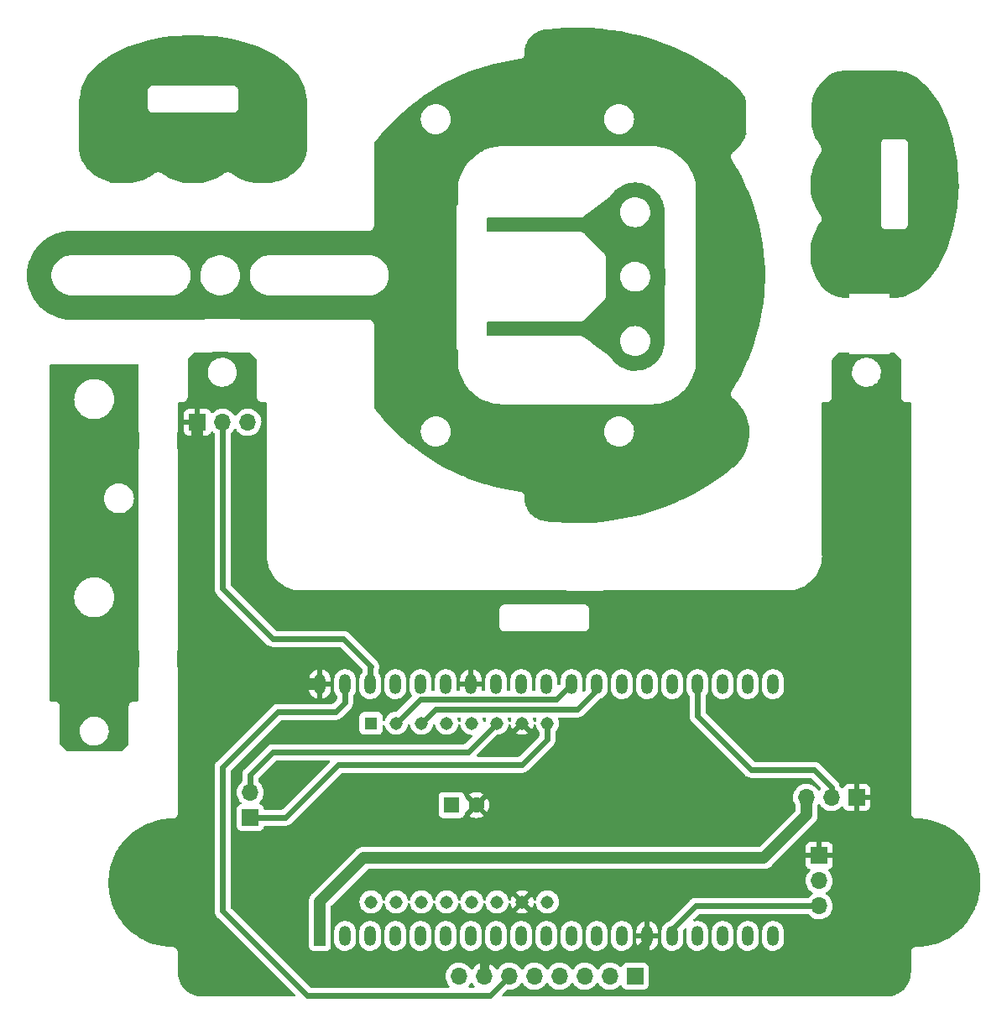
<source format=gbl>
G04 #@! TF.GenerationSoftware,KiCad,Pcbnew,(6.0.7)*
G04 #@! TF.CreationDate,2023-02-20T20:30:12+09:00*
G04 #@! TF.ProjectId,mirubo,6d697275-626f-42e6-9b69-6361645f7063,rev?*
G04 #@! TF.SameCoordinates,Original*
G04 #@! TF.FileFunction,Copper,L2,Bot*
G04 #@! TF.FilePolarity,Positive*
%FSLAX46Y46*%
G04 Gerber Fmt 4.6, Leading zero omitted, Abs format (unit mm)*
G04 Created by KiCad (PCBNEW (6.0.7)) date 2023-02-20 20:30:12*
%MOMM*%
%LPD*%
G01*
G04 APERTURE LIST*
G04 #@! TA.AperFunction,ComponentPad*
%ADD10R,1.700000X1.700000*%
G04 #@! TD*
G04 #@! TA.AperFunction,ComponentPad*
%ADD11O,1.700000X1.700000*%
G04 #@! TD*
G04 #@! TA.AperFunction,ComponentPad*
%ADD12R,1.200000X2.000000*%
G04 #@! TD*
G04 #@! TA.AperFunction,ComponentPad*
%ADD13O,1.200000X2.000000*%
G04 #@! TD*
G04 #@! TA.AperFunction,ComponentPad*
%ADD14R,1.600000X1.600000*%
G04 #@! TD*
G04 #@! TA.AperFunction,ComponentPad*
%ADD15C,1.600000*%
G04 #@! TD*
G04 #@! TA.AperFunction,ComponentPad*
%ADD16R,1.308000X1.308000*%
G04 #@! TD*
G04 #@! TA.AperFunction,ComponentPad*
%ADD17C,1.308000*%
G04 #@! TD*
G04 #@! TA.AperFunction,Conductor*
%ADD18C,1.200000*%
G04 #@! TD*
G04 #@! TA.AperFunction,Conductor*
%ADD19C,0.900000*%
G04 #@! TD*
G04 #@! TA.AperFunction,Conductor*
%ADD20C,0.600000*%
G04 #@! TD*
G04 APERTURE END LIST*
D10*
X68834000Y-114046000D03*
D11*
X68834000Y-111506000D03*
D10*
X63515000Y-74168000D03*
D11*
X66055000Y-74168000D03*
X68595000Y-74168000D03*
D10*
X126238000Y-117871000D03*
D11*
X126238000Y-120411000D03*
X126238000Y-122951000D03*
D12*
X75854560Y-125984000D03*
D13*
X78394560Y-125984000D03*
X80934560Y-125984000D03*
X83474560Y-125984000D03*
X86014560Y-125984000D03*
X88554560Y-125984000D03*
X91094560Y-125984000D03*
X93634560Y-125984000D03*
X96174560Y-125984000D03*
X98714560Y-125984000D03*
X101254560Y-125984000D03*
X103794560Y-125984000D03*
X106334560Y-125984000D03*
X108874560Y-125984000D03*
X111414560Y-125984000D03*
X113954560Y-125984000D03*
X116494560Y-125984000D03*
X119034560Y-125984000D03*
X121574560Y-125984000D03*
X121571840Y-100587680D03*
X119031840Y-100587680D03*
X116494560Y-100584000D03*
X113954560Y-100584000D03*
X111414560Y-100584000D03*
X108874560Y-100584000D03*
X106334560Y-100584000D03*
X103794560Y-100584000D03*
X101254560Y-100584000D03*
X98714560Y-100584000D03*
X96174560Y-100584000D03*
X93634560Y-100584000D03*
X91094560Y-100584000D03*
X88554560Y-100584000D03*
X86014560Y-100584000D03*
X83474560Y-100584000D03*
X80934560Y-100584000D03*
X78394560Y-100584000D03*
X75854560Y-100584000D03*
D10*
X107681000Y-130048000D03*
D11*
X105141000Y-130048000D03*
X102601000Y-130048000D03*
X100061000Y-130048000D03*
X97521000Y-130048000D03*
X94981000Y-130048000D03*
X92441000Y-130048000D03*
X89901000Y-130048000D03*
D10*
X130033000Y-112014000D03*
D11*
X127493000Y-112014000D03*
X124953000Y-112014000D03*
D14*
X89154000Y-112776000D03*
D15*
X91654000Y-112776000D03*
D16*
X81026000Y-104521000D03*
D17*
X83566000Y-104521000D03*
X86106000Y-104521000D03*
X88646000Y-104521000D03*
X91186000Y-104521000D03*
X93726000Y-104521000D03*
X96266000Y-104521000D03*
X98806000Y-104521000D03*
X98806000Y-122555000D03*
X96266000Y-122555000D03*
X93726000Y-122555000D03*
X91186000Y-122555000D03*
X88646000Y-122555000D03*
X86106000Y-122555000D03*
X83566000Y-122555000D03*
X81026000Y-122555000D03*
D18*
X63515000Y-74168000D02*
X63515000Y-97551000D01*
D19*
X108874560Y-126583440D02*
X108874560Y-125984000D01*
X107442000Y-128016000D02*
X108874560Y-126583440D01*
D18*
X66548000Y-100584000D02*
X75854560Y-100584000D01*
X63515000Y-97551000D02*
X66548000Y-100584000D01*
D19*
X93218000Y-128016000D02*
X107442000Y-128016000D01*
X92441000Y-128793000D02*
X93218000Y-128016000D01*
X92441000Y-130048000D02*
X92441000Y-128793000D01*
D20*
X66055000Y-90947000D02*
X71120000Y-96012000D01*
X81026000Y-98806000D02*
X80934560Y-98897440D01*
X66055000Y-74168000D02*
X66055000Y-90947000D01*
X71120000Y-96012000D02*
X78232000Y-96012000D01*
X78232000Y-96012000D02*
X81026000Y-98806000D01*
X80934560Y-98897440D02*
X80934560Y-100584000D01*
D18*
X75854560Y-122519440D02*
X80264000Y-118110000D01*
X80264000Y-118110000D02*
X120650000Y-118110000D01*
X120650000Y-118110000D02*
X124953000Y-113807000D01*
X75854560Y-125984000D02*
X75854560Y-122519440D01*
X124953000Y-113807000D02*
X124953000Y-112014000D01*
D20*
X119380000Y-109220000D02*
X125730000Y-109220000D01*
X113954560Y-103794560D02*
X119380000Y-109220000D01*
X127493000Y-110983000D02*
X127493000Y-112014000D01*
X113954560Y-100584000D02*
X113954560Y-103794560D01*
X125730000Y-109220000D02*
X127493000Y-110983000D01*
X111414560Y-125984000D02*
X111414560Y-125313440D01*
X113777000Y-122951000D02*
X126238000Y-122951000D01*
X111414560Y-125313440D02*
X113777000Y-122951000D01*
X96266000Y-108712000D02*
X98806000Y-106172000D01*
X98806000Y-106172000D02*
X98806000Y-104521000D01*
X68834000Y-114046000D02*
X72390000Y-114046000D01*
X72390000Y-114046000D02*
X77724000Y-108712000D01*
X77724000Y-108712000D02*
X96266000Y-108712000D01*
X93726000Y-104521000D02*
X90805000Y-107442000D01*
X90805000Y-107442000D02*
X71120000Y-107442000D01*
X68834000Y-109728000D02*
X68834000Y-111506000D01*
X71120000Y-107442000D02*
X68834000Y-109728000D01*
X103794560Y-101183440D02*
X103794560Y-100584000D01*
X86106000Y-104521000D02*
X87503000Y-103124000D01*
X87503000Y-103124000D02*
X101854000Y-103124000D01*
X101854000Y-103124000D02*
X103794560Y-101183440D01*
X83566000Y-104521000D02*
X86003000Y-102084000D01*
X86003000Y-102084000D02*
X99754560Y-102084000D01*
X99754560Y-102084000D02*
X101254560Y-100584000D01*
X66040000Y-108966000D02*
X71628000Y-103378000D01*
X74600418Y-132004418D02*
X66040000Y-123444000D01*
X78394560Y-100584000D02*
X78394560Y-102453440D01*
X94981000Y-130048000D02*
X93024582Y-132004418D01*
X66040000Y-123444000D02*
X66040000Y-108966000D01*
X77470000Y-103378000D02*
X71628000Y-103378000D01*
X93024582Y-132004418D02*
X74600418Y-132004418D01*
X78394560Y-102453440D02*
X77470000Y-103378000D01*
G04 #@! TA.AperFunction,NonConductor*
G36*
X65341102Y-35231265D02*
G01*
X65355814Y-35232984D01*
X66849663Y-35497323D01*
X67530348Y-35617772D01*
X67545899Y-35621556D01*
X69538235Y-36242764D01*
X69555136Y-36249404D01*
X71283046Y-37076605D01*
X71301637Y-37087553D01*
X72694755Y-38077774D01*
X72714655Y-38095351D01*
X73721634Y-39194307D01*
X73740524Y-39221298D01*
X73802422Y-39340327D01*
X74327077Y-40349236D01*
X74338708Y-40371603D01*
X74351161Y-40408756D01*
X74504143Y-41314815D01*
X74556255Y-41623457D01*
X74558013Y-41644434D01*
X74558013Y-46553739D01*
X74557136Y-46568583D01*
X74480981Y-47210516D01*
X74474232Y-47238841D01*
X74258863Y-47829406D01*
X74246622Y-47854147D01*
X74188287Y-47945316D01*
X73892773Y-48407158D01*
X73888705Y-48413515D01*
X73872796Y-48433557D01*
X73682353Y-48628911D01*
X73378517Y-48940583D01*
X73360587Y-48955827D01*
X72743527Y-49388087D01*
X72724707Y-49398980D01*
X72139461Y-49673273D01*
X72005866Y-49735886D01*
X71986776Y-49743014D01*
X71215895Y-49961655D01*
X71215358Y-49961767D01*
X71214828Y-49961764D01*
X71126080Y-49987129D01*
X71110671Y-49991499D01*
X71110083Y-49989427D01*
X71109845Y-49989442D01*
X71110460Y-49991593D01*
X71074778Y-50001791D01*
X71067190Y-50006579D01*
X71067187Y-50006580D01*
X71051963Y-50016186D01*
X71035938Y-50024748D01*
X71030599Y-50027123D01*
X70979388Y-50038000D01*
X69388421Y-50038000D01*
X69369797Y-50036616D01*
X69369079Y-50036509D01*
X69360483Y-50033938D01*
X69351508Y-50033883D01*
X69349567Y-50033593D01*
X69326828Y-50031128D01*
X68450058Y-49844463D01*
X68429254Y-49838113D01*
X67623458Y-49513722D01*
X67615703Y-49510600D01*
X67595074Y-49499994D01*
X67107032Y-49189183D01*
X66880786Y-49045098D01*
X66865423Y-49033578D01*
X66853677Y-49023283D01*
X66853671Y-49023279D01*
X66846923Y-49017365D01*
X66834993Y-49011819D01*
X66812563Y-49001391D01*
X66810650Y-49000430D01*
X66808865Y-48999294D01*
X66804794Y-48997452D01*
X66804784Y-48997447D01*
X66779986Y-48986230D01*
X66778971Y-48985770D01*
X66778011Y-48985331D01*
X66714839Y-48955965D01*
X66712197Y-48955564D01*
X66709761Y-48954462D01*
X66640894Y-48944733D01*
X66639675Y-48944555D01*
X66587985Y-48936708D01*
X66578941Y-48935335D01*
X66578940Y-48935335D01*
X66570831Y-48934104D01*
X66568182Y-48934461D01*
X66565536Y-48934087D01*
X66557414Y-48935266D01*
X66557412Y-48935266D01*
X66496676Y-48944082D01*
X66495391Y-48944262D01*
X66491886Y-48944734D01*
X66426476Y-48953541D01*
X66424036Y-48954626D01*
X66421389Y-48955010D01*
X66413929Y-48958419D01*
X66413922Y-48958421D01*
X66358013Y-48983970D01*
X66356985Y-48984434D01*
X66324208Y-48999005D01*
X66322419Y-49000159D01*
X66320547Y-49001092D01*
X66288908Y-49015549D01*
X66267326Y-49034217D01*
X66253201Y-49044798D01*
X65927932Y-49254568D01*
X65584060Y-49476335D01*
X65564681Y-49486566D01*
X65532801Y-49499994D01*
X64807377Y-49805545D01*
X64787809Y-49811960D01*
X63986286Y-50003849D01*
X63959967Y-50010150D01*
X63940402Y-50013234D01*
X63639797Y-50036616D01*
X63626876Y-50037621D01*
X63617105Y-50038000D01*
X62515919Y-50038000D01*
X62506148Y-50037621D01*
X62501533Y-50037262D01*
X62192631Y-50013235D01*
X62173066Y-50010151D01*
X62148046Y-50004161D01*
X61345218Y-49811960D01*
X61325650Y-49805545D01*
X60568348Y-49486569D01*
X60548969Y-49476339D01*
X60531110Y-49464821D01*
X60280286Y-49303061D01*
X59880202Y-49045041D01*
X59865931Y-49034334D01*
X59851511Y-49021826D01*
X59851507Y-49021823D01*
X59844729Y-49015944D01*
X59836574Y-49012203D01*
X59836572Y-49012202D01*
X59780002Y-48986254D01*
X59712578Y-48955288D01*
X59712450Y-48955269D01*
X59712334Y-48955216D01*
X59703607Y-48953937D01*
X59703605Y-48953936D01*
X59640675Y-48944711D01*
X59640614Y-48944702D01*
X59636712Y-48944128D01*
X59568472Y-48934090D01*
X59568345Y-48934108D01*
X59568217Y-48934089D01*
X59559271Y-48935340D01*
X59559268Y-48935340D01*
X59496487Y-48944119D01*
X59496424Y-48944128D01*
X59432898Y-48952978D01*
X59432896Y-48952979D01*
X59424208Y-48954189D01*
X59424090Y-48954242D01*
X59423963Y-48954260D01*
X59357527Y-48984200D01*
X59291383Y-49013970D01*
X59274065Y-49028778D01*
X59267074Y-49034755D01*
X59254018Y-49044530D01*
X58624676Y-49454950D01*
X58606409Y-49464820D01*
X58118402Y-49678596D01*
X57898512Y-49774921D01*
X57880046Y-49781354D01*
X57195046Y-49961764D01*
X57106027Y-49985209D01*
X57087556Y-49988626D01*
X56966483Y-50001791D01*
X56640270Y-50037262D01*
X56626650Y-50038000D01*
X54763690Y-50038000D01*
X54695569Y-50017998D01*
X54671520Y-49997911D01*
X54665001Y-49990917D01*
X54661718Y-49987254D01*
X54659956Y-49985209D01*
X54622261Y-49941462D01*
X54615207Y-49936890D01*
X54612640Y-49934737D01*
X54606908Y-49928587D01*
X54599192Y-49924003D01*
X54599190Y-49924001D01*
X54554921Y-49897700D01*
X54550781Y-49895130D01*
X54500033Y-49862237D01*
X54491429Y-49859664D01*
X54491427Y-49859663D01*
X54469942Y-49853238D01*
X54457517Y-49849522D01*
X54446705Y-49845745D01*
X53629840Y-49517946D01*
X53609710Y-49507685D01*
X52921370Y-49074983D01*
X52902002Y-49059997D01*
X52886198Y-49045099D01*
X52496939Y-48678168D01*
X52346994Y-48536824D01*
X52329578Y-48516500D01*
X51926183Y-47929494D01*
X51912592Y-47903797D01*
X51669532Y-47278741D01*
X51661956Y-47248839D01*
X51576003Y-46567166D01*
X51575013Y-46551403D01*
X51575013Y-42510965D01*
X58507537Y-42510965D01*
X58510004Y-42519596D01*
X58515663Y-42539397D01*
X58519241Y-42556159D01*
X58523433Y-42585431D01*
X58527147Y-42593599D01*
X58527147Y-42593600D01*
X58534061Y-42608806D01*
X58540509Y-42626330D01*
X58547564Y-42651015D01*
X58552356Y-42658609D01*
X58552357Y-42658612D01*
X58563343Y-42676024D01*
X58571482Y-42691107D01*
X58583721Y-42718026D01*
X58589582Y-42724828D01*
X58600483Y-42737479D01*
X58611586Y-42752483D01*
X58625289Y-42774202D01*
X58632014Y-42780141D01*
X58632017Y-42780145D01*
X58647451Y-42793776D01*
X58659495Y-42805968D01*
X58672940Y-42821571D01*
X58672943Y-42821573D01*
X58678800Y-42828371D01*
X58686329Y-42833251D01*
X58686330Y-42833252D01*
X58700348Y-42842338D01*
X58715222Y-42853629D01*
X58727730Y-42864675D01*
X58734464Y-42870622D01*
X58761224Y-42883186D01*
X58776204Y-42891507D01*
X58793496Y-42902715D01*
X58793501Y-42902717D01*
X58801028Y-42907596D01*
X58809621Y-42910166D01*
X58809626Y-42910168D01*
X58825633Y-42914955D01*
X58843077Y-42921616D01*
X58858189Y-42928711D01*
X58858191Y-42928712D01*
X58866313Y-42932525D01*
X58875180Y-42933906D01*
X58875181Y-42933906D01*
X58877866Y-42934324D01*
X58895530Y-42937074D01*
X58912245Y-42940857D01*
X58931979Y-42946759D01*
X58931985Y-42946760D01*
X58940579Y-42949330D01*
X58949550Y-42949385D01*
X58949551Y-42949385D01*
X58959610Y-42949446D01*
X58975019Y-42949540D01*
X58975802Y-42949573D01*
X58976899Y-42949744D01*
X59007890Y-42949744D01*
X59008660Y-42949746D01*
X59082298Y-42950196D01*
X59082299Y-42950196D01*
X59086234Y-42950220D01*
X59087578Y-42949836D01*
X59088923Y-42949744D01*
X67107890Y-42949744D01*
X67108661Y-42949746D01*
X67186234Y-42950220D01*
X67214665Y-42942094D01*
X67231428Y-42938516D01*
X67232266Y-42938396D01*
X67260700Y-42934324D01*
X67284077Y-42923695D01*
X67301600Y-42917248D01*
X67326284Y-42910193D01*
X67333878Y-42905401D01*
X67333881Y-42905400D01*
X67351293Y-42894414D01*
X67366378Y-42886274D01*
X67393295Y-42874036D01*
X67412748Y-42857274D01*
X67427752Y-42846171D01*
X67449471Y-42832468D01*
X67455410Y-42825743D01*
X67455414Y-42825740D01*
X67469045Y-42810306D01*
X67481237Y-42798262D01*
X67496840Y-42784817D01*
X67496842Y-42784814D01*
X67503640Y-42778957D01*
X67517607Y-42757409D01*
X67528898Y-42742535D01*
X67539944Y-42730027D01*
X67539945Y-42730026D01*
X67545891Y-42723293D01*
X67558456Y-42696531D01*
X67566776Y-42681553D01*
X67577984Y-42664261D01*
X67577986Y-42664256D01*
X67582865Y-42656729D01*
X67585435Y-42648136D01*
X67585437Y-42648131D01*
X67590224Y-42632124D01*
X67596885Y-42614680D01*
X67603980Y-42599568D01*
X67603981Y-42599566D01*
X67607794Y-42591444D01*
X67612343Y-42562227D01*
X67616126Y-42545512D01*
X67622028Y-42525778D01*
X67622029Y-42525772D01*
X67624599Y-42517178D01*
X67624809Y-42482738D01*
X67624842Y-42481955D01*
X67625013Y-42480858D01*
X67625013Y-42449867D01*
X67625015Y-42449097D01*
X67625465Y-42375459D01*
X67625465Y-42375458D01*
X67625489Y-42371523D01*
X67625105Y-42370179D01*
X67625013Y-42368834D01*
X67625013Y-40749867D01*
X67625015Y-40749097D01*
X67625313Y-40700346D01*
X67625489Y-40671523D01*
X67617363Y-40643091D01*
X67613785Y-40626329D01*
X67610865Y-40605942D01*
X67609593Y-40597057D01*
X67598964Y-40573680D01*
X67592517Y-40556157D01*
X67587929Y-40540106D01*
X67585462Y-40531473D01*
X67580669Y-40523876D01*
X67569683Y-40506464D01*
X67561543Y-40491379D01*
X67553763Y-40474268D01*
X67549305Y-40464462D01*
X67532543Y-40445009D01*
X67521440Y-40430005D01*
X67507737Y-40408286D01*
X67501012Y-40402347D01*
X67501009Y-40402343D01*
X67485575Y-40388712D01*
X67473531Y-40376520D01*
X67460086Y-40360917D01*
X67460083Y-40360915D01*
X67454226Y-40354117D01*
X67440522Y-40345234D01*
X67432678Y-40340150D01*
X67417804Y-40328859D01*
X67405296Y-40317813D01*
X67405295Y-40317812D01*
X67398562Y-40311866D01*
X67371800Y-40299301D01*
X67356822Y-40290981D01*
X67339530Y-40279773D01*
X67339525Y-40279771D01*
X67331998Y-40274892D01*
X67323405Y-40272322D01*
X67323400Y-40272320D01*
X67307393Y-40267533D01*
X67289949Y-40260872D01*
X67274837Y-40253777D01*
X67274835Y-40253776D01*
X67266713Y-40249963D01*
X67257846Y-40248582D01*
X67257845Y-40248582D01*
X67246991Y-40246892D01*
X67237496Y-40245414D01*
X67220781Y-40241631D01*
X67201047Y-40235729D01*
X67201041Y-40235728D01*
X67192447Y-40233158D01*
X67183476Y-40233103D01*
X67183475Y-40233103D01*
X67173416Y-40233042D01*
X67158007Y-40232948D01*
X67157224Y-40232915D01*
X67156127Y-40232744D01*
X67125136Y-40232744D01*
X67124366Y-40232742D01*
X67050728Y-40232292D01*
X67050727Y-40232292D01*
X67046792Y-40232268D01*
X67045448Y-40232652D01*
X67044103Y-40232744D01*
X59025136Y-40232744D01*
X59024366Y-40232742D01*
X59023550Y-40232737D01*
X58946792Y-40232268D01*
X58924431Y-40238659D01*
X58918360Y-40240394D01*
X58901598Y-40243972D01*
X58872326Y-40248164D01*
X58864158Y-40251878D01*
X58864157Y-40251878D01*
X58848951Y-40258792D01*
X58831427Y-40265240D01*
X58806742Y-40272295D01*
X58799148Y-40277087D01*
X58799145Y-40277088D01*
X58781733Y-40288074D01*
X58766650Y-40296213D01*
X58739731Y-40308452D01*
X58732929Y-40314313D01*
X58720278Y-40325214D01*
X58705274Y-40336317D01*
X58683555Y-40350020D01*
X58677616Y-40356745D01*
X58677612Y-40356748D01*
X58663981Y-40372182D01*
X58651789Y-40384226D01*
X58636186Y-40397671D01*
X58636184Y-40397674D01*
X58629386Y-40403531D01*
X58624506Y-40411060D01*
X58624505Y-40411061D01*
X58615419Y-40425079D01*
X58604128Y-40439953D01*
X58593082Y-40452461D01*
X58587135Y-40459195D01*
X58574571Y-40485955D01*
X58566250Y-40500935D01*
X58555042Y-40518227D01*
X58555040Y-40518232D01*
X58550161Y-40525759D01*
X58547591Y-40534352D01*
X58547589Y-40534357D01*
X58542802Y-40550364D01*
X58536141Y-40567808D01*
X58529046Y-40582920D01*
X58525232Y-40591044D01*
X58523851Y-40599911D01*
X58523851Y-40599912D01*
X58520683Y-40620259D01*
X58516900Y-40636976D01*
X58510998Y-40656710D01*
X58510997Y-40656716D01*
X58508427Y-40665310D01*
X58508372Y-40674281D01*
X58508372Y-40674282D01*
X58508217Y-40699741D01*
X58508184Y-40700533D01*
X58508013Y-40701630D01*
X58508013Y-40732621D01*
X58508011Y-40733391D01*
X58507537Y-40810965D01*
X58507921Y-40812309D01*
X58508013Y-40813654D01*
X58508013Y-42432621D01*
X58508011Y-42433391D01*
X58507537Y-42510965D01*
X51575013Y-42510965D01*
X51575013Y-41644434D01*
X51576771Y-41623457D01*
X51596940Y-41504002D01*
X51781864Y-40408754D01*
X51794317Y-40371601D01*
X51805948Y-40349236D01*
X52320818Y-39359144D01*
X52392501Y-39221298D01*
X52411391Y-39194307D01*
X53418371Y-38095349D01*
X53438271Y-38077772D01*
X54831389Y-37087553D01*
X54849980Y-37076605D01*
X56577890Y-36249404D01*
X56594791Y-36242764D01*
X58587121Y-35621557D01*
X58602672Y-35617773D01*
X59691442Y-35425113D01*
X60777207Y-35232985D01*
X60791920Y-35231266D01*
X63059283Y-35100998D01*
X63073729Y-35100998D01*
X65341102Y-35231265D01*
G37*
G04 #@! TD.AperFunction*
G04 #@! TA.AperFunction,NonConductor*
G36*
X133793932Y-38658279D02*
G01*
X135008636Y-38863373D01*
X135045787Y-38875825D01*
X135691590Y-39211657D01*
X136196091Y-39474009D01*
X136223082Y-39492899D01*
X137322042Y-40499882D01*
X137339619Y-40519782D01*
X138329836Y-41912898D01*
X138340784Y-41931489D01*
X139167988Y-43659405D01*
X139174628Y-43676306D01*
X139795832Y-45668630D01*
X139799616Y-45684181D01*
X139874372Y-46106644D01*
X140183597Y-47854147D01*
X140184404Y-47858708D01*
X140186124Y-47873429D01*
X140312483Y-50072747D01*
X140316392Y-50140787D01*
X140316392Y-50155237D01*
X140191013Y-52337548D01*
X140186126Y-52422603D01*
X140184406Y-52437323D01*
X139934006Y-53852395D01*
X139799617Y-54611857D01*
X139795833Y-54627408D01*
X139174628Y-56619737D01*
X139167988Y-56636638D01*
X138340786Y-58364551D01*
X138329838Y-58383142D01*
X137339615Y-59776265D01*
X137322038Y-59796165D01*
X136223083Y-60803143D01*
X136196092Y-60822033D01*
X136035466Y-60905562D01*
X135045788Y-61420217D01*
X135008637Y-61432669D01*
X134003994Y-61602296D01*
X133793934Y-61637763D01*
X133772957Y-61639521D01*
X133476000Y-61639521D01*
X133407879Y-61619519D01*
X133361386Y-61565863D01*
X133350000Y-61513521D01*
X133350000Y-61214000D01*
X129286000Y-61214000D01*
X129286000Y-61513521D01*
X129265998Y-61581642D01*
X129212342Y-61628135D01*
X129160000Y-61639521D01*
X128864897Y-61639521D01*
X128849566Y-61638585D01*
X128186531Y-61557305D01*
X128157365Y-61550122D01*
X127548450Y-61320271D01*
X127523191Y-61307319D01*
X127485771Y-61282442D01*
X127437422Y-61250300D01*
X126948980Y-60925586D01*
X126928773Y-60908877D01*
X126927960Y-60908048D01*
X126412812Y-60382719D01*
X126397695Y-60364026D01*
X126008844Y-59776265D01*
X125964605Y-59709396D01*
X125954035Y-59689876D01*
X125942423Y-59663018D01*
X125625960Y-58931031D01*
X125619303Y-58911295D01*
X125616992Y-58901952D01*
X125537885Y-58582223D01*
X125413373Y-58078974D01*
X125410126Y-58059240D01*
X125360569Y-57468192D01*
X125337116Y-57188481D01*
X125337010Y-57168774D01*
X125342008Y-57100376D01*
X125400736Y-56296715D01*
X125403763Y-56276988D01*
X125413295Y-56236563D01*
X125600892Y-55440910D01*
X125607302Y-55421169D01*
X125711870Y-55171396D01*
X125927531Y-54656261D01*
X125937814Y-54636713D01*
X125940408Y-54632684D01*
X126175363Y-54267742D01*
X132467170Y-54267742D01*
X132469637Y-54276373D01*
X132475296Y-54296174D01*
X132478874Y-54312936D01*
X132483066Y-54342208D01*
X132486780Y-54350376D01*
X132486780Y-54350377D01*
X132493694Y-54365583D01*
X132500142Y-54383107D01*
X132507197Y-54407792D01*
X132511989Y-54415386D01*
X132511990Y-54415389D01*
X132522976Y-54432801D01*
X132531115Y-54447884D01*
X132543354Y-54474803D01*
X132549215Y-54481605D01*
X132560116Y-54494256D01*
X132571219Y-54509260D01*
X132584922Y-54530979D01*
X132591647Y-54536918D01*
X132591650Y-54536922D01*
X132607084Y-54550553D01*
X132619128Y-54562745D01*
X132632573Y-54578348D01*
X132632576Y-54578350D01*
X132638433Y-54585148D01*
X132645962Y-54590028D01*
X132645963Y-54590029D01*
X132659981Y-54599115D01*
X132674855Y-54610406D01*
X132687363Y-54621452D01*
X132694097Y-54627399D01*
X132713935Y-54636713D01*
X132720857Y-54639963D01*
X132735837Y-54648284D01*
X132753129Y-54659492D01*
X132753134Y-54659494D01*
X132760661Y-54664373D01*
X132769254Y-54666943D01*
X132769259Y-54666945D01*
X132785266Y-54671732D01*
X132802710Y-54678393D01*
X132817822Y-54685488D01*
X132817824Y-54685489D01*
X132825946Y-54689302D01*
X132834813Y-54690683D01*
X132834814Y-54690683D01*
X132837499Y-54691101D01*
X132855163Y-54693851D01*
X132871878Y-54697634D01*
X132891612Y-54703536D01*
X132891618Y-54703537D01*
X132900212Y-54706107D01*
X132909183Y-54706162D01*
X132909184Y-54706162D01*
X132919243Y-54706223D01*
X132934652Y-54706317D01*
X132935435Y-54706350D01*
X132936532Y-54706521D01*
X132967523Y-54706521D01*
X132968293Y-54706523D01*
X133041931Y-54706973D01*
X133041932Y-54706973D01*
X133045867Y-54706997D01*
X133047211Y-54706613D01*
X133048556Y-54706521D01*
X134667523Y-54706521D01*
X134668294Y-54706523D01*
X134745867Y-54706997D01*
X134774298Y-54698871D01*
X134791061Y-54695293D01*
X134791899Y-54695173D01*
X134820333Y-54691101D01*
X134843710Y-54680472D01*
X134861233Y-54674025D01*
X134885917Y-54666970D01*
X134893511Y-54662178D01*
X134893514Y-54662177D01*
X134910926Y-54651191D01*
X134926011Y-54643051D01*
X134952928Y-54630813D01*
X134972381Y-54614051D01*
X134987385Y-54602948D01*
X135009104Y-54589245D01*
X135015043Y-54582520D01*
X135015047Y-54582517D01*
X135028678Y-54567083D01*
X135040870Y-54555039D01*
X135056473Y-54541594D01*
X135056475Y-54541591D01*
X135063273Y-54535734D01*
X135077240Y-54514186D01*
X135088531Y-54499312D01*
X135099577Y-54486804D01*
X135099578Y-54486803D01*
X135105524Y-54480070D01*
X135118089Y-54453308D01*
X135126409Y-54438330D01*
X135137617Y-54421038D01*
X135137619Y-54421033D01*
X135142498Y-54413506D01*
X135145068Y-54404913D01*
X135145070Y-54404908D01*
X135149857Y-54388901D01*
X135156518Y-54371457D01*
X135163613Y-54356345D01*
X135163614Y-54356343D01*
X135167427Y-54348221D01*
X135171976Y-54319004D01*
X135175759Y-54302289D01*
X135181661Y-54282555D01*
X135181662Y-54282549D01*
X135184232Y-54273955D01*
X135184442Y-54239515D01*
X135184475Y-54238732D01*
X135184646Y-54237635D01*
X135184646Y-54206644D01*
X135184648Y-54205874D01*
X135185098Y-54132236D01*
X135185098Y-54132235D01*
X135185122Y-54128300D01*
X135184738Y-54126956D01*
X135184646Y-54125611D01*
X135184646Y-46106644D01*
X135184648Y-46105874D01*
X135184946Y-46057123D01*
X135185122Y-46028300D01*
X135176996Y-45999868D01*
X135173418Y-45983106D01*
X135170498Y-45962719D01*
X135169226Y-45953834D01*
X135158597Y-45930457D01*
X135152150Y-45912934D01*
X135147562Y-45896883D01*
X135145095Y-45888250D01*
X135140302Y-45880653D01*
X135129316Y-45863241D01*
X135121176Y-45848156D01*
X135118710Y-45842732D01*
X135108938Y-45821239D01*
X135092176Y-45801786D01*
X135081073Y-45786782D01*
X135067370Y-45765063D01*
X135060645Y-45759124D01*
X135060642Y-45759120D01*
X135045208Y-45745489D01*
X135033164Y-45733297D01*
X135019719Y-45717694D01*
X135019716Y-45717692D01*
X135013859Y-45710894D01*
X135000155Y-45702011D01*
X134992311Y-45696927D01*
X134977437Y-45685636D01*
X134964929Y-45674590D01*
X134964928Y-45674589D01*
X134958195Y-45668643D01*
X134931433Y-45656078D01*
X134916455Y-45647758D01*
X134899163Y-45636550D01*
X134899158Y-45636548D01*
X134891631Y-45631669D01*
X134883038Y-45629099D01*
X134883033Y-45629097D01*
X134867026Y-45624310D01*
X134849582Y-45617649D01*
X134834470Y-45610554D01*
X134834468Y-45610553D01*
X134826346Y-45606740D01*
X134817479Y-45605359D01*
X134817478Y-45605359D01*
X134806624Y-45603669D01*
X134797129Y-45602191D01*
X134780414Y-45598408D01*
X134760680Y-45592506D01*
X134760674Y-45592505D01*
X134752080Y-45589935D01*
X134743109Y-45589880D01*
X134743108Y-45589880D01*
X134733049Y-45589819D01*
X134717640Y-45589725D01*
X134716857Y-45589692D01*
X134715760Y-45589521D01*
X134684769Y-45589521D01*
X134683999Y-45589519D01*
X134610361Y-45589069D01*
X134610360Y-45589069D01*
X134606425Y-45589045D01*
X134605081Y-45589429D01*
X134603736Y-45589521D01*
X132984769Y-45589521D01*
X132983999Y-45589519D01*
X132983183Y-45589514D01*
X132906425Y-45589045D01*
X132884064Y-45595436D01*
X132877993Y-45597171D01*
X132861231Y-45600749D01*
X132831959Y-45604941D01*
X132813291Y-45613429D01*
X132808584Y-45615569D01*
X132791060Y-45622017D01*
X132766375Y-45629072D01*
X132758781Y-45633864D01*
X132758778Y-45633865D01*
X132741366Y-45644851D01*
X132726283Y-45652990D01*
X132699364Y-45665229D01*
X132692562Y-45671090D01*
X132679911Y-45681991D01*
X132664907Y-45693094D01*
X132643188Y-45706797D01*
X132637249Y-45713522D01*
X132637245Y-45713525D01*
X132623614Y-45728959D01*
X132611422Y-45741003D01*
X132595819Y-45754448D01*
X132595817Y-45754451D01*
X132589019Y-45760308D01*
X132584139Y-45767837D01*
X132584138Y-45767838D01*
X132575052Y-45781856D01*
X132563761Y-45796730D01*
X132555882Y-45805652D01*
X132546768Y-45815972D01*
X132540458Y-45829412D01*
X132534204Y-45842732D01*
X132525883Y-45857712D01*
X132514675Y-45875004D01*
X132514673Y-45875009D01*
X132509794Y-45882536D01*
X132507224Y-45891129D01*
X132507222Y-45891134D01*
X132502435Y-45907141D01*
X132495774Y-45924585D01*
X132488679Y-45939697D01*
X132484865Y-45947821D01*
X132483484Y-45956688D01*
X132483484Y-45956689D01*
X132480316Y-45977036D01*
X132476533Y-45993753D01*
X132470631Y-46013487D01*
X132470630Y-46013493D01*
X132468060Y-46022087D01*
X132468005Y-46031058D01*
X132468005Y-46031059D01*
X132467850Y-46056518D01*
X132467817Y-46057310D01*
X132467646Y-46058407D01*
X132467646Y-46089398D01*
X132467644Y-46090168D01*
X132467170Y-46167742D01*
X132467554Y-46169086D01*
X132467646Y-46170431D01*
X132467646Y-54189398D01*
X132467644Y-54190168D01*
X132467170Y-54267742D01*
X126175363Y-54267742D01*
X126371589Y-53962955D01*
X126382770Y-53948118D01*
X126394110Y-53935179D01*
X126400024Y-53928431D01*
X126410506Y-53905883D01*
X126415821Y-53894451D01*
X126416288Y-53893526D01*
X126416894Y-53892585D01*
X126431363Y-53861016D01*
X126431638Y-53860422D01*
X126457804Y-53804134D01*
X126457804Y-53804132D01*
X126461424Y-53796346D01*
X126461632Y-53794976D01*
X126462215Y-53793704D01*
X126472557Y-53723017D01*
X126472657Y-53722348D01*
X126481997Y-53660821D01*
X126481997Y-53660817D01*
X126483284Y-53652339D01*
X126483099Y-53650963D01*
X126483301Y-53649581D01*
X126473397Y-53578898D01*
X126473305Y-53578226D01*
X126464991Y-53516471D01*
X126464990Y-53516469D01*
X126463848Y-53507984D01*
X126463284Y-53506714D01*
X126463090Y-53505333D01*
X126459568Y-53497524D01*
X126459566Y-53497517D01*
X126433756Y-53440291D01*
X126433478Y-53439671D01*
X126419626Y-53408512D01*
X126419626Y-53408511D01*
X126418383Y-53405716D01*
X126417776Y-53404774D01*
X126417346Y-53403906D01*
X126403206Y-53372554D01*
X126383620Y-53349684D01*
X126373432Y-53336014D01*
X125941053Y-52665566D01*
X125930822Y-52646187D01*
X125928728Y-52641215D01*
X125611845Y-51888886D01*
X125605429Y-51869315D01*
X125569864Y-51720757D01*
X125407240Y-51041476D01*
X125404156Y-51021912D01*
X125336942Y-50157794D01*
X125336942Y-50138252D01*
X125352928Y-49932728D01*
X125404156Y-49274133D01*
X125407240Y-49254568D01*
X125416892Y-49214251D01*
X125605430Y-48426729D01*
X125611846Y-48407158D01*
X125930823Y-47649852D01*
X125941052Y-47630477D01*
X125944294Y-47625451D01*
X126370937Y-46963897D01*
X126382326Y-46948845D01*
X126386001Y-46944678D01*
X126399148Y-46929771D01*
X126402956Y-46921646D01*
X126402959Y-46921641D01*
X126415149Y-46895630D01*
X126415839Y-46894271D01*
X126416703Y-46892932D01*
X126418435Y-46889160D01*
X126418441Y-46889149D01*
X126430752Y-46862343D01*
X126431161Y-46861462D01*
X126457398Y-46805477D01*
X126460959Y-46797879D01*
X126461265Y-46795907D01*
X126462101Y-46794086D01*
X126472399Y-46724080D01*
X126472506Y-46723377D01*
X126476222Y-46699405D01*
X126483268Y-46653940D01*
X126483008Y-46651960D01*
X126483299Y-46649979D01*
X126478503Y-46615555D01*
X126473573Y-46580165D01*
X126473443Y-46579204D01*
X126465380Y-46517875D01*
X126465380Y-46517874D01*
X126464282Y-46509525D01*
X126463476Y-46507697D01*
X126463200Y-46505715D01*
X126434209Y-46441304D01*
X126433984Y-46440798D01*
X126419136Y-46407116D01*
X126418270Y-46405766D01*
X126417618Y-46404441D01*
X126403418Y-46372890D01*
X126384336Y-46350573D01*
X126374006Y-46336656D01*
X126369853Y-46330172D01*
X125928091Y-45640465D01*
X125917653Y-45620406D01*
X125915665Y-45615569D01*
X125593832Y-44832512D01*
X125587444Y-44812262D01*
X125586581Y-44808422D01*
X125479070Y-44330365D01*
X125476000Y-44302719D01*
X125476000Y-41959820D01*
X125480341Y-41927032D01*
X125517752Y-41788219D01*
X125583125Y-41545647D01*
X125652522Y-41288148D01*
X125659471Y-41268806D01*
X125993177Y-40534503D01*
X126003948Y-40515410D01*
X126436687Y-39883890D01*
X126451887Y-39865663D01*
X126962467Y-39359144D01*
X126982575Y-39342927D01*
X127301246Y-39135964D01*
X127547731Y-38975884D01*
X127572675Y-38963369D01*
X128170354Y-38742453D01*
X128199006Y-38735538D01*
X128849099Y-38657421D01*
X128864131Y-38656521D01*
X133772955Y-38656521D01*
X133793932Y-38658279D01*
G37*
G04 #@! TD.AperFunction*
G04 #@! TA.AperFunction,NonConductor*
G36*
X107711195Y-49989836D02*
G01*
X108029510Y-50011182D01*
X108043424Y-50012897D01*
X108271729Y-50054054D01*
X108357378Y-50069494D01*
X108371024Y-50072747D01*
X108676750Y-50163896D01*
X108689950Y-50168646D01*
X108983652Y-50293218D01*
X108996228Y-50299399D01*
X109177396Y-50401342D01*
X109274260Y-50455848D01*
X109286083Y-50463397D01*
X109492697Y-50612131D01*
X109544991Y-50649776D01*
X109555902Y-50658592D01*
X109750534Y-50834649D01*
X109792494Y-50872605D01*
X109802357Y-50882580D01*
X109815242Y-50897151D01*
X110013691Y-51121566D01*
X110022384Y-51132576D01*
X110205835Y-51393564D01*
X110213250Y-51405471D01*
X110339050Y-51635046D01*
X110366557Y-51685245D01*
X110372600Y-51697898D01*
X110436597Y-51853639D01*
X110493854Y-51992977D01*
X110498456Y-52006228D01*
X110581834Y-52297844D01*
X110586157Y-52312965D01*
X110589256Y-52326647D01*
X110636442Y-52606404D01*
X110642313Y-52641215D01*
X110643873Y-52655155D01*
X110647259Y-52715894D01*
X110659644Y-52938011D01*
X110658339Y-52964411D01*
X110658161Y-52965551D01*
X110658161Y-52965556D01*
X110656780Y-52974424D01*
X110657944Y-52983326D01*
X110657944Y-52983328D01*
X110660907Y-53005983D01*
X110661971Y-53022321D01*
X110661971Y-58503879D01*
X110661969Y-58504649D01*
X110661495Y-58582223D01*
X110663962Y-58590854D01*
X110669621Y-58610655D01*
X110673199Y-58627417D01*
X110677391Y-58656689D01*
X110681105Y-58664857D01*
X110681105Y-58664858D01*
X110688019Y-58680064D01*
X110694467Y-58697588D01*
X110701522Y-58722273D01*
X110706314Y-58729867D01*
X110706315Y-58729870D01*
X110717301Y-58747282D01*
X110725440Y-58762365D01*
X110732700Y-58778332D01*
X110744000Y-58830485D01*
X110744000Y-60196155D01*
X110732052Y-60249708D01*
X110728527Y-60257217D01*
X110720208Y-60272193D01*
X110709000Y-60289485D01*
X110708998Y-60289490D01*
X110704119Y-60297017D01*
X110701549Y-60305610D01*
X110701547Y-60305615D01*
X110696760Y-60321622D01*
X110690099Y-60339066D01*
X110679190Y-60362302D01*
X110677809Y-60371169D01*
X110677809Y-60371170D01*
X110674641Y-60391517D01*
X110670858Y-60408234D01*
X110664956Y-60427968D01*
X110664955Y-60427974D01*
X110662385Y-60436568D01*
X110662330Y-60445539D01*
X110662330Y-60445540D01*
X110662175Y-60470999D01*
X110662142Y-60471791D01*
X110661971Y-60472888D01*
X110661971Y-60503879D01*
X110661969Y-60504649D01*
X110661495Y-60582223D01*
X110661879Y-60583567D01*
X110661971Y-60584912D01*
X110661971Y-65931333D01*
X110660471Y-65950718D01*
X110658161Y-65965551D01*
X110658161Y-65965555D01*
X110656780Y-65974424D01*
X110658246Y-65985633D01*
X110659143Y-65992491D01*
X110660012Y-66015844D01*
X110647267Y-66244438D01*
X110643821Y-66306237D01*
X110642261Y-66320179D01*
X110589205Y-66634739D01*
X110586106Y-66648421D01*
X110498406Y-66955153D01*
X110493804Y-66968405D01*
X110372553Y-67263476D01*
X110366508Y-67276134D01*
X110213201Y-67555910D01*
X110205801Y-67567792D01*
X110022647Y-67828359D01*
X110022342Y-67828793D01*
X110013649Y-67839802D01*
X109802321Y-68078782D01*
X109792457Y-68088758D01*
X109555871Y-68302765D01*
X109544959Y-68311582D01*
X109286055Y-68497958D01*
X109274232Y-68505507D01*
X109217060Y-68537678D01*
X108996205Y-68661953D01*
X108983629Y-68668134D01*
X108738186Y-68772237D01*
X108689931Y-68792704D01*
X108676732Y-68797454D01*
X108371001Y-68888605D01*
X108357373Y-68891854D01*
X108043416Y-68948450D01*
X108029508Y-68950165D01*
X107711195Y-68971511D01*
X107697169Y-68971669D01*
X107378459Y-68957498D01*
X107364511Y-68956096D01*
X107108903Y-68915938D01*
X107049368Y-68906585D01*
X107035652Y-68903640D01*
X106727954Y-68819399D01*
X106714651Y-68814947D01*
X106418235Y-68697028D01*
X106405509Y-68691125D01*
X106124030Y-68540982D01*
X106112052Y-68533709D01*
X105848988Y-68353190D01*
X105837898Y-68344633D01*
X105831580Y-68339171D01*
X105596559Y-68136013D01*
X105586474Y-68126264D01*
X105369815Y-67892101D01*
X105360876Y-67881290D01*
X105196184Y-67657861D01*
X105192491Y-67652850D01*
X105179127Y-67630047D01*
X105175160Y-67621282D01*
X105169309Y-67614468D01*
X105164956Y-67607636D01*
X105160159Y-67601106D01*
X105155924Y-67593191D01*
X105148813Y-67585942D01*
X105119660Y-67556224D01*
X105114015Y-67550075D01*
X105086115Y-67517584D01*
X105086111Y-67517581D01*
X105080268Y-67510776D01*
X105035645Y-67481746D01*
X105029063Y-67477158D01*
X103528709Y-66358860D01*
X103021355Y-65980700D01*
X106157306Y-65980700D01*
X106175936Y-66217411D01*
X106177090Y-66222218D01*
X106177091Y-66222224D01*
X106212111Y-66368091D01*
X106231366Y-66448294D01*
X106233259Y-66452865D01*
X106233260Y-66452867D01*
X106314261Y-66648421D01*
X106322231Y-66667663D01*
X106324817Y-66671883D01*
X106443712Y-66865902D01*
X106443716Y-66865908D01*
X106446295Y-66870116D01*
X106600502Y-67050669D01*
X106781055Y-67204876D01*
X106785263Y-67207455D01*
X106785269Y-67207459D01*
X106949874Y-67308329D01*
X106983508Y-67328940D01*
X106988078Y-67330833D01*
X106988082Y-67330835D01*
X107164901Y-67404075D01*
X107202877Y-67419805D01*
X107233959Y-67427267D01*
X107428947Y-67474080D01*
X107428953Y-67474081D01*
X107433760Y-67475235D01*
X107670471Y-67493865D01*
X107907182Y-67475235D01*
X107911989Y-67474081D01*
X107911995Y-67474080D01*
X108106983Y-67427267D01*
X108138065Y-67419805D01*
X108176041Y-67404075D01*
X108352860Y-67330835D01*
X108352864Y-67330833D01*
X108357434Y-67328940D01*
X108391068Y-67308329D01*
X108555673Y-67207459D01*
X108555679Y-67207455D01*
X108559887Y-67204876D01*
X108740440Y-67050669D01*
X108894647Y-66870116D01*
X108897226Y-66865908D01*
X108897230Y-66865902D01*
X109016125Y-66671883D01*
X109018711Y-66667663D01*
X109026682Y-66648421D01*
X109107682Y-66452867D01*
X109107683Y-66452865D01*
X109109576Y-66448294D01*
X109128831Y-66368091D01*
X109163851Y-66222224D01*
X109163852Y-66222218D01*
X109165006Y-66217411D01*
X109183636Y-65980700D01*
X109165006Y-65743989D01*
X109161218Y-65728207D01*
X109114122Y-65532042D01*
X109109576Y-65513106D01*
X109095756Y-65479742D01*
X109020606Y-65298311D01*
X109020604Y-65298307D01*
X109018711Y-65293737D01*
X109016125Y-65289517D01*
X108897230Y-65095498D01*
X108897226Y-65095492D01*
X108894647Y-65091284D01*
X108740440Y-64910731D01*
X108559887Y-64756524D01*
X108555679Y-64753945D01*
X108555673Y-64753941D01*
X108361654Y-64635046D01*
X108357434Y-64632460D01*
X108352864Y-64630567D01*
X108352860Y-64630565D01*
X108142638Y-64543489D01*
X108142636Y-64543488D01*
X108138065Y-64541595D01*
X108057862Y-64522340D01*
X107911995Y-64487320D01*
X107911989Y-64487319D01*
X107907182Y-64486165D01*
X107670471Y-64467535D01*
X107433760Y-64486165D01*
X107428953Y-64487319D01*
X107428947Y-64487320D01*
X107283080Y-64522340D01*
X107202877Y-64541595D01*
X107198306Y-64543488D01*
X107198304Y-64543489D01*
X106988082Y-64630565D01*
X106988078Y-64630567D01*
X106983508Y-64632460D01*
X106979288Y-64635046D01*
X106785269Y-64753941D01*
X106785263Y-64753945D01*
X106781055Y-64756524D01*
X106600502Y-64910731D01*
X106446295Y-65091284D01*
X106443716Y-65095492D01*
X106443712Y-65095498D01*
X106324817Y-65289517D01*
X106322231Y-65293737D01*
X106320338Y-65298307D01*
X106320336Y-65298311D01*
X106245186Y-65479742D01*
X106231366Y-65513106D01*
X106226820Y-65532042D01*
X106179725Y-65728207D01*
X106175936Y-65743989D01*
X106157779Y-65974695D01*
X106157306Y-65980700D01*
X103021355Y-65980700D01*
X102495845Y-65589008D01*
X102487743Y-65582430D01*
X102459248Y-65557264D01*
X102452520Y-65551322D01*
X102403632Y-65528369D01*
X102396987Y-65525005D01*
X102357425Y-65503480D01*
X102357424Y-65503480D01*
X102349536Y-65499188D01*
X102340758Y-65497282D01*
X102334833Y-65495079D01*
X102328795Y-65493233D01*
X102320671Y-65489419D01*
X102267301Y-65481108D01*
X102259972Y-65479743D01*
X102207194Y-65468286D01*
X102198239Y-65468920D01*
X102198237Y-65468920D01*
X102156371Y-65471885D01*
X102147471Y-65472200D01*
X92836000Y-65472200D01*
X92767879Y-65452198D01*
X92721386Y-65398542D01*
X92710000Y-65346200D01*
X92710000Y-64115200D01*
X92730002Y-64047079D01*
X92783658Y-64000586D01*
X92836000Y-63989200D01*
X102099399Y-63989200D01*
X102111529Y-63990555D01*
X102111568Y-63990073D01*
X102120515Y-63990793D01*
X102129271Y-63992774D01*
X102182979Y-63989442D01*
X102190781Y-63989200D01*
X102206984Y-63989200D01*
X102215900Y-63987923D01*
X102217349Y-63987716D01*
X102227399Y-63986687D01*
X102265687Y-63984311D01*
X102274648Y-63983755D01*
X102283094Y-63980706D01*
X102285985Y-63980107D01*
X102302951Y-63975878D01*
X102305776Y-63975052D01*
X102314658Y-63973780D01*
X102357769Y-63954178D01*
X102367120Y-63950372D01*
X102403206Y-63937345D01*
X102411652Y-63934296D01*
X102418900Y-63929001D01*
X102421498Y-63927620D01*
X102436616Y-63918785D01*
X102439085Y-63917206D01*
X102447253Y-63913492D01*
X102483124Y-63882584D01*
X102491040Y-63876299D01*
X102498086Y-63871152D01*
X102498091Y-63871147D01*
X102502023Y-63868275D01*
X102512998Y-63857300D01*
X102519846Y-63850942D01*
X102550794Y-63824276D01*
X102550795Y-63824275D01*
X102557598Y-63818413D01*
X102562482Y-63810878D01*
X102567929Y-63804634D01*
X102577529Y-63792769D01*
X104479775Y-61890523D01*
X104489315Y-61882900D01*
X104489001Y-61882532D01*
X104495837Y-61876714D01*
X104503429Y-61871924D01*
X104539064Y-61831575D01*
X104544410Y-61825888D01*
X104555853Y-61814445D01*
X104562130Y-61806070D01*
X104568504Y-61798241D01*
X104599849Y-61762749D01*
X104603663Y-61754626D01*
X104605297Y-61752138D01*
X104614285Y-61737177D01*
X104615701Y-61734591D01*
X104621087Y-61727405D01*
X104637715Y-61683050D01*
X104641635Y-61673748D01*
X104642033Y-61672900D01*
X104661752Y-61630900D01*
X104663133Y-61622034D01*
X104663989Y-61619233D01*
X104668433Y-61602296D01*
X104669066Y-61599416D01*
X104672215Y-61591016D01*
X104675723Y-61543811D01*
X104676877Y-61533763D01*
X104678221Y-61525129D01*
X104678971Y-61520314D01*
X104678971Y-61504777D01*
X104679318Y-61495439D01*
X104682345Y-61454710D01*
X104682345Y-61454709D01*
X104683010Y-61445759D01*
X104681137Y-61436984D01*
X104680574Y-61428727D01*
X104678971Y-61413538D01*
X104678971Y-59480700D01*
X106157306Y-59480700D01*
X106175936Y-59717411D01*
X106177090Y-59722218D01*
X106177091Y-59722224D01*
X106192366Y-59785848D01*
X106231366Y-59948294D01*
X106233259Y-59952865D01*
X106233260Y-59952867D01*
X106305751Y-60127876D01*
X106322231Y-60167663D01*
X106324817Y-60171883D01*
X106443712Y-60365902D01*
X106443716Y-60365908D01*
X106446295Y-60370116D01*
X106600502Y-60550669D01*
X106781055Y-60704876D01*
X106785263Y-60707455D01*
X106785269Y-60707459D01*
X106935793Y-60799700D01*
X106983508Y-60828940D01*
X106988078Y-60830833D01*
X106988082Y-60830835D01*
X107176494Y-60908877D01*
X107202877Y-60919805D01*
X107226957Y-60925586D01*
X107428947Y-60974080D01*
X107428953Y-60974081D01*
X107433760Y-60975235D01*
X107670471Y-60993865D01*
X107907182Y-60975235D01*
X107911989Y-60974081D01*
X107911995Y-60974080D01*
X108113985Y-60925586D01*
X108138065Y-60919805D01*
X108164448Y-60908877D01*
X108352860Y-60830835D01*
X108352864Y-60830833D01*
X108357434Y-60828940D01*
X108405149Y-60799700D01*
X108555673Y-60707459D01*
X108555679Y-60707455D01*
X108559887Y-60704876D01*
X108740440Y-60550669D01*
X108894647Y-60370116D01*
X108897226Y-60365908D01*
X108897230Y-60365902D01*
X109016125Y-60171883D01*
X109018711Y-60167663D01*
X109035192Y-60127876D01*
X109107682Y-59952867D01*
X109107683Y-59952865D01*
X109109576Y-59948294D01*
X109148576Y-59785848D01*
X109163851Y-59722224D01*
X109163852Y-59722218D01*
X109165006Y-59717411D01*
X109183636Y-59480700D01*
X109165006Y-59243989D01*
X109157052Y-59210855D01*
X109110731Y-59017918D01*
X109109576Y-59013106D01*
X109084807Y-58953308D01*
X109020606Y-58798311D01*
X109020604Y-58798307D01*
X109018711Y-58793737D01*
X109016121Y-58789510D01*
X108897230Y-58595498D01*
X108897226Y-58595492D01*
X108894647Y-58591284D01*
X108740440Y-58410731D01*
X108559887Y-58256524D01*
X108555679Y-58253945D01*
X108555673Y-58253941D01*
X108361654Y-58135046D01*
X108357434Y-58132460D01*
X108352864Y-58130567D01*
X108352860Y-58130565D01*
X108142638Y-58043489D01*
X108142636Y-58043488D01*
X108138065Y-58041595D01*
X108057862Y-58022340D01*
X107911995Y-57987320D01*
X107911989Y-57987319D01*
X107907182Y-57986165D01*
X107670471Y-57967535D01*
X107433760Y-57986165D01*
X107428953Y-57987319D01*
X107428947Y-57987320D01*
X107283080Y-58022340D01*
X107202877Y-58041595D01*
X107198306Y-58043488D01*
X107198304Y-58043489D01*
X106988082Y-58130565D01*
X106988078Y-58130567D01*
X106983508Y-58132460D01*
X106979288Y-58135046D01*
X106785269Y-58253941D01*
X106785263Y-58253945D01*
X106781055Y-58256524D01*
X106600502Y-58410731D01*
X106446295Y-58591284D01*
X106443716Y-58595492D01*
X106443712Y-58595498D01*
X106324821Y-58789510D01*
X106322231Y-58793737D01*
X106320338Y-58798307D01*
X106320336Y-58798311D01*
X106256135Y-58953308D01*
X106231366Y-59013106D01*
X106230211Y-59017918D01*
X106183891Y-59210855D01*
X106175936Y-59243989D01*
X106157779Y-59474695D01*
X106157306Y-59480700D01*
X104678971Y-59480700D01*
X104678971Y-57551773D01*
X104680326Y-57539644D01*
X104679844Y-57539605D01*
X104680564Y-57530654D01*
X104682545Y-57521900D01*
X104679213Y-57468192D01*
X104678971Y-57460390D01*
X104678971Y-57444187D01*
X104677487Y-57433822D01*
X104676458Y-57423772D01*
X104674082Y-57385484D01*
X104673526Y-57376523D01*
X104670478Y-57368079D01*
X104669880Y-57365192D01*
X104665645Y-57348210D01*
X104664824Y-57345404D01*
X104663551Y-57336513D01*
X104643952Y-57293408D01*
X104640143Y-57284049D01*
X104627116Y-57247965D01*
X104627113Y-57247960D01*
X104624066Y-57239519D01*
X104618771Y-57232271D01*
X104617386Y-57229666D01*
X104608570Y-57214577D01*
X104606977Y-57212086D01*
X104603263Y-57203918D01*
X104572353Y-57168045D01*
X104566075Y-57160138D01*
X104560918Y-57153078D01*
X104560917Y-57153076D01*
X104558046Y-57149147D01*
X104547071Y-57138172D01*
X104540713Y-57131324D01*
X104514047Y-57100376D01*
X104514042Y-57100372D01*
X104508184Y-57093573D01*
X104500652Y-57088691D01*
X104494401Y-57083238D01*
X104482545Y-57073646D01*
X102580294Y-55171396D01*
X102572671Y-55161856D01*
X102572303Y-55162170D01*
X102566485Y-55155334D01*
X102561695Y-55147742D01*
X102521346Y-55112107D01*
X102515659Y-55106761D01*
X102504216Y-55095318D01*
X102495841Y-55089041D01*
X102488012Y-55082667D01*
X102452520Y-55051322D01*
X102444397Y-55047508D01*
X102441909Y-55045874D01*
X102426948Y-55036886D01*
X102424363Y-55035471D01*
X102417176Y-55030084D01*
X102372828Y-55013459D01*
X102363511Y-55009532D01*
X102328797Y-54993234D01*
X102320671Y-54989419D01*
X102311802Y-54988038D01*
X102308969Y-54987172D01*
X102292082Y-54982742D01*
X102289197Y-54982108D01*
X102280787Y-54978955D01*
X102251629Y-54976788D01*
X102233565Y-54975446D01*
X102223519Y-54974292D01*
X102214896Y-54972949D01*
X102214893Y-54972949D01*
X102210085Y-54972200D01*
X102194565Y-54972200D01*
X102185228Y-54971854D01*
X102168325Y-54970598D01*
X102135530Y-54968161D01*
X102126751Y-54970035D01*
X102118493Y-54970598D01*
X102103310Y-54972200D01*
X92836000Y-54972200D01*
X92767879Y-54952198D01*
X92721386Y-54898542D01*
X92710000Y-54846200D01*
X92710000Y-53615200D01*
X92730002Y-53547079D01*
X92783658Y-53500586D01*
X92836000Y-53489200D01*
X102143666Y-53489200D01*
X102154102Y-53489633D01*
X102191988Y-53492782D01*
X102191990Y-53492782D01*
X102200931Y-53493525D01*
X102209725Y-53491728D01*
X102253829Y-53482716D01*
X102261192Y-53481438D01*
X102305768Y-53475054D01*
X102305774Y-53475052D01*
X102314658Y-53473780D01*
X102322829Y-53470065D01*
X102328892Y-53468292D01*
X102334846Y-53466160D01*
X102343640Y-53464363D01*
X102391393Y-53439133D01*
X102398102Y-53435840D01*
X102423436Y-53424321D01*
X102447253Y-53413492D01*
X102485862Y-53380224D01*
X102492808Y-53374655D01*
X102504775Y-53365736D01*
X103021355Y-52980700D01*
X106157306Y-52980700D01*
X106175936Y-53217411D01*
X106177090Y-53222218D01*
X106177091Y-53222224D01*
X106204410Y-53336014D01*
X106231366Y-53448294D01*
X106233259Y-53452865D01*
X106233260Y-53452867D01*
X106315884Y-53652339D01*
X106322231Y-53667663D01*
X106324817Y-53671883D01*
X106443712Y-53865902D01*
X106443716Y-53865908D01*
X106446295Y-53870116D01*
X106600502Y-54050669D01*
X106781055Y-54204876D01*
X106785263Y-54207455D01*
X106785269Y-54207459D01*
X106957392Y-54312936D01*
X106983508Y-54328940D01*
X106988078Y-54330833D01*
X106988082Y-54330835D01*
X107198304Y-54417911D01*
X107202877Y-54419805D01*
X107280039Y-54438330D01*
X107428947Y-54474080D01*
X107428953Y-54474081D01*
X107433760Y-54475235D01*
X107670471Y-54493865D01*
X107907182Y-54475235D01*
X107911989Y-54474081D01*
X107911995Y-54474080D01*
X108060903Y-54438330D01*
X108138065Y-54419805D01*
X108142638Y-54417911D01*
X108352860Y-54330835D01*
X108352864Y-54330833D01*
X108357434Y-54328940D01*
X108383550Y-54312936D01*
X108555673Y-54207459D01*
X108555679Y-54207455D01*
X108559887Y-54204876D01*
X108740440Y-54050669D01*
X108894647Y-53870116D01*
X108897226Y-53865908D01*
X108897230Y-53865902D01*
X109016125Y-53671883D01*
X109018711Y-53667663D01*
X109025059Y-53652339D01*
X109107682Y-53452867D01*
X109107683Y-53452865D01*
X109109576Y-53448294D01*
X109136532Y-53336014D01*
X109163851Y-53222224D01*
X109163852Y-53222218D01*
X109165006Y-53217411D01*
X109183636Y-52980700D01*
X109165006Y-52743989D01*
X109157052Y-52710855D01*
X109110731Y-52517918D01*
X109109576Y-52513106D01*
X109101557Y-52493747D01*
X109020606Y-52298311D01*
X109020604Y-52298307D01*
X109018711Y-52293737D01*
X109001880Y-52266272D01*
X108897230Y-52095498D01*
X108897226Y-52095492D01*
X108894647Y-52091284D01*
X108740440Y-51910731D01*
X108559887Y-51756524D01*
X108555679Y-51753945D01*
X108555673Y-51753941D01*
X108361654Y-51635046D01*
X108357434Y-51632460D01*
X108352864Y-51630567D01*
X108352860Y-51630565D01*
X108142638Y-51543489D01*
X108142636Y-51543488D01*
X108138065Y-51541595D01*
X108057862Y-51522340D01*
X107911995Y-51487320D01*
X107911989Y-51487319D01*
X107907182Y-51486165D01*
X107670471Y-51467535D01*
X107433760Y-51486165D01*
X107428953Y-51487319D01*
X107428947Y-51487320D01*
X107283080Y-51522340D01*
X107202877Y-51541595D01*
X107198306Y-51543488D01*
X107198304Y-51543489D01*
X106988082Y-51630565D01*
X106988078Y-51630567D01*
X106983508Y-51632460D01*
X106979288Y-51635046D01*
X106785269Y-51753941D01*
X106785263Y-51753945D01*
X106781055Y-51756524D01*
X106600502Y-51910731D01*
X106446295Y-52091284D01*
X106443716Y-52095492D01*
X106443712Y-52095498D01*
X106339062Y-52266272D01*
X106322231Y-52293737D01*
X106320338Y-52298307D01*
X106320336Y-52298311D01*
X106239385Y-52493747D01*
X106231366Y-52513106D01*
X106230211Y-52517918D01*
X106183891Y-52710855D01*
X106175936Y-52743989D01*
X106157779Y-52974695D01*
X106157306Y-52980700D01*
X103021355Y-52980700D01*
X105022977Y-51488778D01*
X105032151Y-51482549D01*
X105070722Y-51458777D01*
X105108030Y-51417419D01*
X105112715Y-51412501D01*
X105131752Y-51393564D01*
X105152177Y-51373246D01*
X105156510Y-51365381D01*
X105159517Y-51361391D01*
X105162276Y-51357286D01*
X105168287Y-51350622D01*
X105176207Y-51334204D01*
X105188269Y-51314189D01*
X105360830Y-51080082D01*
X105369769Y-51069270D01*
X105536206Y-50889387D01*
X105586438Y-50835097D01*
X105596523Y-50825348D01*
X105710574Y-50726759D01*
X105837866Y-50616725D01*
X105848959Y-50608165D01*
X106112017Y-50427651D01*
X106124008Y-50420370D01*
X106405486Y-50270227D01*
X106418212Y-50264324D01*
X106437005Y-50256848D01*
X106714635Y-50146401D01*
X106727940Y-50141949D01*
X106770045Y-50130422D01*
X107035647Y-50057707D01*
X107049344Y-50054766D01*
X107364502Y-50005252D01*
X107378457Y-50003849D01*
X107697169Y-49989678D01*
X107711195Y-49989836D01*
G37*
G04 #@! TD.AperFunction*
G04 #@! TA.AperFunction,NonConductor*
G36*
X101863989Y-34357186D02*
G01*
X102356816Y-34358740D01*
X102361671Y-34358850D01*
X103324889Y-34399257D01*
X103329737Y-34399554D01*
X103836859Y-34440567D01*
X104290661Y-34477268D01*
X104295522Y-34477756D01*
X104660176Y-34521530D01*
X105252713Y-34592660D01*
X105257509Y-34593330D01*
X106209551Y-34745256D01*
X106214313Y-34746111D01*
X107159752Y-34934826D01*
X107164490Y-34935867D01*
X107633187Y-35048476D01*
X108101868Y-35161081D01*
X108106595Y-35162314D01*
X109034550Y-35423697D01*
X109039225Y-35425113D01*
X109296134Y-35508354D01*
X109956321Y-35722260D01*
X109960881Y-35723835D01*
X110795484Y-36030484D01*
X110865840Y-36056334D01*
X110870391Y-36058108D01*
X111357923Y-36259012D01*
X111738647Y-36415902D01*
X111761693Y-36425399D01*
X111766166Y-36427344D01*
X112605429Y-36811896D01*
X112642611Y-36828933D01*
X112647008Y-36831052D01*
X113507209Y-37266303D01*
X113511493Y-37268575D01*
X114354218Y-37736867D01*
X114358418Y-37739309D01*
X115182310Y-38239887D01*
X115186435Y-38242503D01*
X115990299Y-38774637D01*
X115994320Y-38777412D01*
X116776980Y-39340327D01*
X116780889Y-39343256D01*
X117506552Y-39909113D01*
X117522573Y-39924015D01*
X117531300Y-39933676D01*
X117534877Y-39937636D01*
X117534883Y-39937642D01*
X117541164Y-39941507D01*
X117541165Y-39941508D01*
X117552566Y-39948524D01*
X117570054Y-39961494D01*
X117608710Y-39995717D01*
X117828572Y-40190370D01*
X117836360Y-40197886D01*
X117879023Y-40242754D01*
X118092557Y-40467322D01*
X118095433Y-40470347D01*
X118102543Y-40478499D01*
X118167149Y-40559332D01*
X118337273Y-40772185D01*
X118343661Y-40780922D01*
X118552319Y-41093665D01*
X118557934Y-41102918D01*
X118738986Y-41432422D01*
X118743786Y-41442123D01*
X118861228Y-41707592D01*
X118872000Y-41758568D01*
X118872000Y-44958000D01*
X118877319Y-44958000D01*
X118882342Y-44975106D01*
X118899118Y-45001209D01*
X118897317Y-45077853D01*
X118895613Y-45082784D01*
X118891600Y-45092944D01*
X118786492Y-45328605D01*
X118736889Y-45439818D01*
X118732011Y-45449593D01*
X118592027Y-45702011D01*
X118547800Y-45781761D01*
X118542087Y-45791084D01*
X118329784Y-46106011D01*
X118323284Y-46114805D01*
X118084465Y-46410152D01*
X118077227Y-46418348D01*
X117949038Y-46551403D01*
X117899086Y-46603251D01*
X117813710Y-46691867D01*
X117805791Y-46699403D01*
X117741835Y-46755182D01*
X117548195Y-46924063D01*
X117527912Y-46938490D01*
X117524882Y-46940222D01*
X117524878Y-46940225D01*
X117517089Y-46944678D01*
X117511155Y-46950835D01*
X117509669Y-46952036D01*
X117502404Y-46956552D01*
X117496417Y-46963239D01*
X117496416Y-46963240D01*
X117461611Y-47002116D01*
X117458459Y-47005509D01*
X117416009Y-47049554D01*
X117412041Y-47057130D01*
X117410950Y-47058704D01*
X117405248Y-47065073D01*
X117401381Y-47073167D01*
X117401379Y-47073170D01*
X117378878Y-47120267D01*
X117376807Y-47124404D01*
X117348429Y-47178585D01*
X117346747Y-47186968D01*
X117346141Y-47188785D01*
X117342455Y-47196501D01*
X117341015Y-47205357D01*
X117341014Y-47205359D01*
X117332634Y-47256885D01*
X117331815Y-47261400D01*
X117319778Y-47321398D01*
X117320517Y-47329918D01*
X117320445Y-47331830D01*
X117319073Y-47340269D01*
X117320176Y-47349172D01*
X117320176Y-47349176D01*
X117326592Y-47400960D01*
X117327077Y-47405566D01*
X117329037Y-47428160D01*
X117332362Y-47466510D01*
X117335463Y-47474483D01*
X117335930Y-47476334D01*
X117336982Y-47484821D01*
X117344719Y-47502732D01*
X117361236Y-47540970D01*
X117362994Y-47545256D01*
X117385168Y-47602259D01*
X117390380Y-47609038D01*
X117391352Y-47610691D01*
X117394742Y-47618538D01*
X117400471Y-47625448D01*
X117400473Y-47625451D01*
X117411263Y-47638465D01*
X117422248Y-47653956D01*
X117873047Y-48403636D01*
X117875657Y-48408187D01*
X117996168Y-48628913D01*
X118271626Y-49133439D01*
X118311997Y-49207383D01*
X118314409Y-49212029D01*
X118709307Y-50012898D01*
X118717092Y-50028686D01*
X118719311Y-50033432D01*
X118890464Y-50420370D01*
X119087648Y-50866158D01*
X119089670Y-50871000D01*
X119095817Y-50886624D01*
X119414980Y-51697904D01*
X119423009Y-51718314D01*
X119424828Y-51723236D01*
X119722607Y-52583709D01*
X119724219Y-52588702D01*
X119985911Y-53460814D01*
X119987314Y-53465869D01*
X120202875Y-54310517D01*
X120212473Y-54348127D01*
X120213664Y-54353238D01*
X120401893Y-55244093D01*
X120402871Y-55249248D01*
X120553850Y-56147184D01*
X120554612Y-56152375D01*
X120666126Y-57040287D01*
X120668076Y-57055817D01*
X120668620Y-57061027D01*
X120744241Y-57966843D01*
X120744371Y-57968398D01*
X120744699Y-57973627D01*
X120773541Y-58665773D01*
X120782609Y-58883394D01*
X120782718Y-58888640D01*
X120782718Y-59799161D01*
X120782609Y-59804407D01*
X120744979Y-60707459D01*
X120744699Y-60714167D01*
X120744371Y-60719400D01*
X120675968Y-61538764D01*
X120668621Y-61626765D01*
X120668077Y-61631971D01*
X120614935Y-62055115D01*
X120554612Y-62535426D01*
X120553850Y-62540617D01*
X120402871Y-63438552D01*
X120401893Y-63443708D01*
X120213663Y-64334564D01*
X120212472Y-64339673D01*
X119987314Y-65221931D01*
X119985911Y-65226987D01*
X119724219Y-66099099D01*
X119722607Y-66104092D01*
X119611787Y-66424321D01*
X119456213Y-66873875D01*
X119424828Y-66964565D01*
X119423010Y-66969483D01*
X119346826Y-67163136D01*
X119089670Y-67816801D01*
X119087648Y-67821643D01*
X119060758Y-67882434D01*
X118725065Y-68641359D01*
X118719313Y-68654362D01*
X118717095Y-68659107D01*
X118317471Y-69469564D01*
X118314415Y-69475761D01*
X118312003Y-69480407D01*
X118060530Y-69941002D01*
X117875663Y-70279603D01*
X117873053Y-70284155D01*
X117783952Y-70432330D01*
X117433811Y-71014614D01*
X117426189Y-71027289D01*
X117413211Y-71045123D01*
X117401433Y-71058643D01*
X117397851Y-71066409D01*
X117396840Y-71068034D01*
X117391465Y-71074683D01*
X117376872Y-71109646D01*
X117367913Y-71131109D01*
X117366050Y-71135350D01*
X117344183Y-71182755D01*
X117344182Y-71182760D01*
X117340423Y-71190908D01*
X117339164Y-71199370D01*
X117338651Y-71201211D01*
X117335358Y-71209101D01*
X117328581Y-71269936D01*
X117327994Y-71274452D01*
X117318988Y-71334980D01*
X117320154Y-71343452D01*
X117320178Y-71345364D01*
X117319232Y-71353863D01*
X117320782Y-71362704D01*
X117320782Y-71362705D01*
X117329791Y-71414094D01*
X117330507Y-71418668D01*
X117338850Y-71479277D01*
X117342353Y-71487092D01*
X117342908Y-71488903D01*
X117344385Y-71497332D01*
X117368549Y-71546346D01*
X117371431Y-71552191D01*
X117373402Y-71556381D01*
X117398414Y-71612199D01*
X117403958Y-71618704D01*
X117405012Y-71620307D01*
X117408793Y-71627976D01*
X117436926Y-71658630D01*
X117450142Y-71673031D01*
X117453196Y-71676484D01*
X117492889Y-71723062D01*
X117500041Y-71727754D01*
X117501500Y-71728994D01*
X117507280Y-71735291D01*
X117514959Y-71739934D01*
X117514961Y-71739935D01*
X117524750Y-71745853D01*
X117542497Y-71758823D01*
X117813816Y-71996050D01*
X117821943Y-72003823D01*
X117901151Y-72086656D01*
X118091980Y-72286219D01*
X118099384Y-72294688D01*
X118343166Y-72600053D01*
X118349771Y-72609129D01*
X118565358Y-72935036D01*
X118571132Y-72944675D01*
X118644422Y-73080406D01*
X118755704Y-73286496D01*
X118756784Y-73288497D01*
X118761681Y-73298624D01*
X118915920Y-73657616D01*
X118919895Y-73668139D01*
X119041508Y-74039474D01*
X119044527Y-74050308D01*
X119126971Y-74406938D01*
X119132532Y-74430994D01*
X119134572Y-74442046D01*
X119150199Y-74554669D01*
X119188275Y-74829084D01*
X119189322Y-74840283D01*
X119194496Y-74946717D01*
X119208260Y-75229870D01*
X119208293Y-75230553D01*
X119208337Y-75241795D01*
X119192422Y-75632217D01*
X119191465Y-75643402D01*
X119140793Y-76030847D01*
X119138840Y-76041916D01*
X119053812Y-76423304D01*
X119050877Y-76434158D01*
X118933450Y-76802439D01*
X118932180Y-76806421D01*
X118928288Y-76816975D01*
X118776859Y-77177173D01*
X118772041Y-77187338D01*
X118651198Y-77415389D01*
X118589090Y-77532596D01*
X118583387Y-77542285D01*
X118402422Y-77820566D01*
X118370374Y-77869848D01*
X118363827Y-77878995D01*
X118122447Y-78186252D01*
X118115110Y-78194779D01*
X117847282Y-78479292D01*
X117839225Y-78487120D01*
X117575300Y-78721552D01*
X117555026Y-78736233D01*
X117544486Y-78742368D01*
X117544480Y-78742374D01*
X117544472Y-78742379D01*
X117526397Y-78761431D01*
X117512477Y-78774064D01*
X116782132Y-79343606D01*
X116778262Y-79346505D01*
X116503506Y-79544160D01*
X115997135Y-79908435D01*
X115993122Y-79911205D01*
X115190827Y-80442500D01*
X115186711Y-80445113D01*
X114364491Y-80944951D01*
X114360276Y-80947403D01*
X113519325Y-81415058D01*
X113515019Y-81417345D01*
X113494019Y-81427981D01*
X112683713Y-81838383D01*
X112656598Y-81852116D01*
X112652212Y-81854232D01*
X112181526Y-82070164D01*
X111777603Y-82255468D01*
X111773132Y-82257415D01*
X110883625Y-82624525D01*
X110879119Y-82626283D01*
X110383635Y-82808674D01*
X109976129Y-82958680D01*
X109971522Y-82960276D01*
X109392526Y-83148311D01*
X109082385Y-83249032D01*
X109056313Y-83257499D01*
X109051654Y-83258913D01*
X108907616Y-83299602D01*
X108125634Y-83520502D01*
X108120917Y-83521736D01*
X107185497Y-83747295D01*
X107180736Y-83748346D01*
X106237273Y-83937547D01*
X106232474Y-83938413D01*
X105282413Y-84090966D01*
X105277585Y-84091646D01*
X104322329Y-84207327D01*
X104317477Y-84207820D01*
X103402028Y-84282883D01*
X103380154Y-84282771D01*
X103361948Y-84281091D01*
X103352515Y-84282929D01*
X103327643Y-84285255D01*
X103318029Y-84285196D01*
X103274224Y-84297716D01*
X103263713Y-84300236D01*
X103227801Y-84307236D01*
X103227795Y-84307238D01*
X103218981Y-84308956D01*
X103210444Y-84313368D01*
X103187221Y-84322582D01*
X103185232Y-84323150D01*
X103150611Y-84328000D01*
X101327411Y-84328000D01*
X101317095Y-84327097D01*
X101309960Y-84326867D01*
X101301125Y-84325309D01*
X101284933Y-84327097D01*
X101283647Y-84327239D01*
X101269818Y-84328000D01*
X101227400Y-84328000D01*
X101223102Y-84327927D01*
X101175254Y-84326294D01*
X100594160Y-84306462D01*
X100590621Y-84306291D01*
X99892782Y-84262801D01*
X99889249Y-84262531D01*
X99283235Y-84207622D01*
X99192894Y-84199436D01*
X99189382Y-84199069D01*
X98539925Y-84121757D01*
X98519151Y-84117486D01*
X98508531Y-84114351D01*
X98508528Y-84114351D01*
X98500205Y-84111894D01*
X98500183Y-84111894D01*
X98500159Y-84111887D01*
X98483202Y-84111846D01*
X98459098Y-84109458D01*
X98219932Y-84062225D01*
X98204705Y-84058215D01*
X98201365Y-84057108D01*
X97947750Y-83973053D01*
X97933150Y-83967178D01*
X97688814Y-83850629D01*
X97675056Y-83842977D01*
X97447175Y-83696868D01*
X97434476Y-83687558D01*
X97226587Y-83514159D01*
X97215149Y-83503337D01*
X97030518Y-83305370D01*
X97020519Y-83293206D01*
X96862019Y-83073755D01*
X96853615Y-83060438D01*
X96853492Y-83060212D01*
X96723727Y-82822933D01*
X96717050Y-82808674D01*
X96617795Y-82556816D01*
X96612952Y-82541844D01*
X96551378Y-82301047D01*
X96545887Y-82279574D01*
X96542947Y-82264107D01*
X96532088Y-82177890D01*
X96509118Y-81995527D01*
X96508130Y-81979814D01*
X96508097Y-81845461D01*
X96508072Y-81743194D01*
X96510788Y-81718213D01*
X96510911Y-81716567D01*
X96512840Y-81707806D01*
X96512233Y-81698852D01*
X96512233Y-81698848D01*
X96512186Y-81698154D01*
X96512970Y-81673220D01*
X96513061Y-81672527D01*
X96514231Y-81663625D01*
X96507260Y-81618660D01*
X96506061Y-81607888D01*
X96502980Y-81562482D01*
X96499884Y-81554058D01*
X96499644Y-81553404D01*
X96493396Y-81529243D01*
X96491914Y-81519687D01*
X96488103Y-81511556D01*
X96488102Y-81511553D01*
X96472602Y-81478484D01*
X96468427Y-81468479D01*
X96452728Y-81425767D01*
X96446978Y-81417991D01*
X96434199Y-81396552D01*
X96430096Y-81387798D01*
X96399993Y-81353668D01*
X96393189Y-81345250D01*
X96366126Y-81308651D01*
X96358981Y-81303224D01*
X96358977Y-81303220D01*
X96358422Y-81302799D01*
X96340146Y-81285814D01*
X96339688Y-81285295D01*
X96339686Y-81285293D01*
X96333747Y-81278560D01*
X96295279Y-81254254D01*
X96286369Y-81248073D01*
X96257279Y-81225977D01*
X96257276Y-81225975D01*
X96250133Y-81220550D01*
X96241095Y-81217095D01*
X96218786Y-81205922D01*
X96218196Y-81205549D01*
X96210610Y-81200756D01*
X96192620Y-81195602D01*
X96166875Y-81188225D01*
X96156593Y-81184794D01*
X96122465Y-81171749D01*
X96122464Y-81171749D01*
X96114077Y-81168543D01*
X96104435Y-81167764D01*
X96079875Y-81163299D01*
X96079216Y-81163110D01*
X96079213Y-81163110D01*
X96070586Y-81160638D01*
X96061151Y-81160689D01*
X96044511Y-81160780D01*
X96025665Y-81159466D01*
X95192833Y-81038164D01*
X95187844Y-81037335D01*
X94325245Y-80876114D01*
X94320294Y-80875086D01*
X93464823Y-80679375D01*
X93459917Y-80678148D01*
X92613028Y-80448278D01*
X92608176Y-80446856D01*
X92206397Y-80320288D01*
X91771168Y-80183182D01*
X91766384Y-80181569D01*
X91014808Y-79911205D01*
X90940626Y-79884519D01*
X90935928Y-79882722D01*
X90288946Y-79620210D01*
X90122760Y-79552780D01*
X90118113Y-79550785D01*
X89318843Y-79188482D01*
X89314280Y-79186302D01*
X88530206Y-78792226D01*
X88525734Y-78789865D01*
X87758097Y-78364642D01*
X87753724Y-78362104D01*
X87003759Y-77906415D01*
X86999491Y-77903703D01*
X86268425Y-77418296D01*
X86264269Y-77415415D01*
X85889329Y-77144176D01*
X85553244Y-76901046D01*
X85549218Y-76898008D01*
X85540965Y-76891517D01*
X84859428Y-76355540D01*
X84855517Y-76352335D01*
X84345768Y-75917245D01*
X84188037Y-75782615D01*
X84184267Y-75779264D01*
X84181054Y-75776290D01*
X83540205Y-75183238D01*
X83536564Y-75179731D01*
X83504728Y-75147804D01*
X83450978Y-75093901D01*
X86032824Y-75093901D01*
X86033212Y-75098831D01*
X86033212Y-75098834D01*
X86038878Y-75170826D01*
X86051454Y-75330612D01*
X86052608Y-75335419D01*
X86052609Y-75335425D01*
X86076490Y-75434895D01*
X86106884Y-75561495D01*
X86108777Y-75566066D01*
X86108778Y-75566068D01*
X86140816Y-75643414D01*
X86197749Y-75780864D01*
X86200335Y-75785084D01*
X86319230Y-75979103D01*
X86319234Y-75979109D01*
X86321813Y-75983317D01*
X86476020Y-76163870D01*
X86656573Y-76318077D01*
X86660781Y-76320656D01*
X86660787Y-76320660D01*
X86828287Y-76423304D01*
X86859026Y-76442141D01*
X86863596Y-76444034D01*
X86863600Y-76444036D01*
X87073822Y-76531112D01*
X87078395Y-76533006D01*
X87158598Y-76552261D01*
X87304465Y-76587281D01*
X87304471Y-76587282D01*
X87309278Y-76588436D01*
X87545989Y-76607066D01*
X87782700Y-76588436D01*
X87787507Y-76587282D01*
X87787513Y-76587281D01*
X87933380Y-76552261D01*
X88013583Y-76533006D01*
X88018156Y-76531112D01*
X88228378Y-76444036D01*
X88228382Y-76444034D01*
X88232952Y-76442141D01*
X88263691Y-76423304D01*
X88431191Y-76320660D01*
X88431197Y-76320656D01*
X88435405Y-76318077D01*
X88615958Y-76163870D01*
X88770165Y-75983317D01*
X88772744Y-75979109D01*
X88772748Y-75979103D01*
X88891643Y-75785084D01*
X88894229Y-75780864D01*
X88951163Y-75643414D01*
X88983200Y-75566068D01*
X88983201Y-75566066D01*
X88985094Y-75561495D01*
X89015488Y-75434895D01*
X89039369Y-75335425D01*
X89039370Y-75335419D01*
X89040524Y-75330612D01*
X89059154Y-75093901D01*
X104532824Y-75093901D01*
X104533212Y-75098831D01*
X104533212Y-75098834D01*
X104538878Y-75170826D01*
X104551454Y-75330612D01*
X104552608Y-75335419D01*
X104552609Y-75335425D01*
X104576490Y-75434895D01*
X104606884Y-75561495D01*
X104608777Y-75566066D01*
X104608778Y-75566068D01*
X104640816Y-75643414D01*
X104697749Y-75780864D01*
X104700335Y-75785084D01*
X104819230Y-75979103D01*
X104819234Y-75979109D01*
X104821813Y-75983317D01*
X104976020Y-76163870D01*
X105156573Y-76318077D01*
X105160781Y-76320656D01*
X105160787Y-76320660D01*
X105328287Y-76423304D01*
X105359026Y-76442141D01*
X105363596Y-76444034D01*
X105363600Y-76444036D01*
X105573822Y-76531112D01*
X105578395Y-76533006D01*
X105658598Y-76552261D01*
X105804465Y-76587281D01*
X105804471Y-76587282D01*
X105809278Y-76588436D01*
X106045989Y-76607066D01*
X106282700Y-76588436D01*
X106287507Y-76587282D01*
X106287513Y-76587281D01*
X106433380Y-76552261D01*
X106513583Y-76533006D01*
X106518156Y-76531112D01*
X106728378Y-76444036D01*
X106728382Y-76444034D01*
X106732952Y-76442141D01*
X106763691Y-76423304D01*
X106931191Y-76320660D01*
X106931197Y-76320656D01*
X106935405Y-76318077D01*
X107115958Y-76163870D01*
X107270165Y-75983317D01*
X107272744Y-75979109D01*
X107272748Y-75979103D01*
X107391643Y-75785084D01*
X107394229Y-75780864D01*
X107451163Y-75643414D01*
X107483200Y-75566068D01*
X107483201Y-75566066D01*
X107485094Y-75561495D01*
X107515488Y-75434895D01*
X107539369Y-75335425D01*
X107539370Y-75335419D01*
X107540524Y-75330612D01*
X107559154Y-75093901D01*
X107540524Y-74857190D01*
X107536425Y-74840113D01*
X107486249Y-74631119D01*
X107485094Y-74626307D01*
X107477075Y-74606948D01*
X107396124Y-74411512D01*
X107396122Y-74411508D01*
X107394229Y-74406938D01*
X107290647Y-74237908D01*
X107272748Y-74208699D01*
X107272744Y-74208693D01*
X107270165Y-74204485D01*
X107115958Y-74023932D01*
X106935405Y-73869725D01*
X106931197Y-73867146D01*
X106931191Y-73867142D01*
X106737172Y-73748247D01*
X106732952Y-73745661D01*
X106728382Y-73743768D01*
X106728378Y-73743766D01*
X106518156Y-73656690D01*
X106518154Y-73656689D01*
X106513583Y-73654796D01*
X106429169Y-73634530D01*
X106287513Y-73600521D01*
X106287507Y-73600520D01*
X106282700Y-73599366D01*
X106045989Y-73580736D01*
X105809278Y-73599366D01*
X105804471Y-73600520D01*
X105804465Y-73600521D01*
X105662809Y-73634530D01*
X105578395Y-73654796D01*
X105573824Y-73656689D01*
X105573822Y-73656690D01*
X105363600Y-73743766D01*
X105363596Y-73743768D01*
X105359026Y-73745661D01*
X105354806Y-73748247D01*
X105160787Y-73867142D01*
X105160781Y-73867146D01*
X105156573Y-73869725D01*
X104976020Y-74023932D01*
X104821813Y-74204485D01*
X104819234Y-74208693D01*
X104819230Y-74208699D01*
X104801331Y-74237908D01*
X104697749Y-74406938D01*
X104695856Y-74411508D01*
X104695854Y-74411512D01*
X104614903Y-74606948D01*
X104606884Y-74626307D01*
X104605729Y-74631119D01*
X104555554Y-74840113D01*
X104551454Y-74857190D01*
X104533297Y-75087896D01*
X104532824Y-75093901D01*
X89059154Y-75093901D01*
X89040524Y-74857190D01*
X89036425Y-74840113D01*
X88986249Y-74631119D01*
X88985094Y-74626307D01*
X88977075Y-74606948D01*
X88896124Y-74411512D01*
X88896122Y-74411508D01*
X88894229Y-74406938D01*
X88790647Y-74237908D01*
X88772748Y-74208699D01*
X88772744Y-74208693D01*
X88770165Y-74204485D01*
X88615958Y-74023932D01*
X88435405Y-73869725D01*
X88431197Y-73867146D01*
X88431191Y-73867142D01*
X88237172Y-73748247D01*
X88232952Y-73745661D01*
X88228382Y-73743768D01*
X88228378Y-73743766D01*
X88018156Y-73656690D01*
X88018154Y-73656689D01*
X88013583Y-73654796D01*
X87929169Y-73634530D01*
X87787513Y-73600521D01*
X87787507Y-73600520D01*
X87782700Y-73599366D01*
X87545989Y-73580736D01*
X87309278Y-73599366D01*
X87304471Y-73600520D01*
X87304465Y-73600521D01*
X87162809Y-73634530D01*
X87078395Y-73654796D01*
X87073824Y-73656689D01*
X87073822Y-73656690D01*
X86863600Y-73743766D01*
X86863596Y-73743768D01*
X86859026Y-73745661D01*
X86854806Y-73748247D01*
X86660787Y-73867142D01*
X86660781Y-73867146D01*
X86656573Y-73869725D01*
X86476020Y-74023932D01*
X86321813Y-74204485D01*
X86319234Y-74208693D01*
X86319230Y-74208699D01*
X86301331Y-74237908D01*
X86197749Y-74406938D01*
X86195856Y-74411508D01*
X86195854Y-74411512D01*
X86114903Y-74606948D01*
X86106884Y-74626307D01*
X86105729Y-74631119D01*
X86055554Y-74840113D01*
X86051454Y-74857190D01*
X86033297Y-75087896D01*
X86032824Y-75093901D01*
X83450978Y-75093901D01*
X82916915Y-74558321D01*
X82913417Y-74554669D01*
X82319223Y-73908917D01*
X82315874Y-73905128D01*
X82064951Y-73609453D01*
X81748052Y-73236035D01*
X81744865Y-73232123D01*
X81712122Y-73190243D01*
X81331223Y-72703060D01*
X81305023Y-72637075D01*
X81304486Y-72625453D01*
X81304486Y-66802000D01*
X89662000Y-66802000D01*
X89675547Y-66802000D01*
X89688268Y-66804767D01*
X89750581Y-66838792D01*
X89784606Y-66901104D01*
X89787486Y-66927888D01*
X89787486Y-67790651D01*
X89785740Y-67811556D01*
X89782410Y-67831349D01*
X89782351Y-67836208D01*
X89782334Y-67837625D01*
X89782257Y-67843901D01*
X89782947Y-67848719D01*
X89783117Y-67851332D01*
X89783890Y-67859623D01*
X89800256Y-68234456D01*
X89800257Y-68234467D01*
X89800377Y-68237216D01*
X89823863Y-68415611D01*
X89849152Y-68607702D01*
X89851763Y-68627538D01*
X89936973Y-69011896D01*
X89937801Y-69014521D01*
X89937802Y-69014526D01*
X90054529Y-69384737D01*
X90054532Y-69384745D01*
X90055358Y-69387365D01*
X90206016Y-69751087D01*
X90387802Y-70100294D01*
X90389281Y-70102616D01*
X90389283Y-70102619D01*
X90438785Y-70180321D01*
X90599331Y-70432329D01*
X90702292Y-70566510D01*
X90837316Y-70742477D01*
X90838994Y-70744664D01*
X91104966Y-71034923D01*
X91106986Y-71036774D01*
X91106989Y-71036777D01*
X91390166Y-71296262D01*
X91395224Y-71300897D01*
X91492696Y-71375690D01*
X91705379Y-71538889D01*
X91705391Y-71538897D01*
X91707559Y-71540561D01*
X91709871Y-71542034D01*
X91709874Y-71542036D01*
X91745148Y-71564508D01*
X92039593Y-71752091D01*
X92388800Y-71933877D01*
X92391341Y-71934929D01*
X92391342Y-71934930D01*
X92749981Y-72083485D01*
X92749991Y-72083489D01*
X92752522Y-72084537D01*
X92755142Y-72085363D01*
X92755150Y-72085366D01*
X93125366Y-72202096D01*
X93125373Y-72202098D01*
X93127990Y-72202923D01*
X93512347Y-72288134D01*
X93832663Y-72330305D01*
X93899934Y-72339162D01*
X93899936Y-72339162D01*
X93902669Y-72339522D01*
X94265017Y-72355344D01*
X94273782Y-72356269D01*
X94273785Y-72356234D01*
X94278625Y-72356668D01*
X94283432Y-72357477D01*
X94289790Y-72357555D01*
X94291119Y-72357571D01*
X94291123Y-72357571D01*
X94295984Y-72357630D01*
X94323617Y-72353673D01*
X94341477Y-72352401D01*
X109242735Y-72352401D01*
X109263638Y-72354147D01*
X109283432Y-72357477D01*
X109289455Y-72357550D01*
X109291117Y-72357571D01*
X109291121Y-72357571D01*
X109295984Y-72357630D01*
X109300805Y-72356940D01*
X109303379Y-72356772D01*
X109311728Y-72355994D01*
X109401868Y-72352059D01*
X109689300Y-72339510D01*
X109930014Y-72307820D01*
X110076897Y-72288483D01*
X110076903Y-72288482D01*
X110079622Y-72288124D01*
X110463981Y-72202915D01*
X110466606Y-72202087D01*
X110466611Y-72202086D01*
X110636926Y-72148386D01*
X110839450Y-72084531D01*
X111203173Y-71933874D01*
X111506339Y-71776056D01*
X111549940Y-71753359D01*
X111549945Y-71753356D01*
X111552381Y-71752088D01*
X111571458Y-71739935D01*
X111882102Y-71542035D01*
X111882105Y-71542033D01*
X111884417Y-71540560D01*
X112011743Y-71442860D01*
X112194585Y-71302561D01*
X112194591Y-71302556D01*
X112196753Y-71300897D01*
X112487012Y-71034924D01*
X112647746Y-70859515D01*
X112751129Y-70746693D01*
X112751137Y-70746684D01*
X112752986Y-70744666D01*
X112992650Y-70432330D01*
X113204180Y-70100296D01*
X113385966Y-69751088D01*
X113423231Y-69661124D01*
X113535574Y-69389907D01*
X113535578Y-69389897D01*
X113536626Y-69387366D01*
X113548081Y-69351038D01*
X113654182Y-69014527D01*
X113654183Y-69014522D01*
X113655011Y-69011897D01*
X113740221Y-68627539D01*
X113751617Y-68540982D01*
X113770855Y-68394849D01*
X113791608Y-68237217D01*
X113807429Y-67874866D01*
X113808354Y-67866103D01*
X113808319Y-67866100D01*
X113808753Y-67861260D01*
X113809562Y-67856453D01*
X113809715Y-67843901D01*
X113805759Y-67816277D01*
X113804486Y-67798415D01*
X113804486Y-60521125D01*
X113804488Y-60520355D01*
X113804786Y-60471604D01*
X113804962Y-60442781D01*
X113796851Y-60414401D01*
X113792000Y-60379777D01*
X113792000Y-58647242D01*
X113797282Y-58611141D01*
X113801501Y-58597032D01*
X113804072Y-58588436D01*
X113804282Y-58553996D01*
X113804315Y-58553213D01*
X113804486Y-58552116D01*
X113804486Y-58521125D01*
X113804488Y-58520355D01*
X113804938Y-58446717D01*
X113804938Y-58446716D01*
X113804962Y-58442781D01*
X113804578Y-58441437D01*
X113804486Y-58440092D01*
X113804486Y-50897151D01*
X113806232Y-50876246D01*
X113808756Y-50861245D01*
X113808756Y-50861242D01*
X113809562Y-50856453D01*
X113809715Y-50843901D01*
X113809025Y-50839083D01*
X113808826Y-50836030D01*
X113808119Y-50828441D01*
X113791742Y-50453344D01*
X113791741Y-50453333D01*
X113791621Y-50450584D01*
X113753155Y-50158403D01*
X113740593Y-50062986D01*
X113740592Y-50062980D01*
X113740234Y-50060261D01*
X113655024Y-49675901D01*
X113654196Y-49673276D01*
X113654195Y-49673271D01*
X113537467Y-49303059D01*
X113537464Y-49303051D01*
X113536638Y-49300431D01*
X113394323Y-48956851D01*
X113387032Y-48939250D01*
X113387031Y-48939249D01*
X113385979Y-48936708D01*
X113204192Y-48587499D01*
X112992661Y-48255463D01*
X112752997Y-47943127D01*
X112750881Y-47940817D01*
X112488876Y-47654891D01*
X112488873Y-47654888D01*
X112487022Y-47652868D01*
X112196762Y-47386894D01*
X112194600Y-47385235D01*
X112194594Y-47385230D01*
X111886600Y-47148899D01*
X111884425Y-47147230D01*
X111739701Y-47055031D01*
X111554702Y-46937175D01*
X111554699Y-46937173D01*
X111552388Y-46935701D01*
X111203179Y-46753915D01*
X110839455Y-46603257D01*
X110836835Y-46602431D01*
X110836827Y-46602428D01*
X110466615Y-46485701D01*
X110466610Y-46485700D01*
X110463985Y-46484872D01*
X110079625Y-46399663D01*
X110076906Y-46399305D01*
X110076900Y-46399304D01*
X109692039Y-46348637D01*
X109692029Y-46348636D01*
X109689301Y-46348277D01*
X109326950Y-46332458D01*
X109318186Y-46331533D01*
X109318183Y-46331568D01*
X109313343Y-46331134D01*
X109308536Y-46330325D01*
X109302018Y-46330246D01*
X109300844Y-46330231D01*
X109300841Y-46330231D01*
X109295984Y-46330172D01*
X109268362Y-46334128D01*
X109250499Y-46335401D01*
X94349234Y-46335401D01*
X94328330Y-46333655D01*
X94326164Y-46333291D01*
X94308536Y-46330325D01*
X94302260Y-46330248D01*
X94300844Y-46330231D01*
X94300841Y-46330231D01*
X94295984Y-46330172D01*
X94291171Y-46330861D01*
X94288076Y-46331063D01*
X94280545Y-46331765D01*
X94237262Y-46333655D01*
X93902668Y-46348265D01*
X93899939Y-46348624D01*
X93899931Y-46348625D01*
X93767443Y-46366068D01*
X93512345Y-46399653D01*
X93127986Y-46484865D01*
X93125369Y-46485690D01*
X93125362Y-46485692D01*
X92755145Y-46602422D01*
X92755137Y-46602425D01*
X92752517Y-46603251D01*
X92388794Y-46753911D01*
X92386356Y-46755180D01*
X92386352Y-46755182D01*
X92182191Y-46861462D01*
X92039586Y-46935698D01*
X92037268Y-46937175D01*
X92037266Y-46937176D01*
X91749873Y-47120267D01*
X91707551Y-47147229D01*
X91705383Y-47148893D01*
X91705371Y-47148901D01*
X91407865Y-47377187D01*
X91395215Y-47386894D01*
X91393187Y-47388752D01*
X91393179Y-47388759D01*
X91134876Y-47625451D01*
X91104956Y-47652868D01*
X90838983Y-47943128D01*
X90837324Y-47945290D01*
X90837319Y-47945296D01*
X90646734Y-48193672D01*
X90599319Y-48255465D01*
X90597846Y-48257777D01*
X90597844Y-48257780D01*
X90389272Y-48585175D01*
X90387790Y-48587501D01*
X90386522Y-48589937D01*
X90386519Y-48589942D01*
X90366233Y-48628911D01*
X90206004Y-48936709D01*
X90204952Y-48939250D01*
X90204951Y-48939251D01*
X90197925Y-48956214D01*
X90055345Y-49300433D01*
X90054519Y-49303053D01*
X90054516Y-49303061D01*
X89988095Y-49513722D01*
X89936960Y-49675903D01*
X89851750Y-50060262D01*
X89851392Y-50062981D01*
X89851391Y-50062987D01*
X89840204Y-50147960D01*
X89800363Y-50450585D01*
X89793310Y-50612131D01*
X89784543Y-50812928D01*
X89783618Y-50821699D01*
X89783653Y-50821702D01*
X89783219Y-50826542D01*
X89782410Y-50831349D01*
X89782257Y-50843901D01*
X89782947Y-50848718D01*
X89786213Y-50871525D01*
X89787486Y-50889387D01*
X89787486Y-52198151D01*
X89767484Y-52266272D01*
X89713828Y-52312765D01*
X89696984Y-52319047D01*
X89680116Y-52324000D01*
X89662000Y-52324000D01*
X89662000Y-66802000D01*
X81304486Y-66802000D01*
X81304486Y-64352524D01*
X81304488Y-64351754D01*
X81304907Y-64283155D01*
X81304962Y-64274180D01*
X81296836Y-64245748D01*
X81293258Y-64228986D01*
X81290338Y-64208599D01*
X81289066Y-64199714D01*
X81278437Y-64176337D01*
X81271990Y-64158814D01*
X81267402Y-64142763D01*
X81264935Y-64134130D01*
X81260142Y-64126533D01*
X81249156Y-64109121D01*
X81241016Y-64094036D01*
X81228778Y-64067119D01*
X81212016Y-64047666D01*
X81200913Y-64032662D01*
X81187210Y-64010943D01*
X81180485Y-64005004D01*
X81180482Y-64005000D01*
X81165048Y-63991369D01*
X81153004Y-63979177D01*
X81139559Y-63963574D01*
X81139556Y-63963572D01*
X81133699Y-63956774D01*
X81112151Y-63942807D01*
X81097277Y-63931516D01*
X81084769Y-63920470D01*
X81084768Y-63920469D01*
X81078035Y-63914523D01*
X81051273Y-63901958D01*
X81036295Y-63893638D01*
X81019003Y-63882430D01*
X81018998Y-63882428D01*
X81011471Y-63877549D01*
X81002878Y-63874979D01*
X81002873Y-63874977D01*
X80986866Y-63870190D01*
X80969422Y-63863529D01*
X80954310Y-63856434D01*
X80954308Y-63856433D01*
X80946186Y-63852620D01*
X80937319Y-63851239D01*
X80937318Y-63851239D01*
X80927676Y-63849738D01*
X80916969Y-63848071D01*
X80900254Y-63844288D01*
X80880520Y-63838386D01*
X80880514Y-63838385D01*
X80871920Y-63835815D01*
X80862949Y-63835760D01*
X80862948Y-63835760D01*
X80852889Y-63835699D01*
X80837480Y-63835605D01*
X80836697Y-63835572D01*
X80835600Y-63835401D01*
X80804609Y-63835401D01*
X80803839Y-63835399D01*
X80730201Y-63834949D01*
X80730200Y-63834949D01*
X80726265Y-63834925D01*
X80724921Y-63835309D01*
X80723576Y-63835401D01*
X67930905Y-63835401D01*
X67862784Y-63815399D01*
X67818000Y-63763715D01*
X67818000Y-63754000D01*
X64262000Y-63754000D01*
X64262000Y-63761794D01*
X64242639Y-63784137D01*
X64234802Y-63798492D01*
X64172491Y-63832520D01*
X64145702Y-63835401D01*
X50845353Y-63835401D01*
X50825968Y-63833901D01*
X50811134Y-63831591D01*
X50811131Y-63831591D01*
X50802262Y-63830210D01*
X50784953Y-63832473D01*
X50782330Y-63832816D01*
X50760176Y-63833745D01*
X50683714Y-63830210D01*
X50387381Y-63816510D01*
X50375792Y-63815436D01*
X49976440Y-63759728D01*
X49965000Y-63757589D01*
X49949740Y-63754000D01*
X49572491Y-63665272D01*
X49561315Y-63662092D01*
X49370150Y-63598019D01*
X49178994Y-63533950D01*
X49168142Y-63529746D01*
X48799278Y-63366877D01*
X48788860Y-63361689D01*
X48436612Y-63165488D01*
X48426717Y-63159362D01*
X48094060Y-62931486D01*
X48084772Y-62924472D01*
X47774565Y-62666879D01*
X47765964Y-62659038D01*
X47480849Y-62373922D01*
X47473009Y-62365322D01*
X47215416Y-62055115D01*
X47208402Y-62045827D01*
X46980532Y-61713178D01*
X46974405Y-61703283D01*
X46778195Y-61351017D01*
X46773008Y-61340599D01*
X46610143Y-60971745D01*
X46605939Y-60960893D01*
X46524120Y-60716779D01*
X46477797Y-60578572D01*
X46474615Y-60567387D01*
X46471438Y-60553877D01*
X46382300Y-60174887D01*
X46380161Y-60163447D01*
X46324454Y-59764094D01*
X46323380Y-59752505D01*
X46321980Y-59722224D01*
X46310841Y-59481284D01*
X48787499Y-59481284D01*
X48824913Y-59753494D01*
X48899045Y-60018074D01*
X48924477Y-60076625D01*
X49000859Y-60252475D01*
X49008512Y-60270095D01*
X49151277Y-60504863D01*
X49324679Y-60718005D01*
X49525489Y-60905551D01*
X49616582Y-60969852D01*
X49746445Y-61061521D01*
X49746449Y-61061524D01*
X49749966Y-61064006D01*
X49753793Y-61065989D01*
X49990111Y-61188441D01*
X49990115Y-61188443D01*
X49993929Y-61190419D01*
X49997973Y-61191856D01*
X49997977Y-61191858D01*
X50068370Y-61216876D01*
X50252832Y-61282435D01*
X50434900Y-61320271D01*
X50517637Y-61337465D01*
X50517639Y-61337465D01*
X50521853Y-61338341D01*
X50526146Y-61338635D01*
X50526148Y-61338635D01*
X50764808Y-61354962D01*
X50777095Y-61356412D01*
X50783429Y-61357477D01*
X50789644Y-61357553D01*
X50791116Y-61357571D01*
X50791120Y-61357571D01*
X50795981Y-61357630D01*
X50823614Y-61353673D01*
X50841474Y-61352401D01*
X60742732Y-61352401D01*
X60763635Y-61354147D01*
X60783429Y-61357477D01*
X60789668Y-61357553D01*
X60791121Y-61357571D01*
X60791124Y-61357571D01*
X60795981Y-61357630D01*
X60800791Y-61356941D01*
X60802865Y-61356806D01*
X60807823Y-61356282D01*
X61065816Y-61338637D01*
X61065818Y-61338637D01*
X61070113Y-61338343D01*
X61339138Y-61282442D01*
X61343190Y-61281002D01*
X61593991Y-61191869D01*
X61593994Y-61191868D01*
X61598045Y-61190428D01*
X61601861Y-61188451D01*
X61601865Y-61188449D01*
X61838180Y-61066003D01*
X61838185Y-61066000D01*
X61842012Y-61064017D01*
X62066493Y-60905562D01*
X62267307Y-60718017D01*
X62440713Y-60504874D01*
X62442942Y-60501209D01*
X62442946Y-60501203D01*
X62581244Y-60273783D01*
X62581247Y-60273778D01*
X62583481Y-60270104D01*
X62692951Y-60018081D01*
X62694114Y-60013930D01*
X62765924Y-59757639D01*
X62765925Y-59757635D01*
X62767084Y-59753498D01*
X62767953Y-59747180D01*
X62802929Y-59492708D01*
X62804499Y-59481286D01*
X62804499Y-59322819D01*
X63782903Y-59322819D01*
X63783320Y-59330057D01*
X63798668Y-59596221D01*
X63851391Y-59864954D01*
X63852778Y-59869004D01*
X63852779Y-59869009D01*
X63923862Y-60076625D01*
X63940098Y-60124045D01*
X63969224Y-60181955D01*
X64045487Y-60333588D01*
X64063146Y-60368700D01*
X64065572Y-60372229D01*
X64065575Y-60372235D01*
X64203597Y-60573057D01*
X64218260Y-60594391D01*
X64221147Y-60597564D01*
X64221148Y-60597565D01*
X64399678Y-60793768D01*
X64402568Y-60796944D01*
X64612661Y-60972608D01*
X64616302Y-60974892D01*
X64841010Y-61115852D01*
X64841014Y-61115854D01*
X64844650Y-61118135D01*
X64912530Y-61148784D01*
X65090331Y-61229065D01*
X65090335Y-61229067D01*
X65094243Y-61230831D01*
X65098363Y-61232051D01*
X65098362Y-61232051D01*
X65352709Y-61307392D01*
X65352713Y-61307393D01*
X65356822Y-61308610D01*
X65361056Y-61309258D01*
X65361061Y-61309259D01*
X65623284Y-61349384D01*
X65623286Y-61349384D01*
X65627526Y-61350033D01*
X65766898Y-61352223D01*
X65897057Y-61354268D01*
X65897063Y-61354268D01*
X65901348Y-61354335D01*
X66173221Y-61321435D01*
X66438113Y-61251942D01*
X66442073Y-61250302D01*
X66442078Y-61250300D01*
X66583168Y-61191858D01*
X66691122Y-61147142D01*
X66927568Y-61008974D01*
X67143075Y-60839995D01*
X67160482Y-60822033D01*
X67330672Y-60646410D01*
X67333655Y-60643332D01*
X67336188Y-60639884D01*
X67336192Y-60639879D01*
X67493243Y-60426079D01*
X67495781Y-60422624D01*
X67524291Y-60370116D01*
X67624404Y-60185731D01*
X67624405Y-60185729D01*
X67626454Y-60181955D01*
X67716565Y-59943482D01*
X67721737Y-59929796D01*
X67721738Y-59929792D01*
X67723255Y-59925778D01*
X67772813Y-59709397D01*
X67783435Y-59663018D01*
X67783436Y-59663014D01*
X67784393Y-59658834D01*
X67792896Y-59563566D01*
X67800239Y-59481284D01*
X68787499Y-59481284D01*
X68824913Y-59753494D01*
X68899045Y-60018074D01*
X68924477Y-60076625D01*
X69000859Y-60252475D01*
X69008512Y-60270095D01*
X69151277Y-60504863D01*
X69324679Y-60718005D01*
X69525489Y-60905551D01*
X69616582Y-60969852D01*
X69746445Y-61061521D01*
X69746449Y-61061524D01*
X69749966Y-61064006D01*
X69753793Y-61065989D01*
X69990111Y-61188441D01*
X69990115Y-61188443D01*
X69993929Y-61190419D01*
X69997973Y-61191856D01*
X69997977Y-61191858D01*
X70068370Y-61216876D01*
X70252832Y-61282435D01*
X70434900Y-61320271D01*
X70517637Y-61337465D01*
X70517639Y-61337465D01*
X70521853Y-61338341D01*
X70526146Y-61338635D01*
X70526148Y-61338635D01*
X70764808Y-61354962D01*
X70777095Y-61356412D01*
X70783429Y-61357477D01*
X70789644Y-61357553D01*
X70791116Y-61357571D01*
X70791120Y-61357571D01*
X70795981Y-61357630D01*
X70823614Y-61353673D01*
X70841474Y-61352401D01*
X80742732Y-61352401D01*
X80763635Y-61354147D01*
X80783429Y-61357477D01*
X80789668Y-61357553D01*
X80791121Y-61357571D01*
X80791124Y-61357571D01*
X80795981Y-61357630D01*
X80800791Y-61356941D01*
X80802865Y-61356806D01*
X80807823Y-61356282D01*
X81065816Y-61338637D01*
X81065818Y-61338637D01*
X81070113Y-61338343D01*
X81339138Y-61282442D01*
X81343190Y-61281002D01*
X81593991Y-61191869D01*
X81593994Y-61191868D01*
X81598045Y-61190428D01*
X81601861Y-61188451D01*
X81601865Y-61188449D01*
X81838180Y-61066003D01*
X81838185Y-61066000D01*
X81842012Y-61064017D01*
X82066493Y-60905562D01*
X82267307Y-60718017D01*
X82440713Y-60504874D01*
X82442942Y-60501209D01*
X82442946Y-60501203D01*
X82581244Y-60273783D01*
X82581247Y-60273778D01*
X82583481Y-60270104D01*
X82692951Y-60018081D01*
X82694114Y-60013930D01*
X82765924Y-59757639D01*
X82765925Y-59757635D01*
X82767084Y-59753498D01*
X82767953Y-59747180D01*
X82802929Y-59492708D01*
X82804499Y-59481286D01*
X82804499Y-59206514D01*
X82778577Y-59017918D01*
X82767671Y-58938570D01*
X82767670Y-58938565D01*
X82767084Y-58934302D01*
X82765924Y-58930160D01*
X82694110Y-58673855D01*
X82694109Y-58673853D01*
X82692951Y-58669719D01*
X82583481Y-58417696D01*
X82581244Y-58414017D01*
X82442946Y-58186597D01*
X82442942Y-58186591D01*
X82440713Y-58182926D01*
X82267307Y-57969783D01*
X82066493Y-57782238D01*
X81842012Y-57623783D01*
X81838185Y-57621800D01*
X81838180Y-57621797D01*
X81601865Y-57499351D01*
X81601861Y-57499349D01*
X81598045Y-57497372D01*
X81593994Y-57495932D01*
X81593991Y-57495931D01*
X81343190Y-57406798D01*
X81343189Y-57406798D01*
X81339138Y-57405358D01*
X81070113Y-57349457D01*
X81065816Y-57349163D01*
X81065815Y-57349163D01*
X81037128Y-57347201D01*
X80827155Y-57332840D01*
X80814862Y-57331390D01*
X80808533Y-57330325D01*
X80802257Y-57330248D01*
X80800841Y-57330231D01*
X80800838Y-57330231D01*
X80795981Y-57330172D01*
X80768359Y-57334128D01*
X80750496Y-57335401D01*
X70849231Y-57335401D01*
X70828327Y-57333655D01*
X70823488Y-57332841D01*
X70808533Y-57330325D01*
X70802474Y-57330251D01*
X70800848Y-57330231D01*
X70800844Y-57330231D01*
X70795981Y-57330172D01*
X70791163Y-57330862D01*
X70789042Y-57331000D01*
X70784195Y-57331512D01*
X70526148Y-57349165D01*
X70526145Y-57349165D01*
X70521853Y-57349459D01*
X70517639Y-57350335D01*
X70517637Y-57350335D01*
X70465495Y-57361171D01*
X70252832Y-57405365D01*
X70201041Y-57423772D01*
X69997977Y-57495942D01*
X69997973Y-57495944D01*
X69993929Y-57497381D01*
X69990115Y-57499357D01*
X69990111Y-57499359D01*
X69764098Y-57616471D01*
X69749966Y-57623794D01*
X69746453Y-57626274D01*
X69746445Y-57626279D01*
X69651286Y-57693451D01*
X69525489Y-57782249D01*
X69324679Y-57969795D01*
X69151277Y-58182937D01*
X69008512Y-58417705D01*
X69006798Y-58421652D01*
X69006795Y-58421657D01*
X68934750Y-58587525D01*
X68899045Y-58669726D01*
X68824913Y-58934306D01*
X68787499Y-59206516D01*
X68787499Y-59481284D01*
X67800239Y-59481284D01*
X67808517Y-59388528D01*
X67808517Y-59388526D01*
X67808737Y-59386062D01*
X67809179Y-59343901D01*
X67808782Y-59338081D01*
X67790845Y-59074956D01*
X67790844Y-59074950D01*
X67790553Y-59070679D01*
X67774798Y-58994599D01*
X67752847Y-58888604D01*
X67735018Y-58802513D01*
X67643603Y-58544366D01*
X67547202Y-58357592D01*
X67519964Y-58304820D01*
X67519964Y-58304819D01*
X67517999Y-58301013D01*
X67508026Y-58286822D01*
X67399538Y-58132460D01*
X67360531Y-58076958D01*
X67276161Y-57986165D01*
X67177032Y-57879489D01*
X67177029Y-57879486D01*
X67174111Y-57876346D01*
X67170796Y-57873632D01*
X67170792Y-57873629D01*
X66965509Y-57705607D01*
X66962191Y-57702891D01*
X66728690Y-57559802D01*
X66724754Y-57558074D01*
X66481859Y-57451450D01*
X66481855Y-57451449D01*
X66477931Y-57449726D01*
X66214552Y-57374701D01*
X66210310Y-57374097D01*
X66210304Y-57374096D01*
X65983851Y-57341867D01*
X65943429Y-57336114D01*
X65799575Y-57335361D01*
X65673863Y-57334703D01*
X65673857Y-57334703D01*
X65669577Y-57334681D01*
X65665333Y-57335240D01*
X65665329Y-57335240D01*
X65574477Y-57347201D01*
X65398064Y-57370426D01*
X65393924Y-57371559D01*
X65393922Y-57371559D01*
X65375777Y-57376523D01*
X65133914Y-57442689D01*
X65129966Y-57444373D01*
X64885968Y-57548447D01*
X64885964Y-57548449D01*
X64882016Y-57550133D01*
X64862111Y-57562046D01*
X64650711Y-57688565D01*
X64650707Y-57688568D01*
X64647029Y-57690769D01*
X64433304Y-57861995D01*
X64321950Y-57979337D01*
X64261073Y-58043489D01*
X64244794Y-58060643D01*
X64084988Y-58283037D01*
X63956843Y-58525062D01*
X63955371Y-58529085D01*
X63955369Y-58529089D01*
X63864200Y-58778218D01*
X63862729Y-58782238D01*
X63804390Y-59049808D01*
X63782903Y-59322819D01*
X62804499Y-59322819D01*
X62804499Y-59206514D01*
X62778577Y-59017918D01*
X62767671Y-58938570D01*
X62767670Y-58938565D01*
X62767084Y-58934302D01*
X62765924Y-58930160D01*
X62694110Y-58673855D01*
X62694109Y-58673853D01*
X62692951Y-58669719D01*
X62583481Y-58417696D01*
X62581244Y-58414017D01*
X62442946Y-58186597D01*
X62442942Y-58186591D01*
X62440713Y-58182926D01*
X62267307Y-57969783D01*
X62066493Y-57782238D01*
X61842012Y-57623783D01*
X61838185Y-57621800D01*
X61838180Y-57621797D01*
X61601865Y-57499351D01*
X61601861Y-57499349D01*
X61598045Y-57497372D01*
X61593994Y-57495932D01*
X61593991Y-57495931D01*
X61343190Y-57406798D01*
X61343189Y-57406798D01*
X61339138Y-57405358D01*
X61070113Y-57349457D01*
X61065816Y-57349163D01*
X61065815Y-57349163D01*
X61037128Y-57347201D01*
X60827155Y-57332840D01*
X60814862Y-57331390D01*
X60808533Y-57330325D01*
X60802257Y-57330248D01*
X60800841Y-57330231D01*
X60800838Y-57330231D01*
X60795981Y-57330172D01*
X60768359Y-57334128D01*
X60750496Y-57335401D01*
X50849231Y-57335401D01*
X50828327Y-57333655D01*
X50823488Y-57332841D01*
X50808533Y-57330325D01*
X50802474Y-57330251D01*
X50800848Y-57330231D01*
X50800844Y-57330231D01*
X50795981Y-57330172D01*
X50791163Y-57330862D01*
X50789042Y-57331000D01*
X50784195Y-57331512D01*
X50526148Y-57349165D01*
X50526145Y-57349165D01*
X50521853Y-57349459D01*
X50517639Y-57350335D01*
X50517637Y-57350335D01*
X50465495Y-57361171D01*
X50252832Y-57405365D01*
X50201041Y-57423772D01*
X49997977Y-57495942D01*
X49997973Y-57495944D01*
X49993929Y-57497381D01*
X49990115Y-57499357D01*
X49990111Y-57499359D01*
X49764098Y-57616471D01*
X49749966Y-57623794D01*
X49746453Y-57626274D01*
X49746445Y-57626279D01*
X49651286Y-57693451D01*
X49525489Y-57782249D01*
X49324679Y-57969795D01*
X49151277Y-58182937D01*
X49008512Y-58417705D01*
X49006798Y-58421652D01*
X49006795Y-58421657D01*
X48934750Y-58587525D01*
X48899045Y-58669726D01*
X48824913Y-58934306D01*
X48787499Y-59206516D01*
X48787499Y-59481284D01*
X46310841Y-59481284D01*
X46304758Y-59349718D01*
X46304758Y-59338081D01*
X46309088Y-59244436D01*
X46323380Y-58935295D01*
X46324454Y-58923706D01*
X46380161Y-58524353D01*
X46382300Y-58512913D01*
X46398795Y-58442781D01*
X46474617Y-58120404D01*
X46477800Y-58109219D01*
X46487938Y-58078974D01*
X46587390Y-57782249D01*
X46605939Y-57726907D01*
X46610143Y-57716055D01*
X46773008Y-57347201D01*
X46778195Y-57336783D01*
X46974405Y-56984517D01*
X46980532Y-56974622D01*
X47208402Y-56641973D01*
X47215416Y-56632685D01*
X47473009Y-56322478D01*
X47480849Y-56313878D01*
X47765964Y-56028762D01*
X47774565Y-56020921D01*
X48084772Y-55763328D01*
X48094060Y-55756314D01*
X48426717Y-55528438D01*
X48436612Y-55522312D01*
X48788860Y-55326111D01*
X48799278Y-55320923D01*
X49168142Y-55158054D01*
X49178994Y-55153850D01*
X49391395Y-55082660D01*
X49561315Y-55025708D01*
X49572491Y-55022528D01*
X49965000Y-54930211D01*
X49976440Y-54928072D01*
X50375792Y-54872364D01*
X50387381Y-54871290D01*
X50752764Y-54854398D01*
X50777962Y-54855763D01*
X50780837Y-54856211D01*
X50780840Y-54856211D01*
X50789710Y-54857592D01*
X50798612Y-54856428D01*
X50798614Y-54856428D01*
X50814135Y-54854398D01*
X50821272Y-54853465D01*
X50837607Y-54852401D01*
X53287412Y-54852401D01*
X53313450Y-54860047D01*
X53314441Y-54855493D01*
X53340000Y-54861053D01*
X53340000Y-54864000D01*
X71882000Y-54864000D01*
X71882000Y-54858681D01*
X71886005Y-54857505D01*
X71921503Y-54852401D01*
X80787363Y-54852401D01*
X80788134Y-54852403D01*
X80865707Y-54852877D01*
X80894138Y-54844751D01*
X80910901Y-54841173D01*
X80940173Y-54836981D01*
X80963550Y-54826352D01*
X80981073Y-54819905D01*
X81005757Y-54812850D01*
X81013351Y-54808058D01*
X81013354Y-54808057D01*
X81030766Y-54797071D01*
X81045851Y-54788931D01*
X81072768Y-54776693D01*
X81092221Y-54759931D01*
X81107225Y-54748828D01*
X81128944Y-54735125D01*
X81134883Y-54728400D01*
X81134887Y-54728397D01*
X81148518Y-54712963D01*
X81160710Y-54700919D01*
X81176313Y-54687474D01*
X81176315Y-54687471D01*
X81183113Y-54681614D01*
X81197080Y-54660066D01*
X81208371Y-54645192D01*
X81219417Y-54632684D01*
X81219418Y-54632683D01*
X81225364Y-54625950D01*
X81237929Y-54599188D01*
X81246249Y-54584210D01*
X81257457Y-54566918D01*
X81257459Y-54566913D01*
X81262338Y-54559386D01*
X81264908Y-54550793D01*
X81264910Y-54550788D01*
X81269697Y-54534781D01*
X81276358Y-54517337D01*
X81283453Y-54502225D01*
X81283454Y-54502223D01*
X81287267Y-54494101D01*
X81291816Y-54464884D01*
X81295599Y-54448169D01*
X81301501Y-54428435D01*
X81301502Y-54428429D01*
X81304072Y-54419835D01*
X81304282Y-54385395D01*
X81304315Y-54384612D01*
X81304486Y-54383515D01*
X81304486Y-54352524D01*
X81304488Y-54351754D01*
X81304938Y-54278116D01*
X81304938Y-54278115D01*
X81304962Y-54274180D01*
X81304578Y-54272836D01*
X81304486Y-54271491D01*
X81304486Y-46062334D01*
X81324488Y-45994213D01*
X81331223Y-45984727D01*
X81332491Y-45983106D01*
X81744851Y-45455683D01*
X81748042Y-45451765D01*
X82315867Y-44782667D01*
X82319216Y-44778878D01*
X82913411Y-44133126D01*
X82916909Y-44129474D01*
X83450963Y-43593901D01*
X86032824Y-43593901D01*
X86051454Y-43830612D01*
X86052608Y-43835419D01*
X86052609Y-43835425D01*
X86082590Y-43960302D01*
X86106884Y-44061495D01*
X86108777Y-44066066D01*
X86108778Y-44066068D01*
X86135042Y-44129474D01*
X86197749Y-44280864D01*
X86200335Y-44285084D01*
X86319230Y-44479103D01*
X86319234Y-44479109D01*
X86321813Y-44483317D01*
X86476020Y-44663870D01*
X86656573Y-44818077D01*
X86660781Y-44820656D01*
X86660787Y-44820660D01*
X86854806Y-44939555D01*
X86859026Y-44942141D01*
X86863596Y-44944034D01*
X86863600Y-44944036D01*
X87073822Y-45031112D01*
X87078395Y-45033006D01*
X87158598Y-45052261D01*
X87304465Y-45087281D01*
X87304471Y-45087282D01*
X87309278Y-45088436D01*
X87545989Y-45107066D01*
X87782700Y-45088436D01*
X87787507Y-45087282D01*
X87787513Y-45087281D01*
X87933380Y-45052261D01*
X88013583Y-45033006D01*
X88018156Y-45031112D01*
X88228378Y-44944036D01*
X88228382Y-44944034D01*
X88232952Y-44942141D01*
X88237172Y-44939555D01*
X88431191Y-44820660D01*
X88431197Y-44820656D01*
X88435405Y-44818077D01*
X88615958Y-44663870D01*
X88770165Y-44483317D01*
X88772744Y-44479109D01*
X88772748Y-44479103D01*
X88891643Y-44285084D01*
X88894229Y-44280864D01*
X88956937Y-44129474D01*
X88983200Y-44066068D01*
X88983201Y-44066066D01*
X88985094Y-44061495D01*
X89009388Y-43960302D01*
X89039369Y-43835425D01*
X89039370Y-43835419D01*
X89040524Y-43830612D01*
X89059154Y-43593901D01*
X104532824Y-43593901D01*
X104551454Y-43830612D01*
X104552608Y-43835419D01*
X104552609Y-43835425D01*
X104582590Y-43960302D01*
X104606884Y-44061495D01*
X104608777Y-44066066D01*
X104608778Y-44066068D01*
X104635042Y-44129474D01*
X104697749Y-44280864D01*
X104700335Y-44285084D01*
X104819230Y-44479103D01*
X104819234Y-44479109D01*
X104821813Y-44483317D01*
X104976020Y-44663870D01*
X105156573Y-44818077D01*
X105160781Y-44820656D01*
X105160787Y-44820660D01*
X105354806Y-44939555D01*
X105359026Y-44942141D01*
X105363596Y-44944034D01*
X105363600Y-44944036D01*
X105573822Y-45031112D01*
X105578395Y-45033006D01*
X105658598Y-45052261D01*
X105804465Y-45087281D01*
X105804471Y-45087282D01*
X105809278Y-45088436D01*
X106045989Y-45107066D01*
X106282700Y-45088436D01*
X106287507Y-45087282D01*
X106287513Y-45087281D01*
X106433380Y-45052261D01*
X106513583Y-45033006D01*
X106518156Y-45031112D01*
X106728378Y-44944036D01*
X106728382Y-44944034D01*
X106732952Y-44942141D01*
X106737172Y-44939555D01*
X106931191Y-44820660D01*
X106931197Y-44820656D01*
X106935405Y-44818077D01*
X107115958Y-44663870D01*
X107270165Y-44483317D01*
X107272744Y-44479109D01*
X107272748Y-44479103D01*
X107391643Y-44285084D01*
X107394229Y-44280864D01*
X107456937Y-44129474D01*
X107483200Y-44066068D01*
X107483201Y-44066066D01*
X107485094Y-44061495D01*
X107509388Y-43960302D01*
X107539369Y-43835425D01*
X107539370Y-43835419D01*
X107540524Y-43830612D01*
X107559154Y-43593901D01*
X107540524Y-43357190D01*
X107535469Y-43336132D01*
X107486249Y-43131119D01*
X107485094Y-43126307D01*
X107411877Y-42949544D01*
X107396124Y-42911512D01*
X107396122Y-42911508D01*
X107394229Y-42906938D01*
X107374067Y-42874036D01*
X107272748Y-42708699D01*
X107272744Y-42708693D01*
X107270165Y-42704485D01*
X107115958Y-42523932D01*
X106935405Y-42369725D01*
X106931197Y-42367146D01*
X106931191Y-42367142D01*
X106737172Y-42248247D01*
X106732952Y-42245661D01*
X106728382Y-42243768D01*
X106728378Y-42243766D01*
X106518156Y-42156690D01*
X106518154Y-42156689D01*
X106513583Y-42154796D01*
X106433380Y-42135541D01*
X106287513Y-42100521D01*
X106287507Y-42100520D01*
X106282700Y-42099366D01*
X106045989Y-42080736D01*
X105809278Y-42099366D01*
X105804471Y-42100520D01*
X105804465Y-42100521D01*
X105658598Y-42135541D01*
X105578395Y-42154796D01*
X105573824Y-42156689D01*
X105573822Y-42156690D01*
X105363600Y-42243766D01*
X105363596Y-42243768D01*
X105359026Y-42245661D01*
X105354806Y-42248247D01*
X105160787Y-42367142D01*
X105160781Y-42367146D01*
X105156573Y-42369725D01*
X104976020Y-42523932D01*
X104821813Y-42704485D01*
X104819234Y-42708693D01*
X104819230Y-42708699D01*
X104717911Y-42874036D01*
X104697749Y-42906938D01*
X104695856Y-42911508D01*
X104695854Y-42911512D01*
X104680101Y-42949544D01*
X104606884Y-43126307D01*
X104605729Y-43131119D01*
X104556510Y-43336132D01*
X104551454Y-43357190D01*
X104533297Y-43587896D01*
X104532824Y-43593901D01*
X89059154Y-43593901D01*
X89040524Y-43357190D01*
X89035469Y-43336132D01*
X88986249Y-43131119D01*
X88985094Y-43126307D01*
X88911877Y-42949544D01*
X88896124Y-42911512D01*
X88896122Y-42911508D01*
X88894229Y-42906938D01*
X88874067Y-42874036D01*
X88772748Y-42708699D01*
X88772744Y-42708693D01*
X88770165Y-42704485D01*
X88615958Y-42523932D01*
X88435405Y-42369725D01*
X88431197Y-42367146D01*
X88431191Y-42367142D01*
X88237172Y-42248247D01*
X88232952Y-42245661D01*
X88228382Y-42243768D01*
X88228378Y-42243766D01*
X88018156Y-42156690D01*
X88018154Y-42156689D01*
X88013583Y-42154796D01*
X87933380Y-42135541D01*
X87787513Y-42100521D01*
X87787507Y-42100520D01*
X87782700Y-42099366D01*
X87545989Y-42080736D01*
X87309278Y-42099366D01*
X87304471Y-42100520D01*
X87304465Y-42100521D01*
X87158598Y-42135541D01*
X87078395Y-42154796D01*
X87073824Y-42156689D01*
X87073822Y-42156690D01*
X86863600Y-42243766D01*
X86863596Y-42243768D01*
X86859026Y-42245661D01*
X86854806Y-42248247D01*
X86660787Y-42367142D01*
X86660781Y-42367146D01*
X86656573Y-42369725D01*
X86476020Y-42523932D01*
X86321813Y-42704485D01*
X86319234Y-42708693D01*
X86319230Y-42708699D01*
X86217911Y-42874036D01*
X86197749Y-42906938D01*
X86195856Y-42911508D01*
X86195854Y-42911512D01*
X86180101Y-42949544D01*
X86106884Y-43126307D01*
X86105729Y-43131119D01*
X86056510Y-43336132D01*
X86051454Y-43357190D01*
X86033297Y-43587896D01*
X86032824Y-43593901D01*
X83450963Y-43593901D01*
X83536557Y-43508064D01*
X83540199Y-43504556D01*
X83735246Y-43324056D01*
X84184271Y-42908521D01*
X84188041Y-42905170D01*
X84190918Y-42902715D01*
X84855511Y-42335460D01*
X84859422Y-42332255D01*
X85082666Y-42156690D01*
X85549223Y-41789778D01*
X85553249Y-41786740D01*
X85662658Y-41707592D01*
X86022801Y-41447057D01*
X86264263Y-41272379D01*
X86268419Y-41269498D01*
X86999485Y-40784091D01*
X87003753Y-40781379D01*
X87753719Y-40325690D01*
X87758092Y-40323152D01*
X88355768Y-39992076D01*
X88525733Y-39897926D01*
X88530157Y-39895589D01*
X89314311Y-39501473D01*
X89318839Y-39499311D01*
X90118109Y-39137008D01*
X90122756Y-39135013D01*
X90545786Y-38963369D01*
X90935924Y-38805071D01*
X90940622Y-38803274D01*
X91766388Y-38506222D01*
X91771165Y-38504611D01*
X92269718Y-38347556D01*
X92608174Y-38240936D01*
X92613026Y-38239514D01*
X93459914Y-38009645D01*
X93464820Y-38008418D01*
X94320292Y-37812706D01*
X94325243Y-37811678D01*
X95187843Y-37650457D01*
X95192832Y-37649628D01*
X96018013Y-37529440D01*
X96039940Y-37528180D01*
X96049157Y-37528456D01*
X96049161Y-37528456D01*
X96058131Y-37528724D01*
X96067498Y-37526287D01*
X96092147Y-37522426D01*
X96092320Y-37522416D01*
X96101801Y-37521883D01*
X96144685Y-37506681D01*
X96155046Y-37503503D01*
X96190408Y-37494301D01*
X96190412Y-37494300D01*
X96199094Y-37492040D01*
X96206794Y-37487434D01*
X96206798Y-37487432D01*
X96207396Y-37487074D01*
X96229980Y-37476445D01*
X96230628Y-37476215D01*
X96230627Y-37476215D01*
X96239089Y-37473216D01*
X96275991Y-37446584D01*
X96285031Y-37440635D01*
X96316389Y-37421877D01*
X96316398Y-37421870D01*
X96324094Y-37417266D01*
X96330669Y-37410169D01*
X96349351Y-37393639D01*
X96357199Y-37387975D01*
X96385141Y-37352057D01*
X96392159Y-37343796D01*
X96416986Y-37316999D01*
X96416988Y-37316996D01*
X96423085Y-37310415D01*
X96427402Y-37301761D01*
X96440702Y-37280639D01*
X96440718Y-37280618D01*
X96446637Y-37273010D01*
X96463379Y-37230684D01*
X96467789Y-37220802D01*
X96484100Y-37188107D01*
X96484101Y-37188104D01*
X96488106Y-37180076D01*
X96489822Y-37170549D01*
X96496657Y-37146554D01*
X96496912Y-37145909D01*
X96500213Y-37137564D01*
X96504402Y-37092261D01*
X96505862Y-37081524D01*
X96512342Y-37045555D01*
X96513933Y-37036726D01*
X96512982Y-37027806D01*
X96512982Y-37027802D01*
X96512908Y-37027109D01*
X96512732Y-37002148D01*
X96512796Y-37001459D01*
X96513622Y-36992524D01*
X96510382Y-36975884D01*
X96508059Y-36951771D01*
X96508117Y-36708005D01*
X96509105Y-36692290D01*
X96542929Y-36423733D01*
X96545868Y-36408265D01*
X96612924Y-36146009D01*
X96617770Y-36131028D01*
X96717009Y-35879187D01*
X96723686Y-35864927D01*
X96853557Y-35627435D01*
X96861959Y-35614120D01*
X97020439Y-35394674D01*
X97030437Y-35382510D01*
X97215048Y-35184543D01*
X97226486Y-35173721D01*
X97434349Y-35000323D01*
X97447045Y-34991013D01*
X97674903Y-34844896D01*
X97688663Y-34837241D01*
X97932968Y-34720683D01*
X97947575Y-34714804D01*
X98171479Y-34640576D01*
X98204513Y-34629625D01*
X98219737Y-34625614D01*
X98236869Y-34622229D01*
X98451733Y-34579774D01*
X98477243Y-34577560D01*
X98478523Y-34577405D01*
X98487495Y-34577602D01*
X98512851Y-34570787D01*
X98531315Y-34567277D01*
X99003463Y-34513617D01*
X99453344Y-34462488D01*
X99458207Y-34462031D01*
X99886017Y-34430146D01*
X100419582Y-34390379D01*
X100424422Y-34390112D01*
X100986619Y-34370079D01*
X101387890Y-34355780D01*
X101392774Y-34355701D01*
X101863989Y-34357186D01*
G37*
G04 #@! TD.AperFunction*
G04 #@! TA.AperFunction,NonConductor*
G36*
X57521430Y-68361955D02*
G01*
X57567923Y-68415611D01*
X57579309Y-68467953D01*
X57579309Y-75003879D01*
X57579307Y-75004649D01*
X57578833Y-75082223D01*
X57581300Y-75090854D01*
X57586959Y-75110655D01*
X57590537Y-75127417D01*
X57594729Y-75156689D01*
X57605206Y-75179731D01*
X57605357Y-75180064D01*
X57611805Y-75197588D01*
X57618860Y-75222273D01*
X57623652Y-75229867D01*
X57623653Y-75229870D01*
X57634639Y-75247282D01*
X57642779Y-75262367D01*
X57646701Y-75270993D01*
X57658000Y-75323144D01*
X57658000Y-76703264D01*
X57646040Y-76756845D01*
X57645853Y-76757243D01*
X57637546Y-76772193D01*
X57626338Y-76789485D01*
X57626336Y-76789490D01*
X57621457Y-76797017D01*
X57618887Y-76805610D01*
X57618885Y-76805615D01*
X57614098Y-76821622D01*
X57607437Y-76839066D01*
X57600342Y-76854178D01*
X57596528Y-76862302D01*
X57595147Y-76871169D01*
X57595147Y-76871170D01*
X57591979Y-76891517D01*
X57588196Y-76908234D01*
X57582294Y-76927968D01*
X57582293Y-76927974D01*
X57579723Y-76936568D01*
X57579668Y-76945539D01*
X57579668Y-76945540D01*
X57579513Y-76970999D01*
X57579480Y-76971791D01*
X57579309Y-76972888D01*
X57579309Y-77003879D01*
X57579307Y-77004649D01*
X57578833Y-77082223D01*
X57579217Y-77083567D01*
X57579309Y-77084912D01*
X57579309Y-97003880D01*
X57579307Y-97004650D01*
X57578833Y-97082224D01*
X57583067Y-97097037D01*
X57586959Y-97110656D01*
X57590537Y-97127418D01*
X57594729Y-97156690D01*
X57598443Y-97164858D01*
X57598443Y-97164859D01*
X57605357Y-97180065D01*
X57611805Y-97197589D01*
X57618860Y-97222274D01*
X57623652Y-97229868D01*
X57623653Y-97229871D01*
X57634639Y-97247283D01*
X57642779Y-97262368D01*
X57646701Y-97270994D01*
X57658000Y-97323145D01*
X57658000Y-98703265D01*
X57646040Y-98756846D01*
X57645853Y-98757244D01*
X57637546Y-98772194D01*
X57626338Y-98789486D01*
X57626336Y-98789491D01*
X57621457Y-98797018D01*
X57618887Y-98805611D01*
X57618885Y-98805616D01*
X57614098Y-98821623D01*
X57607437Y-98839067D01*
X57600342Y-98854179D01*
X57596528Y-98862303D01*
X57595147Y-98871170D01*
X57595147Y-98871171D01*
X57591979Y-98891518D01*
X57588196Y-98908235D01*
X57582294Y-98927969D01*
X57582293Y-98927975D01*
X57579723Y-98936569D01*
X57579668Y-98945540D01*
X57579668Y-98945541D01*
X57579513Y-98971000D01*
X57579480Y-98971792D01*
X57579309Y-98972889D01*
X57579309Y-99003880D01*
X57579307Y-99004650D01*
X57578892Y-99072648D01*
X57578833Y-99082224D01*
X57579217Y-99083568D01*
X57579309Y-99084913D01*
X57579309Y-102198954D01*
X57559307Y-102267075D01*
X57505651Y-102313568D01*
X57453309Y-102324954D01*
X57096425Y-102324954D01*
X57095655Y-102324952D01*
X57094891Y-102324947D01*
X57018088Y-102324478D01*
X56995727Y-102330869D01*
X56989656Y-102332604D01*
X56972894Y-102336182D01*
X56943622Y-102340374D01*
X56935454Y-102344088D01*
X56935453Y-102344088D01*
X56920247Y-102351002D01*
X56902723Y-102357450D01*
X56878038Y-102364505D01*
X56870444Y-102369297D01*
X56870441Y-102369298D01*
X56853029Y-102380284D01*
X56837946Y-102388423D01*
X56811027Y-102400662D01*
X56804225Y-102406523D01*
X56791574Y-102417424D01*
X56776570Y-102428527D01*
X56754851Y-102442230D01*
X56748912Y-102448955D01*
X56748908Y-102448958D01*
X56735277Y-102464392D01*
X56723085Y-102476436D01*
X56707482Y-102489881D01*
X56707480Y-102489884D01*
X56700682Y-102495741D01*
X56695802Y-102503270D01*
X56695801Y-102503271D01*
X56686715Y-102517289D01*
X56675424Y-102532163D01*
X56664378Y-102544671D01*
X56658431Y-102551405D01*
X56646081Y-102577709D01*
X56645867Y-102578165D01*
X56637546Y-102593145D01*
X56626338Y-102610437D01*
X56626336Y-102610442D01*
X56621457Y-102617969D01*
X56618887Y-102626562D01*
X56618885Y-102626567D01*
X56614098Y-102642574D01*
X56607437Y-102660018D01*
X56600342Y-102675130D01*
X56596528Y-102683254D01*
X56595147Y-102692123D01*
X56591979Y-102712469D01*
X56588196Y-102729187D01*
X56582294Y-102748921D01*
X56582293Y-102748927D01*
X56579723Y-102757521D01*
X56579668Y-102766492D01*
X56579668Y-102766493D01*
X56579513Y-102791951D01*
X56579480Y-102792743D01*
X56579309Y-102793840D01*
X56579309Y-102824832D01*
X56579307Y-102825602D01*
X56578833Y-102903176D01*
X56579217Y-102904520D01*
X56579309Y-102905865D01*
X56579309Y-106570635D01*
X56559307Y-106638756D01*
X56542404Y-106659730D01*
X55914087Y-107288047D01*
X55851775Y-107322073D01*
X55824992Y-107324952D01*
X50350626Y-107324952D01*
X50282505Y-107304950D01*
X50261531Y-107288047D01*
X49633214Y-106659730D01*
X49599188Y-106597418D01*
X49596309Y-106570635D01*
X49596309Y-105297697D01*
X51624747Y-105297697D01*
X51626498Y-105328059D01*
X51638553Y-105537133D01*
X51639688Y-105542170D01*
X51639689Y-105542176D01*
X51688797Y-105760085D01*
X51691279Y-105771099D01*
X51781511Y-105993312D01*
X51906823Y-106197804D01*
X51910207Y-106201710D01*
X51910208Y-106201712D01*
X51929755Y-106224277D01*
X52063852Y-106379083D01*
X52248380Y-106532281D01*
X52455452Y-106653284D01*
X52460277Y-106655126D01*
X52460278Y-106655127D01*
X52497637Y-106669393D01*
X52679506Y-106738842D01*
X52684572Y-106739873D01*
X52684573Y-106739873D01*
X52707616Y-106744561D01*
X52914525Y-106786657D01*
X53050073Y-106791627D01*
X53149034Y-106795256D01*
X53149038Y-106795256D01*
X53154198Y-106795445D01*
X53159318Y-106794789D01*
X53159320Y-106794789D01*
X53386960Y-106765628D01*
X53386961Y-106765628D01*
X53392088Y-106764971D01*
X53441209Y-106750234D01*
X53616851Y-106697539D01*
X53616856Y-106697537D01*
X53621806Y-106696052D01*
X53837183Y-106590540D01*
X53841388Y-106587540D01*
X53841394Y-106587537D01*
X53934325Y-106521249D01*
X54032436Y-106451268D01*
X54202320Y-106281976D01*
X54214149Y-106265515D01*
X54339254Y-106091411D01*
X54342272Y-106087211D01*
X54391049Y-105988520D01*
X54446242Y-105876845D01*
X54446243Y-105876843D01*
X54448536Y-105872203D01*
X54518256Y-105642727D01*
X54549561Y-105404945D01*
X54549643Y-105401595D01*
X54551226Y-105336818D01*
X54551226Y-105336814D01*
X54551308Y-105333453D01*
X54532504Y-105104740D01*
X54532080Y-105099577D01*
X54532079Y-105099571D01*
X54531656Y-105094426D01*
X54490465Y-104930437D01*
X54474488Y-104866828D01*
X54474487Y-104866824D01*
X54473229Y-104861817D01*
X54471173Y-104857087D01*
X54471170Y-104857080D01*
X54379656Y-104646612D01*
X54379654Y-104646609D01*
X54377596Y-104641875D01*
X54369605Y-104629522D01*
X54250134Y-104444849D01*
X54250132Y-104444846D01*
X54247324Y-104440506D01*
X54218389Y-104408706D01*
X54089391Y-104266940D01*
X54089389Y-104266939D01*
X54085913Y-104263118D01*
X54081862Y-104259919D01*
X54081858Y-104259915D01*
X53901755Y-104117679D01*
X53897697Y-104114474D01*
X53687731Y-103998566D01*
X53557650Y-103952502D01*
X53466529Y-103920234D01*
X53466525Y-103920233D01*
X53461654Y-103918508D01*
X53456561Y-103917601D01*
X53456558Y-103917600D01*
X53230625Y-103877355D01*
X53230619Y-103877354D01*
X53225536Y-103876449D01*
X53138269Y-103875383D01*
X52990890Y-103873582D01*
X52990888Y-103873582D01*
X52985720Y-103873519D01*
X52748646Y-103909796D01*
X52520680Y-103984307D01*
X52516088Y-103986697D01*
X52516089Y-103986697D01*
X52409888Y-104041982D01*
X52307945Y-104095050D01*
X52303812Y-104098153D01*
X52303809Y-104098155D01*
X52136992Y-104223405D01*
X52116154Y-104239051D01*
X52089503Y-104266940D01*
X51960349Y-104402092D01*
X51950457Y-104412443D01*
X51947543Y-104416715D01*
X51947542Y-104416716D01*
X51933924Y-104436680D01*
X51815304Y-104610570D01*
X51714325Y-104828109D01*
X51650233Y-105059221D01*
X51637621Y-105177234D01*
X51626291Y-105283253D01*
X51624747Y-105297697D01*
X49596309Y-105297697D01*
X49596309Y-102842078D01*
X49596311Y-102841308D01*
X49596434Y-102821124D01*
X49596785Y-102763734D01*
X49588661Y-102735309D01*
X49585083Y-102718546D01*
X49582164Y-102698161D01*
X49582161Y-102698152D01*
X49580889Y-102689267D01*
X49570259Y-102665888D01*
X49563812Y-102648365D01*
X49559225Y-102632316D01*
X49556758Y-102623683D01*
X49551970Y-102616094D01*
X49551966Y-102616086D01*
X49540979Y-102598674D01*
X49532839Y-102583589D01*
X49520601Y-102556672D01*
X49503839Y-102537219D01*
X49492736Y-102522215D01*
X49479033Y-102500496D01*
X49472308Y-102494557D01*
X49472305Y-102494553D01*
X49456871Y-102480922D01*
X49444827Y-102468730D01*
X49431382Y-102453127D01*
X49431379Y-102453125D01*
X49425522Y-102446327D01*
X49411818Y-102437444D01*
X49403974Y-102432360D01*
X49389100Y-102421069D01*
X49376592Y-102410023D01*
X49376591Y-102410022D01*
X49369858Y-102404076D01*
X49343096Y-102391511D01*
X49328118Y-102383191D01*
X49310826Y-102371983D01*
X49310821Y-102371981D01*
X49303294Y-102367102D01*
X49294701Y-102364532D01*
X49294696Y-102364530D01*
X49278689Y-102359743D01*
X49261245Y-102353082D01*
X49246133Y-102345987D01*
X49246131Y-102345986D01*
X49238009Y-102342173D01*
X49229142Y-102340792D01*
X49229141Y-102340792D01*
X49218287Y-102339102D01*
X49208792Y-102337624D01*
X49192077Y-102333841D01*
X49172343Y-102327939D01*
X49172337Y-102327938D01*
X49163743Y-102325368D01*
X49154772Y-102325313D01*
X49154771Y-102325313D01*
X49144758Y-102325252D01*
X49129304Y-102325158D01*
X49128521Y-102325125D01*
X49127424Y-102324954D01*
X49096427Y-102324954D01*
X49095657Y-102324952D01*
X49022024Y-102324502D01*
X49022023Y-102324502D01*
X49018088Y-102324478D01*
X49016744Y-102324862D01*
X49015399Y-102324954D01*
X48722309Y-102324954D01*
X48654188Y-102304952D01*
X48607695Y-102251296D01*
X48596309Y-102198954D01*
X48596309Y-91812371D01*
X51074726Y-91812371D01*
X51075143Y-91819609D01*
X51090491Y-92085773D01*
X51143214Y-92354506D01*
X51144601Y-92358556D01*
X51144602Y-92358561D01*
X51227738Y-92601380D01*
X51231921Y-92613597D01*
X51280162Y-92709514D01*
X51348161Y-92844715D01*
X51354969Y-92858252D01*
X51357395Y-92861781D01*
X51357398Y-92861787D01*
X51493015Y-93059109D01*
X51510083Y-93083943D01*
X51694391Y-93286496D01*
X51904484Y-93462160D01*
X51908125Y-93464444D01*
X52132833Y-93605404D01*
X52132837Y-93605406D01*
X52136473Y-93607687D01*
X52204353Y-93638336D01*
X52382154Y-93718617D01*
X52382158Y-93718619D01*
X52386066Y-93720383D01*
X52390186Y-93721603D01*
X52390185Y-93721603D01*
X52644532Y-93796944D01*
X52644536Y-93796945D01*
X52648645Y-93798162D01*
X52652879Y-93798810D01*
X52652884Y-93798811D01*
X52915107Y-93838936D01*
X52915109Y-93838936D01*
X52919349Y-93839585D01*
X53058721Y-93841775D01*
X53188880Y-93843820D01*
X53188886Y-93843820D01*
X53193171Y-93843887D01*
X53465044Y-93810987D01*
X53729936Y-93741494D01*
X53733896Y-93739854D01*
X53733901Y-93739852D01*
X53856441Y-93689094D01*
X53982945Y-93636694D01*
X54219391Y-93498526D01*
X54434898Y-93329547D01*
X54476618Y-93286496D01*
X54622495Y-93135962D01*
X54625478Y-93132884D01*
X54628011Y-93129436D01*
X54628015Y-93129431D01*
X54785066Y-92915631D01*
X54787604Y-92912176D01*
X54797312Y-92894296D01*
X54916227Y-92675283D01*
X54916228Y-92675281D01*
X54918277Y-92671507D01*
X55015078Y-92415330D01*
X55055982Y-92236732D01*
X55075258Y-92152570D01*
X55075259Y-92152566D01*
X55076216Y-92148386D01*
X55084719Y-92053118D01*
X55100340Y-91878080D01*
X55100340Y-91878078D01*
X55100560Y-91875614D01*
X55101002Y-91833453D01*
X55099274Y-91808101D01*
X55082668Y-91564508D01*
X55082667Y-91564502D01*
X55082376Y-91560231D01*
X55071655Y-91508459D01*
X55044320Y-91376469D01*
X55026841Y-91292065D01*
X54935426Y-91033918D01*
X54809822Y-90790565D01*
X54799849Y-90776374D01*
X54710338Y-90649013D01*
X54652354Y-90566510D01*
X54465934Y-90365898D01*
X54462619Y-90363184D01*
X54462615Y-90363181D01*
X54257332Y-90195159D01*
X54254014Y-90192443D01*
X54020513Y-90049354D01*
X54016577Y-90047626D01*
X53773682Y-89941002D01*
X53773678Y-89941001D01*
X53769754Y-89939278D01*
X53506375Y-89864253D01*
X53502133Y-89863649D01*
X53502127Y-89863648D01*
X53301643Y-89835115D01*
X53235252Y-89825666D01*
X53091398Y-89824913D01*
X52965686Y-89824255D01*
X52965680Y-89824255D01*
X52961400Y-89824233D01*
X52957156Y-89824792D01*
X52957152Y-89824792D01*
X52838111Y-89840464D01*
X52689887Y-89859978D01*
X52685747Y-89861111D01*
X52685745Y-89861111D01*
X52612817Y-89881062D01*
X52425737Y-89932241D01*
X52421789Y-89933925D01*
X52177791Y-90037999D01*
X52177787Y-90038001D01*
X52173839Y-90039685D01*
X52153934Y-90051598D01*
X51942534Y-90178117D01*
X51942530Y-90178120D01*
X51938852Y-90180321D01*
X51725127Y-90351547D01*
X51708526Y-90369041D01*
X51547780Y-90538432D01*
X51536617Y-90550195D01*
X51376811Y-90772589D01*
X51248666Y-91014614D01*
X51247194Y-91018637D01*
X51247192Y-91018641D01*
X51156023Y-91267770D01*
X51154552Y-91271790D01*
X51096213Y-91539360D01*
X51074726Y-91812371D01*
X48596309Y-91812371D01*
X48596309Y-81833453D01*
X54074644Y-81833453D01*
X54075032Y-81838383D01*
X54075032Y-81838386D01*
X54077984Y-81875897D01*
X54093274Y-82070164D01*
X54094428Y-82074971D01*
X54094429Y-82074977D01*
X54103977Y-82114745D01*
X54148704Y-82301047D01*
X54239569Y-82520416D01*
X54242155Y-82524636D01*
X54361050Y-82718655D01*
X54361054Y-82718661D01*
X54363633Y-82722869D01*
X54517840Y-82903422D01*
X54698393Y-83057629D01*
X54702601Y-83060208D01*
X54702607Y-83060212D01*
X54896626Y-83179107D01*
X54900846Y-83181693D01*
X54905416Y-83183586D01*
X54905420Y-83183588D01*
X55115642Y-83270664D01*
X55120215Y-83272558D01*
X55200418Y-83291813D01*
X55346285Y-83326833D01*
X55346291Y-83326834D01*
X55351098Y-83327988D01*
X55587809Y-83346618D01*
X55824520Y-83327988D01*
X55829327Y-83326834D01*
X55829333Y-83326833D01*
X55975200Y-83291813D01*
X56055403Y-83272558D01*
X56059976Y-83270664D01*
X56270198Y-83183588D01*
X56270202Y-83183586D01*
X56274772Y-83181693D01*
X56278992Y-83179107D01*
X56473011Y-83060212D01*
X56473017Y-83060208D01*
X56477225Y-83057629D01*
X56657778Y-82903422D01*
X56811985Y-82722869D01*
X56814564Y-82718661D01*
X56814568Y-82718655D01*
X56933463Y-82524636D01*
X56936049Y-82520416D01*
X57026914Y-82301047D01*
X57071641Y-82114745D01*
X57081189Y-82074977D01*
X57081190Y-82074971D01*
X57082344Y-82070164D01*
X57100974Y-81833453D01*
X57082344Y-81596742D01*
X57074390Y-81563608D01*
X57037009Y-81407907D01*
X57026914Y-81365859D01*
X56997653Y-81295216D01*
X56937944Y-81151064D01*
X56937942Y-81151060D01*
X56936049Y-81146490D01*
X56933463Y-81142270D01*
X56814568Y-80948251D01*
X56814564Y-80948245D01*
X56811985Y-80944037D01*
X56657778Y-80763484D01*
X56477225Y-80609277D01*
X56473017Y-80606698D01*
X56473011Y-80606694D01*
X56278992Y-80487799D01*
X56274772Y-80485213D01*
X56270202Y-80483320D01*
X56270198Y-80483318D01*
X56059976Y-80396242D01*
X56059974Y-80396241D01*
X56055403Y-80394348D01*
X55975200Y-80375093D01*
X55829333Y-80340073D01*
X55829327Y-80340072D01*
X55824520Y-80338918D01*
X55587809Y-80320288D01*
X55351098Y-80338918D01*
X55346291Y-80340072D01*
X55346285Y-80340073D01*
X55200418Y-80375093D01*
X55120215Y-80394348D01*
X55115644Y-80396241D01*
X55115642Y-80396242D01*
X54905420Y-80483318D01*
X54905416Y-80483320D01*
X54900846Y-80485213D01*
X54896626Y-80487799D01*
X54702607Y-80606694D01*
X54702601Y-80606698D01*
X54698393Y-80609277D01*
X54517840Y-80763484D01*
X54363633Y-80944037D01*
X54361054Y-80948245D01*
X54361050Y-80948251D01*
X54242155Y-81142270D01*
X54239569Y-81146490D01*
X54237676Y-81151060D01*
X54237674Y-81151064D01*
X54177965Y-81295216D01*
X54148704Y-81365859D01*
X54138609Y-81407907D01*
X54101229Y-81563608D01*
X54093274Y-81596742D01*
X54075117Y-81827448D01*
X54074644Y-81833453D01*
X48596309Y-81833453D01*
X48596309Y-71812371D01*
X51074726Y-71812371D01*
X51075143Y-71819609D01*
X51090491Y-72085773D01*
X51143214Y-72354506D01*
X51144601Y-72358556D01*
X51144602Y-72358561D01*
X51230532Y-72609541D01*
X51231921Y-72613597D01*
X51293445Y-72735925D01*
X51346773Y-72841955D01*
X51354969Y-72858252D01*
X51357395Y-72861781D01*
X51357398Y-72861787D01*
X51473078Y-73030101D01*
X51510083Y-73083943D01*
X51512970Y-73087116D01*
X51512971Y-73087117D01*
X51679259Y-73269866D01*
X51694391Y-73286496D01*
X51697686Y-73289251D01*
X51697687Y-73289252D01*
X51742191Y-73326463D01*
X51904484Y-73462160D01*
X51908125Y-73464444D01*
X52132833Y-73605404D01*
X52132837Y-73605406D01*
X52136473Y-73607687D01*
X52245002Y-73656690D01*
X52382154Y-73718617D01*
X52382158Y-73718619D01*
X52386066Y-73720383D01*
X52390186Y-73721603D01*
X52390185Y-73721603D01*
X52644532Y-73796944D01*
X52644536Y-73796945D01*
X52648645Y-73798162D01*
X52652879Y-73798810D01*
X52652884Y-73798811D01*
X52915107Y-73838936D01*
X52915109Y-73838936D01*
X52919349Y-73839585D01*
X53058721Y-73841775D01*
X53188880Y-73843820D01*
X53188886Y-73843820D01*
X53193171Y-73843887D01*
X53465044Y-73810987D01*
X53729936Y-73741494D01*
X53733896Y-73739854D01*
X53733901Y-73739852D01*
X53919939Y-73662792D01*
X53982945Y-73636694D01*
X54176071Y-73523840D01*
X54215688Y-73500690D01*
X54215689Y-73500689D01*
X54219391Y-73498526D01*
X54434898Y-73329547D01*
X54469883Y-73293446D01*
X54584791Y-73174870D01*
X54625478Y-73132884D01*
X54628011Y-73129436D01*
X54628015Y-73129431D01*
X54785066Y-72915631D01*
X54787604Y-72912176D01*
X54814963Y-72861787D01*
X54916227Y-72675283D01*
X54916228Y-72675281D01*
X54918277Y-72671507D01*
X55015078Y-72415330D01*
X55063591Y-72203512D01*
X55075258Y-72152570D01*
X55075259Y-72152566D01*
X55076216Y-72148386D01*
X55078194Y-72126232D01*
X55100340Y-71878080D01*
X55100340Y-71878078D01*
X55100560Y-71875614D01*
X55101002Y-71833453D01*
X55100833Y-71830972D01*
X55082668Y-71564508D01*
X55082667Y-71564502D01*
X55082376Y-71560231D01*
X55080661Y-71551947D01*
X55035874Y-71335683D01*
X55026841Y-71292065D01*
X54935426Y-71033918D01*
X54809822Y-70790565D01*
X54799849Y-70776374D01*
X54655597Y-70571125D01*
X54652354Y-70566510D01*
X54529686Y-70434503D01*
X54468855Y-70369041D01*
X54468852Y-70369038D01*
X54465934Y-70365898D01*
X54462619Y-70363184D01*
X54462615Y-70363181D01*
X54306677Y-70235547D01*
X54254014Y-70192443D01*
X54020513Y-70049354D01*
X54016577Y-70047626D01*
X53773682Y-69941002D01*
X53773678Y-69941001D01*
X53769754Y-69939278D01*
X53506375Y-69864253D01*
X53502133Y-69863649D01*
X53502127Y-69863648D01*
X53301643Y-69835115D01*
X53235252Y-69825666D01*
X53091398Y-69824913D01*
X52965686Y-69824255D01*
X52965680Y-69824255D01*
X52961400Y-69824233D01*
X52957156Y-69824792D01*
X52957152Y-69824792D01*
X52838111Y-69840464D01*
X52689887Y-69859978D01*
X52685747Y-69861111D01*
X52685745Y-69861111D01*
X52664763Y-69866851D01*
X52425737Y-69932241D01*
X52421789Y-69933925D01*
X52177791Y-70037999D01*
X52177787Y-70038001D01*
X52173839Y-70039685D01*
X52076655Y-70097848D01*
X51942534Y-70178117D01*
X51942530Y-70178120D01*
X51938852Y-70180321D01*
X51725127Y-70351547D01*
X51650664Y-70430015D01*
X51543575Y-70542863D01*
X51536617Y-70550195D01*
X51376811Y-70772589D01*
X51248666Y-71014614D01*
X51247194Y-71018637D01*
X51247192Y-71018641D01*
X51184151Y-71190908D01*
X51154552Y-71271790D01*
X51096213Y-71539360D01*
X51090689Y-71609552D01*
X51078224Y-71767932D01*
X51074726Y-71812371D01*
X48596309Y-71812371D01*
X48596309Y-68467953D01*
X48616311Y-68399832D01*
X48669967Y-68353339D01*
X48722309Y-68341953D01*
X57453309Y-68341953D01*
X57521430Y-68361955D01*
G37*
G04 #@! TD.AperFunction*
G04 #@! TA.AperFunction,NonConductor*
G36*
X98981128Y-128994502D02*
G01*
X99027621Y-129048158D01*
X99037725Y-129118432D01*
X99007138Y-129181311D01*
X99008457Y-129182379D01*
X99005201Y-129186400D01*
X99001629Y-129190138D01*
X98894201Y-129347621D01*
X98839293Y-129392621D01*
X98768768Y-129400792D01*
X98705021Y-129369538D01*
X98684324Y-129345054D01*
X98603822Y-129220617D01*
X98603820Y-129220614D01*
X98601014Y-129216277D01*
X98597538Y-129212457D01*
X98597533Y-129212450D01*
X98572828Y-129185300D01*
X98541776Y-129121454D01*
X98550171Y-129050955D01*
X98595347Y-128996187D01*
X98666021Y-128974500D01*
X98913007Y-128974500D01*
X98981128Y-128994502D01*
G37*
G04 #@! TD.AperFunction*
G04 #@! TA.AperFunction,NonConductor*
G36*
X101521128Y-128994502D02*
G01*
X101567621Y-129048158D01*
X101577725Y-129118432D01*
X101547138Y-129181311D01*
X101548457Y-129182379D01*
X101545201Y-129186400D01*
X101541629Y-129190138D01*
X101434201Y-129347621D01*
X101379293Y-129392621D01*
X101308768Y-129400792D01*
X101245021Y-129369538D01*
X101224324Y-129345054D01*
X101143822Y-129220617D01*
X101143820Y-129220614D01*
X101141014Y-129216277D01*
X101137538Y-129212457D01*
X101137533Y-129212450D01*
X101112828Y-129185300D01*
X101081776Y-129121454D01*
X101090171Y-129050955D01*
X101135347Y-128996187D01*
X101206021Y-128974500D01*
X101453007Y-128974500D01*
X101521128Y-128994502D01*
G37*
G04 #@! TD.AperFunction*
G04 #@! TA.AperFunction,NonConductor*
G36*
X96441128Y-128994502D02*
G01*
X96487621Y-129048158D01*
X96497725Y-129118432D01*
X96467138Y-129181311D01*
X96468457Y-129182379D01*
X96465201Y-129186400D01*
X96461629Y-129190138D01*
X96354201Y-129347621D01*
X96299293Y-129392621D01*
X96228768Y-129400792D01*
X96165021Y-129369538D01*
X96144324Y-129345054D01*
X96063822Y-129220617D01*
X96063820Y-129220614D01*
X96061014Y-129216277D01*
X96057538Y-129212457D01*
X96057533Y-129212450D01*
X96032828Y-129185300D01*
X96001776Y-129121454D01*
X96010171Y-129050955D01*
X96055347Y-128996187D01*
X96126021Y-128974500D01*
X96373007Y-128974500D01*
X96441128Y-128994502D01*
G37*
G04 #@! TD.AperFunction*
G04 #@! TA.AperFunction,NonConductor*
G36*
X93901128Y-128994502D02*
G01*
X93947621Y-129048158D01*
X93957725Y-129118432D01*
X93927138Y-129181311D01*
X93928457Y-129182379D01*
X93925201Y-129186400D01*
X93921629Y-129190138D01*
X93814201Y-129347621D01*
X93759293Y-129392621D01*
X93688768Y-129400792D01*
X93625021Y-129369538D01*
X93604324Y-129345054D01*
X93521014Y-129216277D01*
X93521969Y-129215659D01*
X93498248Y-129154642D01*
X93512382Y-129085067D01*
X93534696Y-129054828D01*
X93578119Y-129011405D01*
X93640431Y-128977379D01*
X93667214Y-128974500D01*
X93833007Y-128974500D01*
X93901128Y-128994502D01*
G37*
G04 #@! TD.AperFunction*
G04 #@! TA.AperFunction,NonConductor*
G36*
X104061128Y-128994502D02*
G01*
X104107621Y-129048158D01*
X104117725Y-129118432D01*
X104087138Y-129181311D01*
X104088457Y-129182379D01*
X104085201Y-129186400D01*
X104081629Y-129190138D01*
X103974201Y-129347621D01*
X103919293Y-129392621D01*
X103848768Y-129400792D01*
X103785021Y-129369538D01*
X103764324Y-129345054D01*
X103683822Y-129220617D01*
X103683820Y-129220614D01*
X103681014Y-129216277D01*
X103677538Y-129212457D01*
X103677533Y-129212450D01*
X103652828Y-129185300D01*
X103621776Y-129121454D01*
X103630171Y-129050955D01*
X103675347Y-128996187D01*
X103746021Y-128974500D01*
X103993007Y-128974500D01*
X104061128Y-128994502D01*
G37*
G04 #@! TD.AperFunction*
G04 #@! TA.AperFunction,NonConductor*
G36*
X91253026Y-130723144D02*
G01*
X91280875Y-130754994D01*
X91340987Y-130853088D01*
X91344365Y-130856988D01*
X91344366Y-130856989D01*
X91457350Y-130987421D01*
X91486832Y-131052006D01*
X91476717Y-131122278D01*
X91430216Y-131175927D01*
X91362112Y-131195918D01*
X90978686Y-131195918D01*
X90910565Y-131175916D01*
X90864072Y-131122260D01*
X90853968Y-131051986D01*
X90883462Y-130987406D01*
X90889746Y-130980667D01*
X90935435Y-130935137D01*
X90939096Y-130931489D01*
X90998594Y-130848689D01*
X91069453Y-130750077D01*
X91070776Y-130751028D01*
X91117645Y-130707857D01*
X91187580Y-130695625D01*
X91253026Y-130723144D01*
G37*
G04 #@! TD.AperFunction*
G04 #@! TA.AperFunction,NonConductor*
G36*
X92588459Y-103952502D02*
G01*
X92634952Y-104006158D01*
X92645056Y-104076432D01*
X92640670Y-104095863D01*
X92636849Y-104108170D01*
X92585794Y-104272594D01*
X92584032Y-104278267D01*
X92583354Y-104283997D01*
X92581823Y-104296930D01*
X92553952Y-104362228D01*
X92495204Y-104402092D01*
X92424229Y-104403865D01*
X92363563Y-104366986D01*
X92334323Y-104308133D01*
X92333930Y-104308244D01*
X92332342Y-104302611D01*
X92296226Y-104174555D01*
X92275936Y-104102613D01*
X92275634Y-104102002D01*
X92270032Y-104032885D01*
X92303465Y-103970253D01*
X92365452Y-103935639D01*
X92393401Y-103932500D01*
X92520338Y-103932500D01*
X92588459Y-103952502D01*
G37*
G04 #@! TD.AperFunction*
G04 #@! TA.AperFunction,NonConductor*
G36*
X97668459Y-103952502D02*
G01*
X97714952Y-104006158D01*
X97725056Y-104076432D01*
X97720670Y-104095863D01*
X97716849Y-104108170D01*
X97665794Y-104272594D01*
X97664032Y-104278267D01*
X97663354Y-104283997D01*
X97661823Y-104296930D01*
X97633952Y-104362228D01*
X97575204Y-104402092D01*
X97504229Y-104403865D01*
X97443563Y-104366986D01*
X97414323Y-104308133D01*
X97413930Y-104308244D01*
X97412342Y-104302611D01*
X97376226Y-104174555D01*
X97355936Y-104102613D01*
X97355634Y-104102002D01*
X97350032Y-104032885D01*
X97383465Y-103970253D01*
X97445452Y-103935639D01*
X97473401Y-103932500D01*
X97600338Y-103932500D01*
X97668459Y-103952502D01*
G37*
G04 #@! TD.AperFunction*
G04 #@! TA.AperFunction,NonConductor*
G36*
X95128459Y-103952502D02*
G01*
X95174952Y-104006158D01*
X95185056Y-104076432D01*
X95180670Y-104095863D01*
X95176849Y-104108170D01*
X95125794Y-104272594D01*
X95124032Y-104278267D01*
X95123354Y-104283997D01*
X95121823Y-104296930D01*
X95093952Y-104362228D01*
X95035204Y-104402092D01*
X94964229Y-104403865D01*
X94903563Y-104366986D01*
X94874323Y-104308133D01*
X94873930Y-104308244D01*
X94872342Y-104302611D01*
X94836226Y-104174555D01*
X94815936Y-104102613D01*
X94815634Y-104102002D01*
X94810032Y-104032885D01*
X94843465Y-103970253D01*
X94905452Y-103935639D01*
X94933401Y-103932500D01*
X95060338Y-103932500D01*
X95128459Y-103952502D01*
G37*
G04 #@! TD.AperFunction*
G04 #@! TA.AperFunction,NonConductor*
G36*
X90048459Y-103952502D02*
G01*
X90094952Y-104006158D01*
X90105056Y-104076432D01*
X90100670Y-104095863D01*
X90096849Y-104108170D01*
X90045794Y-104272594D01*
X90044032Y-104278267D01*
X90043354Y-104283997D01*
X90041823Y-104296930D01*
X90013952Y-104362228D01*
X89955204Y-104402092D01*
X89884229Y-104403865D01*
X89823563Y-104366986D01*
X89794323Y-104308133D01*
X89793930Y-104308244D01*
X89792342Y-104302611D01*
X89756226Y-104174555D01*
X89735936Y-104102613D01*
X89735634Y-104102002D01*
X89730032Y-104032885D01*
X89763465Y-103970253D01*
X89825452Y-103935639D01*
X89853401Y-103932500D01*
X89980338Y-103932500D01*
X90048459Y-103952502D01*
G37*
G04 #@! TD.AperFunction*
G04 #@! TA.AperFunction,NonConductor*
G36*
X97570428Y-104629606D02*
G01*
X97630108Y-104668061D01*
X97656909Y-104719445D01*
X97675728Y-104793543D01*
X97705485Y-104910713D01*
X97794933Y-105104740D01*
X97918241Y-105279218D01*
X97959423Y-105319335D01*
X97994259Y-105381193D01*
X97997500Y-105409587D01*
X97997500Y-105784919D01*
X97977498Y-105853040D01*
X97960595Y-105874014D01*
X95968013Y-107866595D01*
X95905701Y-107900621D01*
X95878918Y-107903500D01*
X91791082Y-107903500D01*
X91722961Y-107883498D01*
X91676468Y-107829842D01*
X91666364Y-107759568D01*
X91695858Y-107694988D01*
X91701987Y-107688405D01*
X93667700Y-105722692D01*
X93730012Y-105688666D01*
X93761740Y-105685884D01*
X93773114Y-105686330D01*
X93787101Y-105686880D01*
X93892822Y-105671551D01*
X93992829Y-105657051D01*
X93992834Y-105657050D01*
X93998543Y-105656222D01*
X94004007Y-105654367D01*
X94004012Y-105654366D01*
X94195389Y-105589402D01*
X94200857Y-105587546D01*
X94387268Y-105483151D01*
X94551533Y-105346533D01*
X94688151Y-105182268D01*
X94792546Y-104995857D01*
X94823349Y-104905113D01*
X94859366Y-104799012D01*
X94859367Y-104799007D01*
X94861222Y-104793543D01*
X94870090Y-104732379D01*
X94899660Y-104667835D01*
X94959431Y-104629522D01*
X95030428Y-104629606D01*
X95090108Y-104668061D01*
X95116909Y-104719445D01*
X95135728Y-104793543D01*
X95165485Y-104910713D01*
X95254933Y-105104740D01*
X95378241Y-105279218D01*
X95531281Y-105428302D01*
X95536084Y-105431512D01*
X95536085Y-105431512D01*
X95590220Y-105467684D01*
X95708927Y-105547001D01*
X95714230Y-105549279D01*
X95714233Y-105549281D01*
X95899922Y-105629059D01*
X95905229Y-105631339D01*
X96006993Y-105654366D01*
X96107977Y-105677217D01*
X96107980Y-105677217D01*
X96113613Y-105678492D01*
X96119384Y-105678719D01*
X96119386Y-105678719D01*
X96184363Y-105681272D01*
X96327101Y-105686880D01*
X96432822Y-105671551D01*
X96532829Y-105657051D01*
X96532834Y-105657050D01*
X96538543Y-105656222D01*
X96544007Y-105654367D01*
X96544012Y-105654366D01*
X96735389Y-105589402D01*
X96740857Y-105587546D01*
X96927268Y-105483151D01*
X97091533Y-105346533D01*
X97228151Y-105182268D01*
X97332546Y-104995857D01*
X97363349Y-104905113D01*
X97399366Y-104799012D01*
X97399367Y-104799007D01*
X97401222Y-104793543D01*
X97410090Y-104732379D01*
X97439660Y-104667835D01*
X97499431Y-104629522D01*
X97570428Y-104629606D01*
G37*
G04 #@! TD.AperFunction*
G04 #@! TA.AperFunction,NonConductor*
G36*
X76806039Y-108270502D02*
G01*
X76852532Y-108324158D01*
X76862636Y-108394432D01*
X76833142Y-108459012D01*
X76827013Y-108465595D01*
X72092013Y-113200595D01*
X72029701Y-113234621D01*
X72002918Y-113237500D01*
X70315291Y-113237500D01*
X70247170Y-113217498D01*
X70200677Y-113163842D01*
X70190028Y-113125108D01*
X70188463Y-113110705D01*
X70185745Y-113085684D01*
X70134615Y-112949295D01*
X70047261Y-112832739D01*
X69930705Y-112745385D01*
X69918132Y-112740672D01*
X69812203Y-112700960D01*
X69755439Y-112658318D01*
X69730739Y-112591756D01*
X69745947Y-112522408D01*
X69767493Y-112493727D01*
X69868435Y-112393137D01*
X69872096Y-112389489D01*
X69931594Y-112306689D01*
X69999435Y-112212277D01*
X70002453Y-112208077D01*
X70046354Y-112119251D01*
X70099136Y-112012453D01*
X70099137Y-112012451D01*
X70101430Y-112007811D01*
X70166370Y-111794069D01*
X70195529Y-111572590D01*
X70196245Y-111543305D01*
X70197074Y-111509365D01*
X70197074Y-111509361D01*
X70197156Y-111506000D01*
X70178852Y-111283361D01*
X70124431Y-111066702D01*
X70035354Y-110861840D01*
X69992345Y-110795358D01*
X69916822Y-110678617D01*
X69916820Y-110678614D01*
X69914014Y-110674277D01*
X69763670Y-110509051D01*
X69759625Y-110505857D01*
X69759616Y-110505848D01*
X69690408Y-110451191D01*
X69649345Y-110393274D01*
X69642500Y-110352309D01*
X69642500Y-110115082D01*
X69662502Y-110046961D01*
X69679405Y-110025987D01*
X71417987Y-108287405D01*
X71480299Y-108253379D01*
X71507082Y-108250500D01*
X76737918Y-108250500D01*
X76806039Y-108270502D01*
G37*
G04 #@! TD.AperFunction*
G04 #@! TA.AperFunction,NonConductor*
G36*
X66557005Y-67076268D02*
G01*
X66569064Y-67084084D01*
X66577657Y-67086654D01*
X66577662Y-67086656D01*
X66593669Y-67091443D01*
X66611113Y-67098104D01*
X66626225Y-67105199D01*
X66626227Y-67105200D01*
X66634349Y-67109013D01*
X66643216Y-67110394D01*
X66643217Y-67110394D01*
X66645902Y-67110812D01*
X66663566Y-67113562D01*
X66680281Y-67117345D01*
X66700015Y-67123247D01*
X66700021Y-67123248D01*
X66708615Y-67125818D01*
X66717586Y-67125873D01*
X66717587Y-67125873D01*
X66727646Y-67125934D01*
X66743055Y-67126028D01*
X66743838Y-67126061D01*
X66744935Y-67126232D01*
X66775926Y-67126232D01*
X66776696Y-67126234D01*
X66850334Y-67126684D01*
X66850335Y-67126684D01*
X66854270Y-67126708D01*
X66855614Y-67126324D01*
X66856959Y-67126232D01*
X68743871Y-67126232D01*
X68811992Y-67146234D01*
X68832967Y-67163137D01*
X69461285Y-67791456D01*
X69495310Y-67853768D01*
X69498189Y-67880551D01*
X69498189Y-71609109D01*
X69498187Y-71609879D01*
X69497713Y-71687453D01*
X69500180Y-71696084D01*
X69505839Y-71715885D01*
X69509417Y-71732647D01*
X69513609Y-71761919D01*
X69517323Y-71770087D01*
X69517323Y-71770088D01*
X69524237Y-71785294D01*
X69530685Y-71802818D01*
X69537740Y-71827503D01*
X69542532Y-71835097D01*
X69542533Y-71835100D01*
X69553519Y-71852512D01*
X69561658Y-71867595D01*
X69573897Y-71894514D01*
X69579758Y-71901316D01*
X69590659Y-71913967D01*
X69601762Y-71928971D01*
X69615465Y-71950690D01*
X69622190Y-71956629D01*
X69622193Y-71956633D01*
X69637627Y-71970264D01*
X69649671Y-71982456D01*
X69663116Y-71998059D01*
X69663119Y-71998061D01*
X69668976Y-72004859D01*
X69676505Y-72009739D01*
X69676506Y-72009740D01*
X69690524Y-72018826D01*
X69705398Y-72030117D01*
X69717906Y-72041163D01*
X69724640Y-72047110D01*
X69751400Y-72059674D01*
X69766380Y-72067995D01*
X69783672Y-72079203D01*
X69783677Y-72079205D01*
X69791204Y-72084084D01*
X69799797Y-72086654D01*
X69799802Y-72086656D01*
X69815809Y-72091443D01*
X69833253Y-72098104D01*
X69848365Y-72105199D01*
X69848367Y-72105200D01*
X69856489Y-72109013D01*
X69865356Y-72110394D01*
X69865357Y-72110394D01*
X69868042Y-72110812D01*
X69885706Y-72113562D01*
X69902421Y-72117345D01*
X69922155Y-72123247D01*
X69922161Y-72123248D01*
X69930755Y-72125818D01*
X69939726Y-72125873D01*
X69939727Y-72125873D01*
X69949786Y-72125934D01*
X69965195Y-72126028D01*
X69965978Y-72126061D01*
X69967075Y-72126232D01*
X69998066Y-72126232D01*
X69998836Y-72126234D01*
X70072474Y-72126684D01*
X70072475Y-72126684D01*
X70076410Y-72126708D01*
X70077754Y-72126324D01*
X70079099Y-72126232D01*
X70372189Y-72126232D01*
X70440310Y-72146234D01*
X70486803Y-72199890D01*
X70498189Y-72252232D01*
X70498189Y-87564488D01*
X70496443Y-87585389D01*
X70493113Y-87605185D01*
X70492960Y-87617737D01*
X70493650Y-87622558D01*
X70493675Y-87622936D01*
X70494735Y-87633991D01*
X70508693Y-87918045D01*
X70510855Y-87962045D01*
X70561440Y-88303037D01*
X70645204Y-88637428D01*
X70646241Y-88640326D01*
X70646244Y-88640336D01*
X70694633Y-88775571D01*
X70761340Y-88961999D01*
X70908730Y-89273624D01*
X71085955Y-89569302D01*
X71087801Y-89571791D01*
X71087805Y-89571797D01*
X71159298Y-89668193D01*
X71291307Y-89846185D01*
X71522810Y-90101607D01*
X71778234Y-90333108D01*
X71780720Y-90334952D01*
X71780724Y-90334955D01*
X71822446Y-90365898D01*
X72055118Y-90538459D01*
X72057758Y-90540042D01*
X72057768Y-90540048D01*
X72177994Y-90612108D01*
X72350798Y-90715682D01*
X72353577Y-90716996D01*
X72353580Y-90716998D01*
X72659563Y-90861717D01*
X72662424Y-90863070D01*
X72805182Y-90914150D01*
X72984082Y-90978162D01*
X72984087Y-90978164D01*
X72986995Y-90979204D01*
X72989988Y-90979954D01*
X72989989Y-90979954D01*
X73318384Y-91062213D01*
X73318388Y-91062214D01*
X73321387Y-91062965D01*
X73324449Y-91063419D01*
X73324453Y-91063420D01*
X73464324Y-91084168D01*
X73662379Y-91113547D01*
X73665465Y-91113699D01*
X73665469Y-91113699D01*
X73974451Y-91128879D01*
X73989173Y-91130473D01*
X73994135Y-91131308D01*
X74000411Y-91131385D01*
X74001822Y-91131402D01*
X74001826Y-91131402D01*
X74006687Y-91131461D01*
X74034320Y-91127504D01*
X74052180Y-91126232D01*
X100731447Y-91126232D01*
X100799568Y-91146234D01*
X100812527Y-91161189D01*
X100814514Y-91158896D01*
X100838000Y-91179247D01*
X100838000Y-91186000D01*
X104394000Y-91186000D01*
X104394000Y-91178206D01*
X104401353Y-91169720D01*
X104461079Y-91131336D01*
X104496578Y-91126232D01*
X122953438Y-91126232D01*
X122974341Y-91127978D01*
X122994135Y-91131308D01*
X123000450Y-91131385D01*
X123001829Y-91131402D01*
X123001832Y-91131402D01*
X123006687Y-91131461D01*
X123011500Y-91130772D01*
X123011509Y-91130771D01*
X123011950Y-91130708D01*
X123023624Y-91129588D01*
X123347903Y-91113659D01*
X123347908Y-91113658D01*
X123350992Y-91113507D01*
X123691982Y-91062927D01*
X124026372Y-90979169D01*
X124029271Y-90978132D01*
X124029280Y-90978129D01*
X124348039Y-90864076D01*
X124348044Y-90864074D01*
X124350942Y-90863037D01*
X124353726Y-90861720D01*
X124353734Y-90861717D01*
X124659777Y-90716972D01*
X124659784Y-90716968D01*
X124662567Y-90715652D01*
X124958244Y-90538432D01*
X125190883Y-90365898D01*
X125232642Y-90334928D01*
X125232646Y-90334925D01*
X125235128Y-90333084D01*
X125490550Y-90101586D01*
X125722052Y-89846167D01*
X125927404Y-89569286D01*
X126104628Y-89273611D01*
X126252018Y-88961989D01*
X126368154Y-88637420D01*
X126451917Y-88303031D01*
X126502502Y-87962043D01*
X126517836Y-87649972D01*
X126519430Y-87635251D01*
X126519457Y-87635089D01*
X126520265Y-87630289D01*
X126520418Y-87617737D01*
X126516461Y-87590104D01*
X126515189Y-87572243D01*
X126515189Y-72252232D01*
X126535191Y-72184111D01*
X126588847Y-72137618D01*
X126641189Y-72126232D01*
X126998066Y-72126232D01*
X126998837Y-72126234D01*
X127076410Y-72126708D01*
X127104841Y-72118582D01*
X127121604Y-72115004D01*
X127122442Y-72114884D01*
X127150876Y-72110812D01*
X127174253Y-72100183D01*
X127191776Y-72093736D01*
X127216460Y-72086681D01*
X127224054Y-72081889D01*
X127224057Y-72081888D01*
X127241469Y-72070902D01*
X127256554Y-72062762D01*
X127283471Y-72050524D01*
X127302924Y-72033762D01*
X127317928Y-72022659D01*
X127339647Y-72008956D01*
X127345586Y-72002231D01*
X127345590Y-72002228D01*
X127359221Y-71986794D01*
X127371413Y-71974750D01*
X127387016Y-71961305D01*
X127387018Y-71961302D01*
X127393816Y-71955445D01*
X127407783Y-71933897D01*
X127419074Y-71919023D01*
X127430120Y-71906515D01*
X127430121Y-71906514D01*
X127436067Y-71899781D01*
X127448632Y-71873019D01*
X127456952Y-71858041D01*
X127468160Y-71840749D01*
X127468162Y-71840744D01*
X127473041Y-71833217D01*
X127475611Y-71824624D01*
X127475613Y-71824619D01*
X127480400Y-71808612D01*
X127487061Y-71791168D01*
X127494156Y-71776056D01*
X127494157Y-71776054D01*
X127497970Y-71767932D01*
X127499389Y-71758823D01*
X127502519Y-71738717D01*
X127506302Y-71722000D01*
X127512204Y-71702266D01*
X127512205Y-71702260D01*
X127514775Y-71693666D01*
X127514985Y-71659226D01*
X127515018Y-71658443D01*
X127515189Y-71657346D01*
X127515189Y-71626355D01*
X127515191Y-71625585D01*
X127515641Y-71551947D01*
X127515641Y-71551946D01*
X127515665Y-71548011D01*
X127515281Y-71546667D01*
X127515189Y-71545322D01*
X127515189Y-69081976D01*
X129543627Y-69081976D01*
X129545378Y-69112338D01*
X129557433Y-69321412D01*
X129558568Y-69326449D01*
X129558569Y-69326455D01*
X129609020Y-69550324D01*
X129610159Y-69555378D01*
X129612108Y-69560177D01*
X129688597Y-69748545D01*
X129700391Y-69777591D01*
X129825703Y-69982083D01*
X129829087Y-69985989D01*
X129829088Y-69985991D01*
X129865635Y-70028181D01*
X129982732Y-70163362D01*
X130167260Y-70316560D01*
X130374332Y-70437563D01*
X130598386Y-70523121D01*
X130603452Y-70524152D01*
X130603453Y-70524152D01*
X130659728Y-70535601D01*
X130833405Y-70570936D01*
X130968953Y-70575906D01*
X131067914Y-70579535D01*
X131067918Y-70579535D01*
X131073078Y-70579724D01*
X131078198Y-70579068D01*
X131078200Y-70579068D01*
X131305840Y-70549907D01*
X131305841Y-70549907D01*
X131310968Y-70549250D01*
X131394624Y-70524152D01*
X131535731Y-70481818D01*
X131535736Y-70481816D01*
X131540686Y-70480331D01*
X131756063Y-70374819D01*
X131760268Y-70371819D01*
X131760274Y-70371816D01*
X131853205Y-70305528D01*
X131951316Y-70235547D01*
X132121200Y-70066255D01*
X132126500Y-70058880D01*
X132258134Y-69875690D01*
X132261152Y-69871490D01*
X132267119Y-69859418D01*
X132365122Y-69661124D01*
X132365123Y-69661122D01*
X132367416Y-69656482D01*
X132437136Y-69427006D01*
X132468441Y-69189224D01*
X132468523Y-69185874D01*
X132470106Y-69121097D01*
X132470106Y-69121093D01*
X132470188Y-69117732D01*
X132457014Y-68957498D01*
X132450960Y-68883856D01*
X132450959Y-68883850D01*
X132450536Y-68878705D01*
X132404250Y-68694431D01*
X132393368Y-68651107D01*
X132393367Y-68651103D01*
X132392109Y-68646096D01*
X132390053Y-68641366D01*
X132390050Y-68641359D01*
X132298536Y-68430891D01*
X132298534Y-68430888D01*
X132296476Y-68426154D01*
X132289656Y-68415611D01*
X132169014Y-68229128D01*
X132169012Y-68229125D01*
X132166204Y-68224785D01*
X132137269Y-68192985D01*
X132008271Y-68051219D01*
X132008269Y-68051218D01*
X132004793Y-68047397D01*
X132000742Y-68044198D01*
X132000738Y-68044194D01*
X131820635Y-67901958D01*
X131816577Y-67898753D01*
X131606611Y-67782845D01*
X131431845Y-67720957D01*
X131385409Y-67704513D01*
X131385405Y-67704512D01*
X131380534Y-67702787D01*
X131375441Y-67701880D01*
X131375438Y-67701879D01*
X131149505Y-67661634D01*
X131149499Y-67661633D01*
X131144416Y-67660728D01*
X131057149Y-67659662D01*
X130909770Y-67657861D01*
X130909768Y-67657861D01*
X130904600Y-67657798D01*
X130667526Y-67694075D01*
X130439560Y-67768586D01*
X130357016Y-67811556D01*
X130252238Y-67866100D01*
X130226825Y-67879329D01*
X130222692Y-67882432D01*
X130222689Y-67882434D01*
X130039169Y-68020225D01*
X130035034Y-68023330D01*
X129869337Y-68196722D01*
X129734184Y-68394849D01*
X129633205Y-68612388D01*
X129569113Y-68843500D01*
X129565351Y-68878705D01*
X129551720Y-69006253D01*
X129543627Y-69081976D01*
X127515189Y-69081976D01*
X127515189Y-67880550D01*
X127535191Y-67812429D01*
X127552094Y-67791454D01*
X128180413Y-67163136D01*
X128242725Y-67129111D01*
X128269508Y-67126232D01*
X129160000Y-67126232D01*
X129228121Y-67146234D01*
X129274614Y-67199890D01*
X129286000Y-67252232D01*
X129286000Y-67310000D01*
X133350000Y-67310000D01*
X133350000Y-67252232D01*
X133370002Y-67184111D01*
X133423658Y-67137618D01*
X133476000Y-67126232D01*
X133743871Y-67126232D01*
X133811992Y-67146234D01*
X133832967Y-67163137D01*
X134461285Y-67791456D01*
X134495310Y-67853768D01*
X134498189Y-67880551D01*
X134498189Y-71609109D01*
X134498187Y-71609879D01*
X134497713Y-71687453D01*
X134500180Y-71696084D01*
X134505839Y-71715885D01*
X134509417Y-71732647D01*
X134513609Y-71761919D01*
X134517323Y-71770087D01*
X134517323Y-71770088D01*
X134524237Y-71785294D01*
X134530685Y-71802818D01*
X134537740Y-71827503D01*
X134542532Y-71835097D01*
X134542533Y-71835100D01*
X134553519Y-71852512D01*
X134561658Y-71867595D01*
X134573897Y-71894514D01*
X134579758Y-71901316D01*
X134590659Y-71913967D01*
X134601762Y-71928971D01*
X134615465Y-71950690D01*
X134622190Y-71956629D01*
X134622193Y-71956633D01*
X134637627Y-71970264D01*
X134649671Y-71982456D01*
X134663116Y-71998059D01*
X134663119Y-71998061D01*
X134668976Y-72004859D01*
X134676505Y-72009739D01*
X134676506Y-72009740D01*
X134690524Y-72018826D01*
X134705398Y-72030117D01*
X134717906Y-72041163D01*
X134724640Y-72047110D01*
X134751400Y-72059674D01*
X134766380Y-72067995D01*
X134783672Y-72079203D01*
X134783677Y-72079205D01*
X134791204Y-72084084D01*
X134799797Y-72086654D01*
X134799802Y-72086656D01*
X134815809Y-72091443D01*
X134833253Y-72098104D01*
X134848365Y-72105199D01*
X134848367Y-72105200D01*
X134856489Y-72109013D01*
X134865356Y-72110394D01*
X134865357Y-72110394D01*
X134868042Y-72110812D01*
X134885706Y-72113562D01*
X134902421Y-72117345D01*
X134922155Y-72123247D01*
X134922161Y-72123248D01*
X134930755Y-72125818D01*
X134939726Y-72125873D01*
X134939727Y-72125873D01*
X134949786Y-72125934D01*
X134965195Y-72126028D01*
X134965978Y-72126061D01*
X134967075Y-72126232D01*
X134998066Y-72126232D01*
X134998836Y-72126234D01*
X135072474Y-72126684D01*
X135072475Y-72126684D01*
X135076410Y-72126708D01*
X135077754Y-72126324D01*
X135079099Y-72126232D01*
X135372189Y-72126232D01*
X135440310Y-72146234D01*
X135486803Y-72199890D01*
X135498189Y-72252232D01*
X135498189Y-113609109D01*
X135498187Y-113609879D01*
X135497713Y-113687453D01*
X135500180Y-113696084D01*
X135505839Y-113715885D01*
X135509417Y-113732647D01*
X135513609Y-113761919D01*
X135517323Y-113770087D01*
X135517323Y-113770088D01*
X135524237Y-113785294D01*
X135530685Y-113802818D01*
X135537740Y-113827503D01*
X135542532Y-113835097D01*
X135542533Y-113835100D01*
X135553519Y-113852512D01*
X135561658Y-113867595D01*
X135573897Y-113894514D01*
X135579758Y-113901316D01*
X135590659Y-113913967D01*
X135601762Y-113928971D01*
X135615465Y-113950690D01*
X135622190Y-113956629D01*
X135622193Y-113956633D01*
X135637627Y-113970264D01*
X135649671Y-113982456D01*
X135663116Y-113998059D01*
X135663119Y-113998061D01*
X135668976Y-114004859D01*
X135676505Y-114009739D01*
X135676506Y-114009740D01*
X135690524Y-114018826D01*
X135705398Y-114030117D01*
X135717906Y-114041163D01*
X135724640Y-114047110D01*
X135746744Y-114057488D01*
X135751400Y-114059674D01*
X135766380Y-114067995D01*
X135783672Y-114079203D01*
X135783677Y-114079205D01*
X135791204Y-114084084D01*
X135799797Y-114086654D01*
X135799802Y-114086656D01*
X135815809Y-114091443D01*
X135833253Y-114098104D01*
X135848365Y-114105199D01*
X135848367Y-114105200D01*
X135856489Y-114109013D01*
X135865356Y-114110394D01*
X135865357Y-114110394D01*
X135874999Y-114111895D01*
X135885706Y-114113562D01*
X135902421Y-114117345D01*
X135922155Y-114123247D01*
X135922161Y-114123248D01*
X135930755Y-114125818D01*
X135939727Y-114125873D01*
X135939728Y-114125873D01*
X135956429Y-114125975D01*
X135975043Y-114127473D01*
X135991541Y-114130042D01*
X135991544Y-114130042D01*
X136000413Y-114131423D01*
X136009315Y-114130259D01*
X136009319Y-114130259D01*
X136021993Y-114128602D01*
X136043154Y-114127630D01*
X136498787Y-114145094D01*
X136508405Y-114145833D01*
X136992796Y-114201753D01*
X136992822Y-114201756D01*
X137002361Y-114203230D01*
X137481062Y-114296069D01*
X137490442Y-114298264D01*
X137750997Y-114369865D01*
X137960649Y-114427479D01*
X137969851Y-114430391D01*
X138428783Y-114595219D01*
X138437736Y-114598828D01*
X138615827Y-114678665D01*
X138882687Y-114798297D01*
X138891322Y-114802571D01*
X139193504Y-114966892D01*
X139319727Y-115035530D01*
X139328024Y-115040463D01*
X139737320Y-115305521D01*
X139745214Y-115311074D01*
X140133011Y-115606678D01*
X140140458Y-115612819D01*
X140504502Y-115937254D01*
X140511457Y-115943948D01*
X140849583Y-116295283D01*
X140856005Y-116302488D01*
X141166265Y-116678700D01*
X141172116Y-116686377D01*
X141452649Y-117085210D01*
X141457896Y-117093312D01*
X141479144Y-117129052D01*
X141707087Y-117512469D01*
X141711692Y-117520938D01*
X141928065Y-117957941D01*
X141932012Y-117966746D01*
X142114292Y-118419009D01*
X142114292Y-118419010D01*
X142117553Y-118428088D01*
X142117555Y-118428093D01*
X142117555Y-118428094D01*
X142264681Y-118892994D01*
X142267239Y-118902301D01*
X142329001Y-119166229D01*
X142372858Y-119353642D01*
X142378350Y-119377113D01*
X142380186Y-119386583D01*
X142438249Y-119762492D01*
X142454621Y-119868490D01*
X142455727Y-119878072D01*
X142463301Y-119976720D01*
X142493054Y-120364269D01*
X142493424Y-120373914D01*
X142493424Y-120861546D01*
X142493054Y-120871191D01*
X142460879Y-121290292D01*
X142455728Y-121357381D01*
X142454622Y-121366964D01*
X142385326Y-121815598D01*
X142380187Y-121848871D01*
X142378351Y-121858342D01*
X142344746Y-122001949D01*
X142267239Y-122333159D01*
X142264681Y-122342466D01*
X142205268Y-122530205D01*
X142117553Y-122807372D01*
X142114294Y-122816445D01*
X141986511Y-123133495D01*
X141932013Y-123268712D01*
X141928065Y-123277519D01*
X141711692Y-123714522D01*
X141707087Y-123722991D01*
X141572500Y-123949376D01*
X141457896Y-124142148D01*
X141452649Y-124150250D01*
X141172116Y-124549083D01*
X141166265Y-124556760D01*
X140856005Y-124932972D01*
X140849583Y-124940177D01*
X140511457Y-125291512D01*
X140504502Y-125298206D01*
X140140458Y-125622641D01*
X140133011Y-125628782D01*
X139745214Y-125924386D01*
X139737320Y-125929939D01*
X139328024Y-126194997D01*
X139319727Y-126199930D01*
X138891324Y-126432888D01*
X138882687Y-126437163D01*
X138748941Y-126497121D01*
X138437736Y-126636632D01*
X138428783Y-126640241D01*
X137969851Y-126805069D01*
X137960649Y-126807981D01*
X137750997Y-126865595D01*
X137490442Y-126937196D01*
X137481062Y-126939391D01*
X137119939Y-127009427D01*
X137002361Y-127032230D01*
X136992823Y-127033704D01*
X136508405Y-127089627D01*
X136498787Y-127090366D01*
X136050623Y-127107544D01*
X136026414Y-127106135D01*
X136021839Y-127105422D01*
X136021835Y-127105422D01*
X136012965Y-127104041D01*
X135983639Y-127107876D01*
X135966546Y-127108937D01*
X135936968Y-127108756D01*
X135912285Y-127115811D01*
X135893997Y-127119598D01*
X135868537Y-127122927D01*
X135860325Y-127126540D01*
X135860323Y-127126541D01*
X135841463Y-127134840D01*
X135825351Y-127140657D01*
X135796918Y-127148783D01*
X135775200Y-127162487D01*
X135758718Y-127171249D01*
X135735215Y-127181591D01*
X135728345Y-127187366D01*
X135712580Y-127200618D01*
X135698739Y-127210729D01*
X135681324Y-127221717D01*
X135681322Y-127221718D01*
X135673731Y-127226508D01*
X135667789Y-127233236D01*
X135656736Y-127245751D01*
X135643376Y-127258789D01*
X135623716Y-127275315D01*
X135618745Y-127282782D01*
X135618741Y-127282787D01*
X135607324Y-127299939D01*
X135596886Y-127313518D01*
X135577311Y-127335683D01*
X135573496Y-127343809D01*
X135573494Y-127343812D01*
X135566401Y-127358921D01*
X135557238Y-127375185D01*
X135543005Y-127396566D01*
X135534183Y-127424803D01*
X135527978Y-127440758D01*
X135515408Y-127467532D01*
X135514028Y-127476397D01*
X135511458Y-127492900D01*
X135507226Y-127511084D01*
X135499568Y-127535596D01*
X135499404Y-127544571D01*
X135498926Y-127570637D01*
X135498736Y-127574606D01*
X135498189Y-127578118D01*
X135498189Y-127609678D01*
X135498168Y-127611987D01*
X135497338Y-127657301D01*
X135496899Y-127681230D01*
X135497936Y-127685035D01*
X135498189Y-127689110D01*
X135498189Y-129568362D01*
X135496688Y-129587750D01*
X135494380Y-129602574D01*
X135492998Y-129611451D01*
X135494162Y-129620352D01*
X135494162Y-129620357D01*
X135495246Y-129628644D01*
X135496080Y-129652590D01*
X135480480Y-129910432D01*
X135478646Y-129925536D01*
X135427159Y-130206477D01*
X135423518Y-130221250D01*
X135338542Y-130493940D01*
X135333146Y-130508167D01*
X135215921Y-130768622D01*
X135208850Y-130782094D01*
X135121074Y-130927292D01*
X135061862Y-131025240D01*
X135061089Y-131026518D01*
X135052449Y-131039036D01*
X134945209Y-131175916D01*
X134876294Y-131263878D01*
X134866204Y-131275267D01*
X134664241Y-131477227D01*
X134652852Y-131487317D01*
X134428012Y-131663465D01*
X134415490Y-131672108D01*
X134171062Y-131819868D01*
X134157589Y-131826939D01*
X134114866Y-131846167D01*
X133897125Y-131944162D01*
X133882911Y-131949553D01*
X133634832Y-132026857D01*
X133610216Y-132034527D01*
X133595443Y-132038168D01*
X133314502Y-132089651D01*
X133299397Y-132091485D01*
X133236446Y-132095293D01*
X133048584Y-132106655D01*
X133022603Y-132105432D01*
X133021841Y-132105423D01*
X133012967Y-132104041D01*
X133004064Y-132105205D01*
X133004059Y-132105205D01*
X132981397Y-132108168D01*
X132965061Y-132109232D01*
X94367350Y-132109232D01*
X94299229Y-132089230D01*
X94252736Y-132035574D01*
X94242632Y-131965300D01*
X94272126Y-131900720D01*
X94278255Y-131894137D01*
X94733718Y-131438674D01*
X94796030Y-131404648D01*
X94827428Y-131401854D01*
X94903619Y-131404648D01*
X95037673Y-131409564D01*
X95037677Y-131409564D01*
X95042837Y-131409753D01*
X95047957Y-131409097D01*
X95047959Y-131409097D01*
X95259288Y-131382025D01*
X95259289Y-131382025D01*
X95264416Y-131381368D01*
X95269366Y-131379883D01*
X95473429Y-131318661D01*
X95473434Y-131318659D01*
X95478384Y-131317174D01*
X95678994Y-131218896D01*
X95860860Y-131089173D01*
X95911150Y-131039059D01*
X95962983Y-130987406D01*
X96019096Y-130931489D01*
X96078594Y-130848689D01*
X96149453Y-130750077D01*
X96150776Y-130751028D01*
X96197645Y-130707857D01*
X96267580Y-130695625D01*
X96333026Y-130723144D01*
X96360875Y-130754994D01*
X96420987Y-130853088D01*
X96567250Y-131021938D01*
X96739126Y-131164632D01*
X96932000Y-131277338D01*
X97140692Y-131357030D01*
X97145760Y-131358061D01*
X97145763Y-131358062D01*
X97253017Y-131379883D01*
X97359597Y-131401567D01*
X97364772Y-131401757D01*
X97364774Y-131401757D01*
X97577673Y-131409564D01*
X97577677Y-131409564D01*
X97582837Y-131409753D01*
X97587957Y-131409097D01*
X97587959Y-131409097D01*
X97799288Y-131382025D01*
X97799289Y-131382025D01*
X97804416Y-131381368D01*
X97809366Y-131379883D01*
X98013429Y-131318661D01*
X98013434Y-131318659D01*
X98018384Y-131317174D01*
X98218994Y-131218896D01*
X98400860Y-131089173D01*
X98451150Y-131039059D01*
X98502983Y-130987406D01*
X98559096Y-130931489D01*
X98618594Y-130848689D01*
X98689453Y-130750077D01*
X98690776Y-130751028D01*
X98737645Y-130707857D01*
X98807580Y-130695625D01*
X98873026Y-130723144D01*
X98900875Y-130754994D01*
X98960987Y-130853088D01*
X99107250Y-131021938D01*
X99279126Y-131164632D01*
X99472000Y-131277338D01*
X99680692Y-131357030D01*
X99685760Y-131358061D01*
X99685763Y-131358062D01*
X99793017Y-131379883D01*
X99899597Y-131401567D01*
X99904772Y-131401757D01*
X99904774Y-131401757D01*
X100117673Y-131409564D01*
X100117677Y-131409564D01*
X100122837Y-131409753D01*
X100127957Y-131409097D01*
X100127959Y-131409097D01*
X100339288Y-131382025D01*
X100339289Y-131382025D01*
X100344416Y-131381368D01*
X100349366Y-131379883D01*
X100553429Y-131318661D01*
X100553434Y-131318659D01*
X100558384Y-131317174D01*
X100758994Y-131218896D01*
X100940860Y-131089173D01*
X100991150Y-131039059D01*
X101042983Y-130987406D01*
X101099096Y-130931489D01*
X101158594Y-130848689D01*
X101229453Y-130750077D01*
X101230776Y-130751028D01*
X101277645Y-130707857D01*
X101347580Y-130695625D01*
X101413026Y-130723144D01*
X101440875Y-130754994D01*
X101500987Y-130853088D01*
X101647250Y-131021938D01*
X101819126Y-131164632D01*
X102012000Y-131277338D01*
X102220692Y-131357030D01*
X102225760Y-131358061D01*
X102225763Y-131358062D01*
X102333017Y-131379883D01*
X102439597Y-131401567D01*
X102444772Y-131401757D01*
X102444774Y-131401757D01*
X102657673Y-131409564D01*
X102657677Y-131409564D01*
X102662837Y-131409753D01*
X102667957Y-131409097D01*
X102667959Y-131409097D01*
X102879288Y-131382025D01*
X102879289Y-131382025D01*
X102884416Y-131381368D01*
X102889366Y-131379883D01*
X103093429Y-131318661D01*
X103093434Y-131318659D01*
X103098384Y-131317174D01*
X103298994Y-131218896D01*
X103480860Y-131089173D01*
X103531150Y-131039059D01*
X103582983Y-130987406D01*
X103639096Y-130931489D01*
X103698594Y-130848689D01*
X103769453Y-130750077D01*
X103770776Y-130751028D01*
X103817645Y-130707857D01*
X103887580Y-130695625D01*
X103953026Y-130723144D01*
X103980875Y-130754994D01*
X104040987Y-130853088D01*
X104187250Y-131021938D01*
X104359126Y-131164632D01*
X104552000Y-131277338D01*
X104760692Y-131357030D01*
X104765760Y-131358061D01*
X104765763Y-131358062D01*
X104873017Y-131379883D01*
X104979597Y-131401567D01*
X104984772Y-131401757D01*
X104984774Y-131401757D01*
X105197673Y-131409564D01*
X105197677Y-131409564D01*
X105202837Y-131409753D01*
X105207957Y-131409097D01*
X105207959Y-131409097D01*
X105419288Y-131382025D01*
X105419289Y-131382025D01*
X105424416Y-131381368D01*
X105429366Y-131379883D01*
X105633429Y-131318661D01*
X105633434Y-131318659D01*
X105638384Y-131317174D01*
X105838994Y-131218896D01*
X106020860Y-131089173D01*
X106129091Y-130981319D01*
X106191462Y-130947404D01*
X106262268Y-130952592D01*
X106319030Y-130995238D01*
X106336012Y-131026341D01*
X106358201Y-131085529D01*
X106380385Y-131144705D01*
X106467739Y-131261261D01*
X106584295Y-131348615D01*
X106720684Y-131399745D01*
X106782866Y-131406500D01*
X108579134Y-131406500D01*
X108641316Y-131399745D01*
X108777705Y-131348615D01*
X108894261Y-131261261D01*
X108981615Y-131144705D01*
X109032745Y-131008316D01*
X109039500Y-130946134D01*
X109039500Y-129149866D01*
X109032745Y-129087684D01*
X108981615Y-128951295D01*
X108894261Y-128834739D01*
X108777705Y-128747385D01*
X108641316Y-128696255D01*
X108579134Y-128689500D01*
X108428214Y-128689500D01*
X108360093Y-128669498D01*
X108313600Y-128615842D01*
X108303496Y-128545568D01*
X108332990Y-128480988D01*
X108339119Y-128474405D01*
X109541001Y-127272523D01*
X109557197Y-127258848D01*
X109597278Y-127230417D01*
X109597279Y-127230416D01*
X109602171Y-127226946D01*
X109748441Y-127074150D01*
X109863180Y-126896452D01*
X109887400Y-126836354D01*
X109940002Y-126705832D01*
X109940003Y-126705829D01*
X109942246Y-126700263D01*
X109982788Y-126492663D01*
X109983060Y-126487101D01*
X109983060Y-126436846D01*
X110306060Y-126436846D01*
X110321108Y-126594566D01*
X110380652Y-126797534D01*
X110383396Y-126802861D01*
X110383396Y-126802862D01*
X110455843Y-126943526D01*
X110477502Y-126985580D01*
X110608164Y-127151920D01*
X110612695Y-127155852D01*
X110612698Y-127155855D01*
X110723904Y-127252354D01*
X110767923Y-127290552D01*
X110773109Y-127293552D01*
X110773113Y-127293555D01*
X110873804Y-127351806D01*
X110951014Y-127396473D01*
X111150831Y-127465861D01*
X111156766Y-127466722D01*
X111156768Y-127466722D01*
X111354224Y-127495352D01*
X111354227Y-127495352D01*
X111360164Y-127496213D01*
X111571459Y-127486433D01*
X111714094Y-127452058D01*
X111771261Y-127438281D01*
X111771263Y-127438280D01*
X111777094Y-127436875D01*
X111782552Y-127434393D01*
X111782556Y-127434392D01*
X111948544Y-127358921D01*
X111969647Y-127349326D01*
X112120117Y-127242590D01*
X112137285Y-127230412D01*
X112137286Y-127230411D01*
X112142171Y-127226946D01*
X112288441Y-127074150D01*
X112403180Y-126896452D01*
X112427400Y-126836354D01*
X112480002Y-126705832D01*
X112480003Y-126705829D01*
X112482246Y-126700263D01*
X112522788Y-126492663D01*
X112523060Y-126487101D01*
X112523060Y-125531154D01*
X112512774Y-125423344D01*
X112526215Y-125353632D01*
X112549109Y-125322282D01*
X112663732Y-125207659D01*
X112726044Y-125173633D01*
X112796859Y-125178698D01*
X112853695Y-125221245D01*
X112878506Y-125287765D01*
X112876491Y-125320904D01*
X112846332Y-125475337D01*
X112846060Y-125480899D01*
X112846060Y-126436846D01*
X112861108Y-126594566D01*
X112920652Y-126797534D01*
X112923396Y-126802861D01*
X112923396Y-126802862D01*
X112995843Y-126943526D01*
X113017502Y-126985580D01*
X113148164Y-127151920D01*
X113152695Y-127155852D01*
X113152698Y-127155855D01*
X113263904Y-127252354D01*
X113307923Y-127290552D01*
X113313109Y-127293552D01*
X113313113Y-127293555D01*
X113413804Y-127351806D01*
X113491014Y-127396473D01*
X113690831Y-127465861D01*
X113696766Y-127466722D01*
X113696768Y-127466722D01*
X113894224Y-127495352D01*
X113894227Y-127495352D01*
X113900164Y-127496213D01*
X114111459Y-127486433D01*
X114254094Y-127452058D01*
X114311261Y-127438281D01*
X114311263Y-127438280D01*
X114317094Y-127436875D01*
X114322552Y-127434393D01*
X114322556Y-127434392D01*
X114488544Y-127358921D01*
X114509647Y-127349326D01*
X114660117Y-127242590D01*
X114677285Y-127230412D01*
X114677286Y-127230411D01*
X114682171Y-127226946D01*
X114828441Y-127074150D01*
X114943180Y-126896452D01*
X114967400Y-126836354D01*
X115020002Y-126705832D01*
X115020003Y-126705829D01*
X115022246Y-126700263D01*
X115062788Y-126492663D01*
X115063060Y-126487101D01*
X115063060Y-126436846D01*
X115386060Y-126436846D01*
X115401108Y-126594566D01*
X115460652Y-126797534D01*
X115463396Y-126802861D01*
X115463396Y-126802862D01*
X115535843Y-126943526D01*
X115557502Y-126985580D01*
X115688164Y-127151920D01*
X115692695Y-127155852D01*
X115692698Y-127155855D01*
X115803904Y-127252354D01*
X115847923Y-127290552D01*
X115853109Y-127293552D01*
X115853113Y-127293555D01*
X115953804Y-127351806D01*
X116031014Y-127396473D01*
X116230831Y-127465861D01*
X116236766Y-127466722D01*
X116236768Y-127466722D01*
X116434224Y-127495352D01*
X116434227Y-127495352D01*
X116440164Y-127496213D01*
X116651459Y-127486433D01*
X116794094Y-127452058D01*
X116851261Y-127438281D01*
X116851263Y-127438280D01*
X116857094Y-127436875D01*
X116862552Y-127434393D01*
X116862556Y-127434392D01*
X117028544Y-127358921D01*
X117049647Y-127349326D01*
X117200117Y-127242590D01*
X117217285Y-127230412D01*
X117217286Y-127230411D01*
X117222171Y-127226946D01*
X117368441Y-127074150D01*
X117483180Y-126896452D01*
X117507400Y-126836354D01*
X117560002Y-126705832D01*
X117560003Y-126705829D01*
X117562246Y-126700263D01*
X117602788Y-126492663D01*
X117603060Y-126487101D01*
X117603060Y-126436846D01*
X117926060Y-126436846D01*
X117941108Y-126594566D01*
X118000652Y-126797534D01*
X118003396Y-126802861D01*
X118003396Y-126802862D01*
X118075843Y-126943526D01*
X118097502Y-126985580D01*
X118228164Y-127151920D01*
X118232695Y-127155852D01*
X118232698Y-127155855D01*
X118343904Y-127252354D01*
X118387923Y-127290552D01*
X118393109Y-127293552D01*
X118393113Y-127293555D01*
X118493804Y-127351806D01*
X118571014Y-127396473D01*
X118770831Y-127465861D01*
X118776766Y-127466722D01*
X118776768Y-127466722D01*
X118974224Y-127495352D01*
X118974227Y-127495352D01*
X118980164Y-127496213D01*
X119191459Y-127486433D01*
X119334094Y-127452058D01*
X119391261Y-127438281D01*
X119391263Y-127438280D01*
X119397094Y-127436875D01*
X119402552Y-127434393D01*
X119402556Y-127434392D01*
X119568544Y-127358921D01*
X119589647Y-127349326D01*
X119740117Y-127242590D01*
X119757285Y-127230412D01*
X119757286Y-127230411D01*
X119762171Y-127226946D01*
X119908441Y-127074150D01*
X120023180Y-126896452D01*
X120047400Y-126836354D01*
X120100002Y-126705832D01*
X120100003Y-126705829D01*
X120102246Y-126700263D01*
X120142788Y-126492663D01*
X120143060Y-126487101D01*
X120143060Y-126436846D01*
X120466060Y-126436846D01*
X120481108Y-126594566D01*
X120540652Y-126797534D01*
X120543396Y-126802861D01*
X120543396Y-126802862D01*
X120615843Y-126943526D01*
X120637502Y-126985580D01*
X120768164Y-127151920D01*
X120772695Y-127155852D01*
X120772698Y-127155855D01*
X120883904Y-127252354D01*
X120927923Y-127290552D01*
X120933109Y-127293552D01*
X120933113Y-127293555D01*
X121033804Y-127351806D01*
X121111014Y-127396473D01*
X121310831Y-127465861D01*
X121316766Y-127466722D01*
X121316768Y-127466722D01*
X121514224Y-127495352D01*
X121514227Y-127495352D01*
X121520164Y-127496213D01*
X121731459Y-127486433D01*
X121874094Y-127452058D01*
X121931261Y-127438281D01*
X121931263Y-127438280D01*
X121937094Y-127436875D01*
X121942552Y-127434393D01*
X121942556Y-127434392D01*
X122108544Y-127358921D01*
X122129647Y-127349326D01*
X122280117Y-127242590D01*
X122297285Y-127230412D01*
X122297286Y-127230411D01*
X122302171Y-127226946D01*
X122448441Y-127074150D01*
X122563180Y-126896452D01*
X122587400Y-126836354D01*
X122640002Y-126705832D01*
X122640003Y-126705829D01*
X122642246Y-126700263D01*
X122682788Y-126492663D01*
X122683060Y-126487101D01*
X122683060Y-125531154D01*
X122668012Y-125373434D01*
X122608468Y-125170466D01*
X122605724Y-125165138D01*
X122514364Y-124987751D01*
X122514362Y-124987748D01*
X122511618Y-124982420D01*
X122380956Y-124816080D01*
X122376425Y-124812148D01*
X122376422Y-124812145D01*
X122225727Y-124681379D01*
X122221197Y-124677448D01*
X122216011Y-124674448D01*
X122216007Y-124674445D01*
X122043302Y-124574533D01*
X122038106Y-124571527D01*
X121838289Y-124502139D01*
X121832354Y-124501278D01*
X121832352Y-124501278D01*
X121634896Y-124472648D01*
X121634893Y-124472648D01*
X121628956Y-124471787D01*
X121417661Y-124481567D01*
X121315379Y-124506217D01*
X121217859Y-124529719D01*
X121217857Y-124529720D01*
X121212026Y-124531125D01*
X121206568Y-124533607D01*
X121206564Y-124533608D01*
X121091519Y-124585916D01*
X121019473Y-124618674D01*
X120846949Y-124741054D01*
X120700679Y-124893850D01*
X120585940Y-125071548D01*
X120583697Y-125077114D01*
X120525611Y-125221245D01*
X120506874Y-125267737D01*
X120466332Y-125475337D01*
X120466060Y-125480899D01*
X120466060Y-126436846D01*
X120143060Y-126436846D01*
X120143060Y-125531154D01*
X120128012Y-125373434D01*
X120068468Y-125170466D01*
X120065724Y-125165138D01*
X119974364Y-124987751D01*
X119974362Y-124987748D01*
X119971618Y-124982420D01*
X119840956Y-124816080D01*
X119836425Y-124812148D01*
X119836422Y-124812145D01*
X119685727Y-124681379D01*
X119681197Y-124677448D01*
X119676011Y-124674448D01*
X119676007Y-124674445D01*
X119503302Y-124574533D01*
X119498106Y-124571527D01*
X119298289Y-124502139D01*
X119292354Y-124501278D01*
X119292352Y-124501278D01*
X119094896Y-124472648D01*
X119094893Y-124472648D01*
X119088956Y-124471787D01*
X118877661Y-124481567D01*
X118775379Y-124506217D01*
X118677859Y-124529719D01*
X118677857Y-124529720D01*
X118672026Y-124531125D01*
X118666568Y-124533607D01*
X118666564Y-124533608D01*
X118551519Y-124585916D01*
X118479473Y-124618674D01*
X118306949Y-124741054D01*
X118160679Y-124893850D01*
X118045940Y-125071548D01*
X118043697Y-125077114D01*
X117985611Y-125221245D01*
X117966874Y-125267737D01*
X117926332Y-125475337D01*
X117926060Y-125480899D01*
X117926060Y-126436846D01*
X117603060Y-126436846D01*
X117603060Y-125531154D01*
X117588012Y-125373434D01*
X117528468Y-125170466D01*
X117525724Y-125165138D01*
X117434364Y-124987751D01*
X117434362Y-124987748D01*
X117431618Y-124982420D01*
X117300956Y-124816080D01*
X117296425Y-124812148D01*
X117296422Y-124812145D01*
X117145727Y-124681379D01*
X117141197Y-124677448D01*
X117136011Y-124674448D01*
X117136007Y-124674445D01*
X116963302Y-124574533D01*
X116958106Y-124571527D01*
X116758289Y-124502139D01*
X116752354Y-124501278D01*
X116752352Y-124501278D01*
X116554896Y-124472648D01*
X116554893Y-124472648D01*
X116548956Y-124471787D01*
X116337661Y-124481567D01*
X116235379Y-124506217D01*
X116137859Y-124529719D01*
X116137857Y-124529720D01*
X116132026Y-124531125D01*
X116126568Y-124533607D01*
X116126564Y-124533608D01*
X116011519Y-124585916D01*
X115939473Y-124618674D01*
X115766949Y-124741054D01*
X115620679Y-124893850D01*
X115505940Y-125071548D01*
X115503697Y-125077114D01*
X115445611Y-125221245D01*
X115426874Y-125267737D01*
X115386332Y-125475337D01*
X115386060Y-125480899D01*
X115386060Y-126436846D01*
X115063060Y-126436846D01*
X115063060Y-125531154D01*
X115048012Y-125373434D01*
X114988468Y-125170466D01*
X114985724Y-125165138D01*
X114894364Y-124987751D01*
X114894362Y-124987748D01*
X114891618Y-124982420D01*
X114760956Y-124816080D01*
X114756425Y-124812148D01*
X114756422Y-124812145D01*
X114605727Y-124681379D01*
X114601197Y-124677448D01*
X114596011Y-124674448D01*
X114596007Y-124674445D01*
X114423302Y-124574533D01*
X114418106Y-124571527D01*
X114218289Y-124502139D01*
X114212354Y-124501278D01*
X114212352Y-124501278D01*
X114014896Y-124472648D01*
X114014893Y-124472648D01*
X114008956Y-124471787D01*
X113797661Y-124481567D01*
X113723411Y-124499461D01*
X113695378Y-124506217D01*
X113624467Y-124502732D01*
X113566697Y-124461462D01*
X113540410Y-124395512D01*
X113553951Y-124325818D01*
X113576762Y-124294629D01*
X114074986Y-123796405D01*
X114137298Y-123762379D01*
X114164081Y-123759500D01*
X125083389Y-123759500D01*
X125151510Y-123779502D01*
X125178625Y-123803001D01*
X125284250Y-123924938D01*
X125456126Y-124067632D01*
X125649000Y-124180338D01*
X125857692Y-124260030D01*
X125862760Y-124261061D01*
X125862763Y-124261062D01*
X125970017Y-124282883D01*
X126076597Y-124304567D01*
X126081772Y-124304757D01*
X126081774Y-124304757D01*
X126294673Y-124312564D01*
X126294677Y-124312564D01*
X126299837Y-124312753D01*
X126304957Y-124312097D01*
X126304959Y-124312097D01*
X126516288Y-124285025D01*
X126516289Y-124285025D01*
X126521416Y-124284368D01*
X126526366Y-124282883D01*
X126730429Y-124221661D01*
X126730434Y-124221659D01*
X126735384Y-124220174D01*
X126935994Y-124121896D01*
X127117860Y-123992173D01*
X127130608Y-123979470D01*
X127208195Y-123902153D01*
X127276096Y-123834489D01*
X127406453Y-123653077D01*
X127422037Y-123621546D01*
X127503136Y-123457453D01*
X127503137Y-123457451D01*
X127505430Y-123452811D01*
X127570370Y-123239069D01*
X127599529Y-123017590D01*
X127601156Y-122951000D01*
X127582852Y-122728361D01*
X127528431Y-122511702D01*
X127439354Y-122306840D01*
X127368693Y-122197614D01*
X127320822Y-122123617D01*
X127320820Y-122123614D01*
X127318014Y-122119277D01*
X127167670Y-121954051D01*
X127163619Y-121950852D01*
X127163615Y-121950848D01*
X126996414Y-121818800D01*
X126996410Y-121818798D01*
X126992359Y-121815598D01*
X126951053Y-121792796D01*
X126901084Y-121742364D01*
X126886312Y-121672921D01*
X126911428Y-121606516D01*
X126938780Y-121579909D01*
X126982603Y-121548650D01*
X127117860Y-121452173D01*
X127143802Y-121426322D01*
X127272435Y-121298137D01*
X127276096Y-121294489D01*
X127335594Y-121211689D01*
X127403435Y-121117277D01*
X127406453Y-121113077D01*
X127505430Y-120912811D01*
X127570370Y-120699069D01*
X127599529Y-120477590D01*
X127601156Y-120411000D01*
X127582852Y-120188361D01*
X127528431Y-119971702D01*
X127439354Y-119766840D01*
X127318014Y-119579277D01*
X127314532Y-119575450D01*
X127170798Y-119417488D01*
X127139746Y-119353642D01*
X127148141Y-119283143D01*
X127193317Y-119228375D01*
X127219761Y-119214706D01*
X127326297Y-119174767D01*
X127334705Y-119171615D01*
X127451261Y-119084261D01*
X127538615Y-118967705D01*
X127589745Y-118831316D01*
X127596500Y-118769134D01*
X127596500Y-116972866D01*
X127589745Y-116910684D01*
X127538615Y-116774295D01*
X127451261Y-116657739D01*
X127334705Y-116570385D01*
X127198316Y-116519255D01*
X127136134Y-116512500D01*
X125339866Y-116512500D01*
X125277684Y-116519255D01*
X125141295Y-116570385D01*
X125024739Y-116657739D01*
X124937385Y-116774295D01*
X124886255Y-116910684D01*
X124879500Y-116972866D01*
X124879500Y-118769134D01*
X124886255Y-118831316D01*
X124937385Y-118967705D01*
X125024739Y-119084261D01*
X125141295Y-119171615D01*
X125149704Y-119174767D01*
X125149705Y-119174768D01*
X125258451Y-119215535D01*
X125315216Y-119258176D01*
X125339916Y-119324738D01*
X125324709Y-119394087D01*
X125305316Y-119420568D01*
X125178629Y-119553138D01*
X125052743Y-119737680D01*
X124958688Y-119940305D01*
X124898989Y-120155570D01*
X124875251Y-120377695D01*
X124875548Y-120382848D01*
X124875548Y-120382851D01*
X124881011Y-120477590D01*
X124888110Y-120600715D01*
X124889247Y-120605761D01*
X124889248Y-120605767D01*
X124909119Y-120693939D01*
X124937222Y-120818639D01*
X125021266Y-121025616D01*
X125137987Y-121216088D01*
X125284250Y-121384938D01*
X125456126Y-121527632D01*
X125526595Y-121568811D01*
X125529445Y-121570476D01*
X125578169Y-121622114D01*
X125591240Y-121691897D01*
X125564509Y-121757669D01*
X125524055Y-121791027D01*
X125511607Y-121797507D01*
X125507474Y-121800610D01*
X125507471Y-121800612D01*
X125337100Y-121928530D01*
X125332965Y-121931635D01*
X125178629Y-122093138D01*
X125176632Y-122096065D01*
X125118603Y-122136148D01*
X125079102Y-122142500D01*
X113786260Y-122142500D01*
X113784941Y-122142493D01*
X113694779Y-122141549D01*
X113687893Y-122143038D01*
X113687891Y-122143038D01*
X113678563Y-122145055D01*
X113652403Y-122150711D01*
X113639837Y-122152769D01*
X113596745Y-122157603D01*
X113590094Y-122159919D01*
X113590090Y-122159920D01*
X113565070Y-122168633D01*
X113550257Y-122172796D01*
X113517490Y-122179881D01*
X113478189Y-122198207D01*
X113466406Y-122202992D01*
X113425448Y-122217255D01*
X113419471Y-122220990D01*
X113397016Y-122235021D01*
X113383499Y-122242360D01*
X113359481Y-122253560D01*
X113359477Y-122253562D01*
X113353098Y-122256537D01*
X113347534Y-122260853D01*
X113347532Y-122260854D01*
X113318840Y-122283109D01*
X113308385Y-122290403D01*
X113271624Y-122313374D01*
X113266627Y-122318336D01*
X113266626Y-122318337D01*
X113242821Y-122341976D01*
X113242196Y-122342561D01*
X113241530Y-122343078D01*
X113215540Y-122369068D01*
X113142918Y-122441185D01*
X113142260Y-122442222D01*
X113141157Y-122443451D01*
X111070851Y-124513757D01*
X111033909Y-124539362D01*
X110859473Y-124618674D01*
X110686949Y-124741054D01*
X110540679Y-124893850D01*
X110425940Y-125071548D01*
X110423697Y-125077114D01*
X110365611Y-125221245D01*
X110346874Y-125267737D01*
X110306332Y-125475337D01*
X110306060Y-125480899D01*
X110306060Y-126436846D01*
X109983060Y-126436846D01*
X109983060Y-125531154D01*
X109968012Y-125373434D01*
X109908468Y-125170466D01*
X109905724Y-125165138D01*
X109814364Y-124987751D01*
X109814362Y-124987748D01*
X109811618Y-124982420D01*
X109680956Y-124816080D01*
X109676425Y-124812148D01*
X109676422Y-124812145D01*
X109525727Y-124681379D01*
X109521197Y-124677448D01*
X109516011Y-124674448D01*
X109516007Y-124674445D01*
X109343302Y-124574533D01*
X109338106Y-124571527D01*
X109138289Y-124502139D01*
X109132354Y-124501278D01*
X109132352Y-124501278D01*
X108934896Y-124472648D01*
X108934893Y-124472648D01*
X108928956Y-124471787D01*
X108717661Y-124481567D01*
X108615379Y-124506217D01*
X108517859Y-124529719D01*
X108517857Y-124529720D01*
X108512026Y-124531125D01*
X108506568Y-124533607D01*
X108506564Y-124533608D01*
X108391519Y-124585916D01*
X108319473Y-124618674D01*
X108146949Y-124741054D01*
X108000679Y-124893850D01*
X107885940Y-125071548D01*
X107883697Y-125077114D01*
X107825611Y-125221245D01*
X107806874Y-125267737D01*
X107766332Y-125475337D01*
X107766060Y-125480899D01*
X107766060Y-126284226D01*
X107746058Y-126352347D01*
X107729155Y-126373321D01*
X107658155Y-126444321D01*
X107595843Y-126478347D01*
X107525028Y-126473282D01*
X107468192Y-126430735D01*
X107443381Y-126364215D01*
X107443060Y-126355226D01*
X107443060Y-125531154D01*
X107428012Y-125373434D01*
X107368468Y-125170466D01*
X107365724Y-125165138D01*
X107274364Y-124987751D01*
X107274362Y-124987748D01*
X107271618Y-124982420D01*
X107140956Y-124816080D01*
X107136425Y-124812148D01*
X107136422Y-124812145D01*
X106985727Y-124681379D01*
X106981197Y-124677448D01*
X106976011Y-124674448D01*
X106976007Y-124674445D01*
X106803302Y-124574533D01*
X106798106Y-124571527D01*
X106598289Y-124502139D01*
X106592354Y-124501278D01*
X106592352Y-124501278D01*
X106394896Y-124472648D01*
X106394893Y-124472648D01*
X106388956Y-124471787D01*
X106177661Y-124481567D01*
X106075379Y-124506217D01*
X105977859Y-124529719D01*
X105977857Y-124529720D01*
X105972026Y-124531125D01*
X105966568Y-124533607D01*
X105966564Y-124533608D01*
X105851519Y-124585916D01*
X105779473Y-124618674D01*
X105606949Y-124741054D01*
X105460679Y-124893850D01*
X105345940Y-125071548D01*
X105343697Y-125077114D01*
X105285611Y-125221245D01*
X105266874Y-125267737D01*
X105226332Y-125475337D01*
X105226060Y-125480899D01*
X105226060Y-126436846D01*
X105241108Y-126594566D01*
X105300652Y-126797534D01*
X105339936Y-126873808D01*
X105353345Y-126943526D01*
X105326932Y-127009427D01*
X105269084Y-127050586D01*
X105227920Y-127057500D01*
X104904902Y-127057500D01*
X104836781Y-127037498D01*
X104790288Y-126983842D01*
X104780184Y-126913568D01*
X104788036Y-126884402D01*
X104860002Y-126705832D01*
X104860003Y-126705829D01*
X104862246Y-126700263D01*
X104902788Y-126492663D01*
X104903060Y-126487101D01*
X104903060Y-125531154D01*
X104888012Y-125373434D01*
X104828468Y-125170466D01*
X104825724Y-125165138D01*
X104734364Y-124987751D01*
X104734362Y-124987748D01*
X104731618Y-124982420D01*
X104600956Y-124816080D01*
X104596425Y-124812148D01*
X104596422Y-124812145D01*
X104445727Y-124681379D01*
X104441197Y-124677448D01*
X104436011Y-124674448D01*
X104436007Y-124674445D01*
X104263302Y-124574533D01*
X104258106Y-124571527D01*
X104058289Y-124502139D01*
X104052354Y-124501278D01*
X104052352Y-124501278D01*
X103854896Y-124472648D01*
X103854893Y-124472648D01*
X103848956Y-124471787D01*
X103637661Y-124481567D01*
X103535379Y-124506217D01*
X103437859Y-124529719D01*
X103437857Y-124529720D01*
X103432026Y-124531125D01*
X103426568Y-124533607D01*
X103426564Y-124533608D01*
X103311519Y-124585916D01*
X103239473Y-124618674D01*
X103066949Y-124741054D01*
X102920679Y-124893850D01*
X102805940Y-125071548D01*
X102803697Y-125077114D01*
X102745611Y-125221245D01*
X102726874Y-125267737D01*
X102686332Y-125475337D01*
X102686060Y-125480899D01*
X102686060Y-126436846D01*
X102701108Y-126594566D01*
X102760652Y-126797534D01*
X102799936Y-126873808D01*
X102813345Y-126943526D01*
X102786932Y-127009427D01*
X102729084Y-127050586D01*
X102687920Y-127057500D01*
X102364902Y-127057500D01*
X102296781Y-127037498D01*
X102250288Y-126983842D01*
X102240184Y-126913568D01*
X102248036Y-126884402D01*
X102320002Y-126705832D01*
X102320003Y-126705829D01*
X102322246Y-126700263D01*
X102362788Y-126492663D01*
X102363060Y-126487101D01*
X102363060Y-125531154D01*
X102348012Y-125373434D01*
X102288468Y-125170466D01*
X102285724Y-125165138D01*
X102194364Y-124987751D01*
X102194362Y-124987748D01*
X102191618Y-124982420D01*
X102060956Y-124816080D01*
X102056425Y-124812148D01*
X102056422Y-124812145D01*
X101905727Y-124681379D01*
X101901197Y-124677448D01*
X101896011Y-124674448D01*
X101896007Y-124674445D01*
X101723302Y-124574533D01*
X101718106Y-124571527D01*
X101518289Y-124502139D01*
X101512354Y-124501278D01*
X101512352Y-124501278D01*
X101314896Y-124472648D01*
X101314893Y-124472648D01*
X101308956Y-124471787D01*
X101097661Y-124481567D01*
X100995379Y-124506217D01*
X100897859Y-124529719D01*
X100897857Y-124529720D01*
X100892026Y-124531125D01*
X100886568Y-124533607D01*
X100886564Y-124533608D01*
X100771519Y-124585916D01*
X100699473Y-124618674D01*
X100526949Y-124741054D01*
X100380679Y-124893850D01*
X100265940Y-125071548D01*
X100263697Y-125077114D01*
X100205611Y-125221245D01*
X100186874Y-125267737D01*
X100146332Y-125475337D01*
X100146060Y-125480899D01*
X100146060Y-126436846D01*
X100161108Y-126594566D01*
X100220652Y-126797534D01*
X100259936Y-126873808D01*
X100273345Y-126943526D01*
X100246932Y-127009427D01*
X100189084Y-127050586D01*
X100147920Y-127057500D01*
X99824902Y-127057500D01*
X99756781Y-127037498D01*
X99710288Y-126983842D01*
X99700184Y-126913568D01*
X99708036Y-126884402D01*
X99780002Y-126705832D01*
X99780003Y-126705829D01*
X99782246Y-126700263D01*
X99822788Y-126492663D01*
X99823060Y-126487101D01*
X99823060Y-125531154D01*
X99808012Y-125373434D01*
X99748468Y-125170466D01*
X99745724Y-125165138D01*
X99654364Y-124987751D01*
X99654362Y-124987748D01*
X99651618Y-124982420D01*
X99520956Y-124816080D01*
X99516425Y-124812148D01*
X99516422Y-124812145D01*
X99365727Y-124681379D01*
X99361197Y-124677448D01*
X99356011Y-124674448D01*
X99356007Y-124674445D01*
X99183302Y-124574533D01*
X99178106Y-124571527D01*
X98978289Y-124502139D01*
X98972354Y-124501278D01*
X98972352Y-124501278D01*
X98774896Y-124472648D01*
X98774893Y-124472648D01*
X98768956Y-124471787D01*
X98557661Y-124481567D01*
X98455379Y-124506217D01*
X98357859Y-124529719D01*
X98357857Y-124529720D01*
X98352026Y-124531125D01*
X98346568Y-124533607D01*
X98346564Y-124533608D01*
X98231519Y-124585916D01*
X98159473Y-124618674D01*
X97986949Y-124741054D01*
X97840679Y-124893850D01*
X97725940Y-125071548D01*
X97723697Y-125077114D01*
X97665611Y-125221245D01*
X97646874Y-125267737D01*
X97606332Y-125475337D01*
X97606060Y-125480899D01*
X97606060Y-126436846D01*
X97621108Y-126594566D01*
X97680652Y-126797534D01*
X97719936Y-126873808D01*
X97733345Y-126943526D01*
X97706932Y-127009427D01*
X97649084Y-127050586D01*
X97607920Y-127057500D01*
X97284902Y-127057500D01*
X97216781Y-127037498D01*
X97170288Y-126983842D01*
X97160184Y-126913568D01*
X97168036Y-126884402D01*
X97240002Y-126705832D01*
X97240003Y-126705829D01*
X97242246Y-126700263D01*
X97282788Y-126492663D01*
X97283060Y-126487101D01*
X97283060Y-125531154D01*
X97268012Y-125373434D01*
X97208468Y-125170466D01*
X97205724Y-125165138D01*
X97114364Y-124987751D01*
X97114362Y-124987748D01*
X97111618Y-124982420D01*
X96980956Y-124816080D01*
X96976425Y-124812148D01*
X96976422Y-124812145D01*
X96825727Y-124681379D01*
X96821197Y-124677448D01*
X96816011Y-124674448D01*
X96816007Y-124674445D01*
X96643302Y-124574533D01*
X96638106Y-124571527D01*
X96438289Y-124502139D01*
X96432354Y-124501278D01*
X96432352Y-124501278D01*
X96234896Y-124472648D01*
X96234893Y-124472648D01*
X96228956Y-124471787D01*
X96017661Y-124481567D01*
X95915379Y-124506217D01*
X95817859Y-124529719D01*
X95817857Y-124529720D01*
X95812026Y-124531125D01*
X95806568Y-124533607D01*
X95806564Y-124533608D01*
X95691519Y-124585916D01*
X95619473Y-124618674D01*
X95446949Y-124741054D01*
X95300679Y-124893850D01*
X95185940Y-125071548D01*
X95183697Y-125077114D01*
X95125611Y-125221245D01*
X95106874Y-125267737D01*
X95066332Y-125475337D01*
X95066060Y-125480899D01*
X95066060Y-126436846D01*
X95081108Y-126594566D01*
X95140652Y-126797534D01*
X95179936Y-126873808D01*
X95193345Y-126943526D01*
X95166932Y-127009427D01*
X95109084Y-127050586D01*
X95067920Y-127057500D01*
X94744902Y-127057500D01*
X94676781Y-127037498D01*
X94630288Y-126983842D01*
X94620184Y-126913568D01*
X94628036Y-126884402D01*
X94700002Y-126705832D01*
X94700003Y-126705829D01*
X94702246Y-126700263D01*
X94742788Y-126492663D01*
X94743060Y-126487101D01*
X94743060Y-125531154D01*
X94728012Y-125373434D01*
X94668468Y-125170466D01*
X94665724Y-125165138D01*
X94574364Y-124987751D01*
X94574362Y-124987748D01*
X94571618Y-124982420D01*
X94440956Y-124816080D01*
X94436425Y-124812148D01*
X94436422Y-124812145D01*
X94285727Y-124681379D01*
X94281197Y-124677448D01*
X94276011Y-124674448D01*
X94276007Y-124674445D01*
X94103302Y-124574533D01*
X94098106Y-124571527D01*
X93898289Y-124502139D01*
X93892354Y-124501278D01*
X93892352Y-124501278D01*
X93694896Y-124472648D01*
X93694893Y-124472648D01*
X93688956Y-124471787D01*
X93477661Y-124481567D01*
X93375379Y-124506217D01*
X93277859Y-124529719D01*
X93277857Y-124529720D01*
X93272026Y-124531125D01*
X93266568Y-124533607D01*
X93266564Y-124533608D01*
X93151519Y-124585916D01*
X93079473Y-124618674D01*
X92906949Y-124741054D01*
X92760679Y-124893850D01*
X92645940Y-125071548D01*
X92643697Y-125077114D01*
X92585611Y-125221245D01*
X92566874Y-125267737D01*
X92526332Y-125475337D01*
X92526060Y-125480899D01*
X92526060Y-126436846D01*
X92541108Y-126594566D01*
X92600652Y-126797534D01*
X92603396Y-126802861D01*
X92603396Y-126802862D01*
X92675843Y-126943526D01*
X92697502Y-126985580D01*
X92701206Y-126990295D01*
X92728174Y-127024627D01*
X92754524Y-127090552D01*
X92741049Y-127160258D01*
X92690174Y-127212662D01*
X92668150Y-127224870D01*
X92663307Y-127229021D01*
X92647476Y-127242590D01*
X92634472Y-127252353D01*
X92611686Y-127267264D01*
X92606929Y-127271547D01*
X92569794Y-127308682D01*
X92562696Y-127315255D01*
X92520302Y-127351591D01*
X92516395Y-127356628D01*
X92516393Y-127356630D01*
X92502393Y-127374679D01*
X92491929Y-127386547D01*
X91774252Y-128104224D01*
X91771730Y-128106678D01*
X91711678Y-128163466D01*
X91678624Y-128210672D01*
X91673084Y-128217998D01*
X91636672Y-128262643D01*
X91633715Y-128268300D01*
X91633714Y-128268301D01*
X91624059Y-128286770D01*
X91615609Y-128300668D01*
X91599989Y-128322975D01*
X91597455Y-128328831D01*
X91577117Y-128375828D01*
X91573142Y-128384162D01*
X91546456Y-128435208D01*
X91538948Y-128461394D01*
X91533472Y-128476688D01*
X91522655Y-128501684D01*
X91521350Y-128507929D01*
X91521350Y-128507930D01*
X91510876Y-128558065D01*
X91508661Y-128567015D01*
X91492784Y-128622389D01*
X91492295Y-128628750D01*
X91490695Y-128649541D01*
X91488405Y-128665633D01*
X91482835Y-128692293D01*
X91482500Y-128698685D01*
X91482500Y-128751197D01*
X91482129Y-128760864D01*
X91478761Y-128804638D01*
X91477845Y-128816539D01*
X91478645Y-128822871D01*
X91481506Y-128845519D01*
X91482500Y-128861311D01*
X91482500Y-129034059D01*
X91462498Y-129102180D01*
X91447595Y-129121109D01*
X91381629Y-129190138D01*
X91274201Y-129347621D01*
X91219293Y-129392621D01*
X91148768Y-129400792D01*
X91085021Y-129369538D01*
X91064324Y-129345054D01*
X90983822Y-129220617D01*
X90983820Y-129220614D01*
X90981014Y-129216277D01*
X90830670Y-129051051D01*
X90826619Y-129047852D01*
X90826615Y-129047848D01*
X90659414Y-128915800D01*
X90659410Y-128915798D01*
X90655359Y-128912598D01*
X90459789Y-128804638D01*
X90454920Y-128802914D01*
X90454916Y-128802912D01*
X90254087Y-128731795D01*
X90254083Y-128731794D01*
X90249212Y-128730069D01*
X90244119Y-128729162D01*
X90244116Y-128729161D01*
X90034373Y-128691800D01*
X90034367Y-128691799D01*
X90029284Y-128690894D01*
X89955452Y-128689992D01*
X89811081Y-128688228D01*
X89811079Y-128688228D01*
X89805911Y-128688165D01*
X89585091Y-128721955D01*
X89372756Y-128791357D01*
X89174607Y-128894507D01*
X89170474Y-128897610D01*
X89170471Y-128897612D01*
X89018913Y-129011405D01*
X88995965Y-129028635D01*
X88841629Y-129190138D01*
X88715743Y-129374680D01*
X88621688Y-129577305D01*
X88561989Y-129792570D01*
X88538251Y-130014695D01*
X88551110Y-130237715D01*
X88552247Y-130242761D01*
X88552248Y-130242767D01*
X88565830Y-130303031D01*
X88600222Y-130455639D01*
X88684266Y-130662616D01*
X88721685Y-130723678D01*
X88798291Y-130848688D01*
X88800987Y-130853088D01*
X88804365Y-130856988D01*
X88804366Y-130856989D01*
X88917350Y-130987421D01*
X88946832Y-131052006D01*
X88936717Y-131122278D01*
X88890216Y-131175927D01*
X88822112Y-131195918D01*
X74987499Y-131195918D01*
X74919378Y-131175916D01*
X74898404Y-131159013D01*
X66885405Y-123146013D01*
X66851379Y-123083701D01*
X66848500Y-123056918D01*
X66848500Y-122492233D01*
X74741350Y-122492233D01*
X74741773Y-122498208D01*
X74741773Y-122498211D01*
X74745745Y-122554303D01*
X74746060Y-122563202D01*
X74746060Y-127032134D01*
X74752815Y-127094316D01*
X74803945Y-127230705D01*
X74891299Y-127347261D01*
X75007855Y-127434615D01*
X75144244Y-127485745D01*
X75206426Y-127492500D01*
X76502694Y-127492500D01*
X76564876Y-127485745D01*
X76701265Y-127434615D01*
X76817821Y-127347261D01*
X76905175Y-127230705D01*
X76956305Y-127094316D01*
X76963060Y-127032134D01*
X76963060Y-126436846D01*
X77286060Y-126436846D01*
X77301108Y-126594566D01*
X77360652Y-126797534D01*
X77363396Y-126802861D01*
X77363396Y-126802862D01*
X77435843Y-126943526D01*
X77457502Y-126985580D01*
X77588164Y-127151920D01*
X77592695Y-127155852D01*
X77592698Y-127155855D01*
X77703904Y-127252354D01*
X77747923Y-127290552D01*
X77753109Y-127293552D01*
X77753113Y-127293555D01*
X77853804Y-127351806D01*
X77931014Y-127396473D01*
X78130831Y-127465861D01*
X78136766Y-127466722D01*
X78136768Y-127466722D01*
X78334224Y-127495352D01*
X78334227Y-127495352D01*
X78340164Y-127496213D01*
X78551459Y-127486433D01*
X78694094Y-127452058D01*
X78751261Y-127438281D01*
X78751263Y-127438280D01*
X78757094Y-127436875D01*
X78762552Y-127434393D01*
X78762556Y-127434392D01*
X78928544Y-127358921D01*
X78949647Y-127349326D01*
X79100117Y-127242590D01*
X79117285Y-127230412D01*
X79117286Y-127230411D01*
X79122171Y-127226946D01*
X79268441Y-127074150D01*
X79383180Y-126896452D01*
X79407400Y-126836354D01*
X79460002Y-126705832D01*
X79460003Y-126705829D01*
X79462246Y-126700263D01*
X79502788Y-126492663D01*
X79503060Y-126487101D01*
X79503060Y-126436846D01*
X79826060Y-126436846D01*
X79841108Y-126594566D01*
X79900652Y-126797534D01*
X79903396Y-126802861D01*
X79903396Y-126802862D01*
X79975843Y-126943526D01*
X79997502Y-126985580D01*
X80128164Y-127151920D01*
X80132695Y-127155852D01*
X80132698Y-127155855D01*
X80243904Y-127252354D01*
X80287923Y-127290552D01*
X80293109Y-127293552D01*
X80293113Y-127293555D01*
X80393804Y-127351806D01*
X80471014Y-127396473D01*
X80670831Y-127465861D01*
X80676766Y-127466722D01*
X80676768Y-127466722D01*
X80874224Y-127495352D01*
X80874227Y-127495352D01*
X80880164Y-127496213D01*
X81091459Y-127486433D01*
X81234094Y-127452058D01*
X81291261Y-127438281D01*
X81291263Y-127438280D01*
X81297094Y-127436875D01*
X81302552Y-127434393D01*
X81302556Y-127434392D01*
X81468544Y-127358921D01*
X81489647Y-127349326D01*
X81640117Y-127242590D01*
X81657285Y-127230412D01*
X81657286Y-127230411D01*
X81662171Y-127226946D01*
X81808441Y-127074150D01*
X81923180Y-126896452D01*
X81947400Y-126836354D01*
X82000002Y-126705832D01*
X82000003Y-126705829D01*
X82002246Y-126700263D01*
X82042788Y-126492663D01*
X82043060Y-126487101D01*
X82043060Y-126436846D01*
X82366060Y-126436846D01*
X82381108Y-126594566D01*
X82440652Y-126797534D01*
X82443396Y-126802861D01*
X82443396Y-126802862D01*
X82515843Y-126943526D01*
X82537502Y-126985580D01*
X82668164Y-127151920D01*
X82672695Y-127155852D01*
X82672698Y-127155855D01*
X82783904Y-127252354D01*
X82827923Y-127290552D01*
X82833109Y-127293552D01*
X82833113Y-127293555D01*
X82933804Y-127351806D01*
X83011014Y-127396473D01*
X83210831Y-127465861D01*
X83216766Y-127466722D01*
X83216768Y-127466722D01*
X83414224Y-127495352D01*
X83414227Y-127495352D01*
X83420164Y-127496213D01*
X83631459Y-127486433D01*
X83774094Y-127452058D01*
X83831261Y-127438281D01*
X83831263Y-127438280D01*
X83837094Y-127436875D01*
X83842552Y-127434393D01*
X83842556Y-127434392D01*
X84008544Y-127358921D01*
X84029647Y-127349326D01*
X84180117Y-127242590D01*
X84197285Y-127230412D01*
X84197286Y-127230411D01*
X84202171Y-127226946D01*
X84348441Y-127074150D01*
X84463180Y-126896452D01*
X84487400Y-126836354D01*
X84540002Y-126705832D01*
X84540003Y-126705829D01*
X84542246Y-126700263D01*
X84582788Y-126492663D01*
X84583060Y-126487101D01*
X84583060Y-126436846D01*
X84906060Y-126436846D01*
X84921108Y-126594566D01*
X84980652Y-126797534D01*
X84983396Y-126802861D01*
X84983396Y-126802862D01*
X85055843Y-126943526D01*
X85077502Y-126985580D01*
X85208164Y-127151920D01*
X85212695Y-127155852D01*
X85212698Y-127155855D01*
X85323904Y-127252354D01*
X85367923Y-127290552D01*
X85373109Y-127293552D01*
X85373113Y-127293555D01*
X85473804Y-127351806D01*
X85551014Y-127396473D01*
X85750831Y-127465861D01*
X85756766Y-127466722D01*
X85756768Y-127466722D01*
X85954224Y-127495352D01*
X85954227Y-127495352D01*
X85960164Y-127496213D01*
X86171459Y-127486433D01*
X86314094Y-127452058D01*
X86371261Y-127438281D01*
X86371263Y-127438280D01*
X86377094Y-127436875D01*
X86382552Y-127434393D01*
X86382556Y-127434392D01*
X86548544Y-127358921D01*
X86569647Y-127349326D01*
X86720117Y-127242590D01*
X86737285Y-127230412D01*
X86737286Y-127230411D01*
X86742171Y-127226946D01*
X86888441Y-127074150D01*
X87003180Y-126896452D01*
X87027400Y-126836354D01*
X87080002Y-126705832D01*
X87080003Y-126705829D01*
X87082246Y-126700263D01*
X87122788Y-126492663D01*
X87123060Y-126487101D01*
X87123060Y-126436846D01*
X87446060Y-126436846D01*
X87461108Y-126594566D01*
X87520652Y-126797534D01*
X87523396Y-126802861D01*
X87523396Y-126802862D01*
X87595843Y-126943526D01*
X87617502Y-126985580D01*
X87748164Y-127151920D01*
X87752695Y-127155852D01*
X87752698Y-127155855D01*
X87863904Y-127252354D01*
X87907923Y-127290552D01*
X87913109Y-127293552D01*
X87913113Y-127293555D01*
X88013804Y-127351806D01*
X88091014Y-127396473D01*
X88290831Y-127465861D01*
X88296766Y-127466722D01*
X88296768Y-127466722D01*
X88494224Y-127495352D01*
X88494227Y-127495352D01*
X88500164Y-127496213D01*
X88711459Y-127486433D01*
X88854094Y-127452058D01*
X88911261Y-127438281D01*
X88911263Y-127438280D01*
X88917094Y-127436875D01*
X88922552Y-127434393D01*
X88922556Y-127434392D01*
X89088544Y-127358921D01*
X89109647Y-127349326D01*
X89260117Y-127242590D01*
X89277285Y-127230412D01*
X89277286Y-127230411D01*
X89282171Y-127226946D01*
X89428441Y-127074150D01*
X89543180Y-126896452D01*
X89567400Y-126836354D01*
X89620002Y-126705832D01*
X89620003Y-126705829D01*
X89622246Y-126700263D01*
X89662788Y-126492663D01*
X89663060Y-126487101D01*
X89663060Y-126436846D01*
X89986060Y-126436846D01*
X90001108Y-126594566D01*
X90060652Y-126797534D01*
X90063396Y-126802861D01*
X90063396Y-126802862D01*
X90135843Y-126943526D01*
X90157502Y-126985580D01*
X90288164Y-127151920D01*
X90292695Y-127155852D01*
X90292698Y-127155855D01*
X90403904Y-127252354D01*
X90447923Y-127290552D01*
X90453109Y-127293552D01*
X90453113Y-127293555D01*
X90553804Y-127351806D01*
X90631014Y-127396473D01*
X90830831Y-127465861D01*
X90836766Y-127466722D01*
X90836768Y-127466722D01*
X91034224Y-127495352D01*
X91034227Y-127495352D01*
X91040164Y-127496213D01*
X91251459Y-127486433D01*
X91394094Y-127452058D01*
X91451261Y-127438281D01*
X91451263Y-127438280D01*
X91457094Y-127436875D01*
X91462552Y-127434393D01*
X91462556Y-127434392D01*
X91628544Y-127358921D01*
X91649647Y-127349326D01*
X91800117Y-127242590D01*
X91817285Y-127230412D01*
X91817286Y-127230411D01*
X91822171Y-127226946D01*
X91968441Y-127074150D01*
X92083180Y-126896452D01*
X92107400Y-126836354D01*
X92160002Y-126705832D01*
X92160003Y-126705829D01*
X92162246Y-126700263D01*
X92202788Y-126492663D01*
X92203060Y-126487101D01*
X92203060Y-125531154D01*
X92188012Y-125373434D01*
X92128468Y-125170466D01*
X92125724Y-125165138D01*
X92034364Y-124987751D01*
X92034362Y-124987748D01*
X92031618Y-124982420D01*
X91900956Y-124816080D01*
X91896425Y-124812148D01*
X91896422Y-124812145D01*
X91745727Y-124681379D01*
X91741197Y-124677448D01*
X91736011Y-124674448D01*
X91736007Y-124674445D01*
X91563302Y-124574533D01*
X91558106Y-124571527D01*
X91358289Y-124502139D01*
X91352354Y-124501278D01*
X91352352Y-124501278D01*
X91154896Y-124472648D01*
X91154893Y-124472648D01*
X91148956Y-124471787D01*
X90937661Y-124481567D01*
X90835379Y-124506217D01*
X90737859Y-124529719D01*
X90737857Y-124529720D01*
X90732026Y-124531125D01*
X90726568Y-124533607D01*
X90726564Y-124533608D01*
X90611519Y-124585916D01*
X90539473Y-124618674D01*
X90366949Y-124741054D01*
X90220679Y-124893850D01*
X90105940Y-125071548D01*
X90103697Y-125077114D01*
X90045611Y-125221245D01*
X90026874Y-125267737D01*
X89986332Y-125475337D01*
X89986060Y-125480899D01*
X89986060Y-126436846D01*
X89663060Y-126436846D01*
X89663060Y-125531154D01*
X89648012Y-125373434D01*
X89588468Y-125170466D01*
X89585724Y-125165138D01*
X89494364Y-124987751D01*
X89494362Y-124987748D01*
X89491618Y-124982420D01*
X89360956Y-124816080D01*
X89356425Y-124812148D01*
X89356422Y-124812145D01*
X89205727Y-124681379D01*
X89201197Y-124677448D01*
X89196011Y-124674448D01*
X89196007Y-124674445D01*
X89023302Y-124574533D01*
X89018106Y-124571527D01*
X88818289Y-124502139D01*
X88812354Y-124501278D01*
X88812352Y-124501278D01*
X88614896Y-124472648D01*
X88614893Y-124472648D01*
X88608956Y-124471787D01*
X88397661Y-124481567D01*
X88295379Y-124506217D01*
X88197859Y-124529719D01*
X88197857Y-124529720D01*
X88192026Y-124531125D01*
X88186568Y-124533607D01*
X88186564Y-124533608D01*
X88071519Y-124585916D01*
X87999473Y-124618674D01*
X87826949Y-124741054D01*
X87680679Y-124893850D01*
X87565940Y-125071548D01*
X87563697Y-125077114D01*
X87505611Y-125221245D01*
X87486874Y-125267737D01*
X87446332Y-125475337D01*
X87446060Y-125480899D01*
X87446060Y-126436846D01*
X87123060Y-126436846D01*
X87123060Y-125531154D01*
X87108012Y-125373434D01*
X87048468Y-125170466D01*
X87045724Y-125165138D01*
X86954364Y-124987751D01*
X86954362Y-124987748D01*
X86951618Y-124982420D01*
X86820956Y-124816080D01*
X86816425Y-124812148D01*
X86816422Y-124812145D01*
X86665727Y-124681379D01*
X86661197Y-124677448D01*
X86656011Y-124674448D01*
X86656007Y-124674445D01*
X86483302Y-124574533D01*
X86478106Y-124571527D01*
X86278289Y-124502139D01*
... [330176 chars truncated]
</source>
